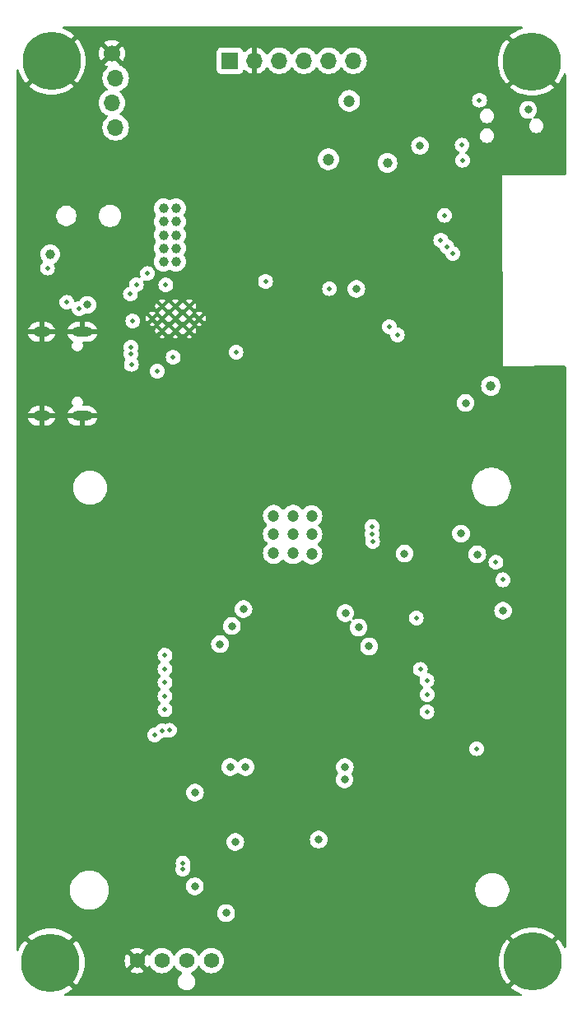
<source format=gbr>
%TF.GenerationSoftware,KiCad,Pcbnew,8.0.1*%
%TF.CreationDate,2024-06-21T14:23:06+08:00*%
%TF.ProjectId,bitaxeSupra,62697461-7865-4537-9570-72612e6b6963,rev?*%
%TF.SameCoordinates,Original*%
%TF.FileFunction,Copper,L2,Inr*%
%TF.FilePolarity,Positive*%
%FSLAX46Y46*%
G04 Gerber Fmt 4.6, Leading zero omitted, Abs format (unit mm)*
G04 Created by KiCad (PCBNEW 8.0.1) date 2024-06-21 14:23:06*
%MOMM*%
%LPD*%
G01*
G04 APERTURE LIST*
%TA.AperFunction,ComponentPad*%
%ADD10C,0.800000*%
%TD*%
%TA.AperFunction,ComponentPad*%
%ADD11C,6.000000*%
%TD*%
%TA.AperFunction,ComponentPad*%
%ADD12R,1.700000X1.700000*%
%TD*%
%TA.AperFunction,ComponentPad*%
%ADD13O,1.700000X1.700000*%
%TD*%
%TA.AperFunction,ComponentPad*%
%ADD14C,0.400000*%
%TD*%
%TA.AperFunction,ComponentPad*%
%ADD15C,1.574800*%
%TD*%
%TA.AperFunction,ComponentPad*%
%ADD16C,1.700000*%
%TD*%
%TA.AperFunction,ComponentPad*%
%ADD17O,1.800000X1.000000*%
%TD*%
%TA.AperFunction,ComponentPad*%
%ADD18O,2.100000X1.000000*%
%TD*%
%TA.AperFunction,ViaPad*%
%ADD19C,0.800000*%
%TD*%
%TA.AperFunction,ViaPad*%
%ADD20C,1.000000*%
%TD*%
%TA.AperFunction,ViaPad*%
%ADD21C,0.500000*%
%TD*%
%TA.AperFunction,ViaPad*%
%ADD22C,1.200000*%
%TD*%
G04 APERTURE END LIST*
D10*
%TO.N,GND*%
%TO.C,H1*%
X127985010Y-51120990D03*
X128644020Y-49530000D03*
X128644020Y-52711980D03*
X130235010Y-48870990D03*
D11*
X130235010Y-51120990D03*
D10*
X130235010Y-53370990D03*
X131826000Y-49530000D03*
X131826000Y-52711980D03*
X132485010Y-51120990D03*
%TD*%
%TO.N,GND*%
%TO.C,H3*%
X128052000Y-143728000D03*
X128711010Y-142137010D03*
X128711010Y-145318990D03*
X130302000Y-141478000D03*
D11*
X130302000Y-143728000D03*
D10*
X130302000Y-145978000D03*
X131892990Y-142137010D03*
X131892990Y-145318990D03*
X132552000Y-143728000D03*
%TD*%
D12*
%TO.N,/5V*%
%TO.C,J4*%
X99171505Y-51054000D03*
D13*
%TO.N,GND*%
X101711505Y-51054000D03*
%TO.N,Net-(J4-Pin_3)*%
X104251505Y-51054000D03*
%TO.N,Net-(J4-Pin_4)*%
X106791505Y-51054000D03*
%TO.N,Net-(J4-Pin_5)*%
X109331505Y-51054000D03*
%TO.N,Net-(J4-Pin_6)*%
X111871505Y-51054000D03*
%TD*%
D10*
%TO.N,GND*%
%TO.C,H4*%
X78455010Y-143830990D03*
X79114020Y-142240000D03*
X79114020Y-145421980D03*
X80705010Y-141580990D03*
D11*
X80705010Y-143830990D03*
D10*
X80705010Y-146080990D03*
X82296000Y-142240000D03*
X82296000Y-145421980D03*
X82955010Y-143830990D03*
%TD*%
%TO.N,GND*%
%TO.C,H2*%
X78558000Y-51054000D03*
X79217010Y-49463010D03*
X79217010Y-52644990D03*
X80808000Y-48804000D03*
D11*
X80808000Y-51054000D03*
D10*
X80808000Y-53304000D03*
X82398990Y-49463010D03*
X82398990Y-52644990D03*
X83058000Y-51054000D03*
%TD*%
D14*
%TO.N,GND*%
%TO.C,U2*%
X92180000Y-78870000D03*
X93580000Y-78870000D03*
X94980000Y-78870000D03*
X91180000Y-77590000D03*
X92180000Y-77590000D03*
X93580000Y-77590000D03*
X94980000Y-77590000D03*
X95980000Y-77590000D03*
X92180000Y-76310000D03*
X93580000Y-76310000D03*
X94980000Y-76310000D03*
%TD*%
D15*
%TO.N,GND*%
%TO.C,J6*%
X89621000Y-143622000D03*
%TO.N,/5V*%
X92161000Y-143622000D03*
%TO.N,/Fan/FAN_TACH*%
X94701000Y-143622000D03*
%TO.N,/Fan/FAN_PWM*%
X97241000Y-143622000D03*
%TD*%
D16*
%TO.N,GND*%
%TO.C,J3*%
X87005000Y-50292000D03*
D13*
%TO.N,/3V3*%
X87405000Y-52832000D03*
%TO.N,/SCL*%
X87005000Y-55372000D03*
%TO.N,/SDA*%
X87405000Y-57912000D03*
%TD*%
D17*
%TO.N,GND*%
%TO.C,J5*%
X79790000Y-87580000D03*
D18*
X83970000Y-87580000D03*
D17*
X79790000Y-78940000D03*
D18*
X83970000Y-78940000D03*
%TD*%
D19*
%TO.N,GND*%
X110930000Y-119290000D03*
X113580000Y-132650000D03*
X99600000Y-114090000D03*
X105580000Y-118749000D03*
D20*
X100043332Y-65740000D03*
D19*
X112180000Y-120800000D03*
D20*
X100093332Y-60280000D03*
D19*
X104640000Y-130470000D03*
X105540000Y-132550000D03*
D20*
X116540000Y-70920000D03*
X101416668Y-61640000D03*
D19*
X125600000Y-65940000D03*
X116770000Y-124080000D03*
X104088000Y-117780000D03*
D21*
X95080000Y-91220000D03*
D19*
X105556000Y-117786000D03*
D20*
X111860000Y-87470000D03*
D19*
X115260000Y-109040000D03*
X123750000Y-117530000D03*
D20*
X111860000Y-91040000D03*
D19*
X98450000Y-78230000D03*
X96070000Y-137650000D03*
X116050000Y-128010000D03*
D20*
X111860000Y-89030000D03*
D19*
X105580000Y-119790000D03*
X119270000Y-54220000D03*
X128130000Y-56090000D03*
D20*
X101370000Y-65740000D03*
D19*
X111730000Y-114130000D03*
D20*
X80680000Y-61050000D03*
X102050000Y-144400000D03*
D19*
X99550000Y-67970000D03*
X91790000Y-89910000D03*
X117090000Y-100360000D03*
D20*
X101356668Y-64450000D03*
D19*
X121580000Y-112400000D03*
D20*
X111860000Y-83000000D03*
X101420000Y-60280000D03*
D19*
X107100000Y-117750000D03*
X122640000Y-102460000D03*
X96070000Y-141200000D03*
D20*
X97440000Y-60280000D03*
D19*
X113180000Y-130220000D03*
D20*
X117910000Y-70950000D03*
D19*
X119280000Y-102930000D03*
X100965000Y-119265000D03*
D20*
X100050000Y-63040000D03*
X100030000Y-64450000D03*
D19*
X123710000Y-120230000D03*
X96600000Y-108920000D03*
X105580000Y-115626000D03*
X100490000Y-76620000D03*
X98460000Y-76630000D03*
X99490000Y-70390000D03*
X99390000Y-120780000D03*
D20*
X98766666Y-60280000D03*
D19*
X92680000Y-133370000D03*
X128690000Y-107620000D03*
X112512000Y-61250000D03*
X105580000Y-116667000D03*
X104560000Y-76600000D03*
D20*
X101376668Y-63040000D03*
X119454234Y-70914234D03*
X128020000Y-84450000D03*
X111860000Y-85460000D03*
D19*
X116990000Y-98200000D03*
D20*
X100090000Y-61640000D03*
D19*
X102570000Y-76600000D03*
X132297000Y-108743000D03*
X117550000Y-103000000D03*
X98460000Y-74920000D03*
D22*
%TO.N,/VDD*%
X103660000Y-97850000D03*
D21*
X120850000Y-69510000D03*
D22*
X103660000Y-99730000D03*
D19*
X84500000Y-76160000D03*
D22*
X107560000Y-97880000D03*
D21*
X99780000Y-81020000D03*
D22*
X105650000Y-101710000D03*
X103660000Y-101690000D03*
X105650000Y-99750000D03*
X107560000Y-101740000D03*
X105650000Y-97850000D03*
X107560000Y-99780000D03*
D21*
%TO.N,/ESP32/EN*%
X122101300Y-70905000D03*
X127228000Y-104448000D03*
D20*
%TO.N,/5V*%
X93620000Y-68975000D03*
X93620000Y-71720000D03*
X92330000Y-70347500D03*
D22*
X109280000Y-61185155D03*
D19*
X108290000Y-131179000D03*
D20*
X92330000Y-66230000D03*
X93620000Y-67602500D03*
X93620000Y-70347500D03*
X92330000Y-68975000D03*
D19*
X99710000Y-131420000D03*
D20*
X92330000Y-71720000D03*
X80680000Y-70950000D03*
X92330000Y-67602500D03*
D19*
X98770000Y-138720000D03*
D20*
X93620000Y-66230000D03*
D19*
%TO.N,/3V3*%
X129830000Y-56090000D03*
D20*
X126000000Y-84500000D03*
D19*
X123394000Y-86260000D03*
X112160000Y-74520000D03*
X95550000Y-135970000D03*
D22*
X111440000Y-55180000D03*
D19*
X122930000Y-99700000D03*
X118711400Y-59800000D03*
X127250000Y-107630000D03*
D20*
X115370000Y-61560000D03*
D19*
X95560000Y-126330000D03*
D21*
%TO.N,/TX*%
X116380000Y-79250000D03*
%TO.N,/RX*%
X115580000Y-78420000D03*
%TO.N,/RST*%
X121476817Y-70170000D03*
%TO.N,/SCL*%
X94317599Y-134229617D03*
X88970000Y-81220000D03*
%TO.N,Net-(U2-BP1V5)*%
X91690000Y-82980000D03*
X83660000Y-76570000D03*
%TO.N,/ESP32/P_TX*%
X123105000Y-61285000D03*
%TO.N,/ESP32/P_RX*%
X123040000Y-59730000D03*
%TO.N,/ESP32/IO0*%
X121244400Y-66945600D03*
X124830000Y-55100000D03*
X126520000Y-102640000D03*
%TO.N,Net-(U2-VDD5)*%
X92570000Y-74110000D03*
X102820000Y-73740000D03*
%TO.N,/Power/PGOOD*%
X89020000Y-82280000D03*
X109410000Y-74490000D03*
D19*
%TO.N,/BM1368/1V2*%
X110950000Y-124990000D03*
X124600000Y-101830000D03*
X117120000Y-101750000D03*
D21*
%TO.N,/SDA*%
X80390000Y-72370000D03*
X94340000Y-133580000D03*
X88990000Y-80510000D03*
X82390000Y-75900000D03*
D19*
%TO.N,Net-(U8-VDDIO_12_1)*%
X100770000Y-123700000D03*
%TO.N,Net-(U8-VDDIO_08_1)*%
X99180000Y-123710000D03*
D21*
%TO.N,Net-(U8-ROSC_SEL)*%
X119430000Y-116250000D03*
D19*
%TO.N,/BM1368/VDD3_0*%
X113470000Y-111290000D03*
%TO.N,/BM1368/VDD2_0*%
X112390000Y-109350000D03*
%TO.N,/BM1368/0V8*%
X110970000Y-123700000D03*
%TO.N,/BM1368/VDD1_0*%
X111030000Y-107870000D03*
%TO.N,/BM1368/VDD1_1*%
X100553800Y-107457400D03*
D21*
%TO.N,Net-(U8-LITE_PAD)*%
X119420000Y-118020000D03*
D19*
%TO.N,/BM1368/VDD2_1*%
X99360000Y-109210000D03*
%TO.N,/BM1368/VDD3_1*%
X98140000Y-111060000D03*
D21*
%TO.N,/BM1368/BI*%
X119420000Y-114790000D03*
%TO.N,Net-(U8-INV_CLKO)*%
X124540000Y-121820000D03*
%TO.N,/BM1368/CLKI*%
X118740000Y-113660000D03*
%TO.N,/BM1368/BO*%
X92480000Y-117815712D03*
%TO.N,/BM1368/CI*%
X113770000Y-99770000D03*
%TO.N,/BM1368/RO*%
X113830000Y-100500000D03*
X118320000Y-108370000D03*
%TO.N,/BM1368/RST_N*%
X113800000Y-98950000D03*
%TO.N,/BM1368/NRSTO*%
X92480000Y-112210000D03*
%TO.N,/BM1368/RI*%
X92480000Y-115012856D03*
%TO.N,/BM1368/CLKO*%
X92480000Y-116414284D03*
%TO.N,/BM1368/CO*%
X92480000Y-113611428D03*
%TO.N,/BM1368/PIN_MODE*%
X91400000Y-120430000D03*
%TO.N,/Fan/TEMP_N*%
X92180000Y-119960000D03*
%TO.N,/Fan/TEMP_P*%
X92940000Y-119930000D03*
%TO.N,/Power/AGND*%
X89530000Y-74090000D03*
X89170000Y-77830000D03*
X90680000Y-72940000D03*
X88930000Y-75050000D03*
%TO.N,/Power/PMB_ALRT*%
X93330000Y-81550000D03*
%TD*%
%TA.AperFunction,Conductor*%
%TO.N,GND*%
G36*
X129223807Y-47542002D02*
G01*
X129270300Y-47595658D01*
X129280404Y-47665932D01*
X129250910Y-47730512D01*
X129191184Y-47768896D01*
X129188297Y-47769707D01*
X129149499Y-47780102D01*
X129149486Y-47780106D01*
X128806229Y-47911870D01*
X128806221Y-47911874D01*
X128478612Y-48078799D01*
X128478606Y-48078802D01*
X128170237Y-48279058D01*
X128170232Y-48279062D01*
X127939297Y-48466068D01*
X129369180Y-49895950D01*
X129257826Y-49976854D01*
X129090874Y-50143806D01*
X129009970Y-50255159D01*
X128334539Y-49579728D01*
X128394020Y-49579728D01*
X128432080Y-49671614D01*
X128502406Y-49741940D01*
X128594292Y-49780000D01*
X128693748Y-49780000D01*
X128785634Y-49741940D01*
X128855960Y-49671614D01*
X128894020Y-49579728D01*
X128894020Y-49480272D01*
X128855960Y-49388386D01*
X128785634Y-49318060D01*
X128693748Y-49280000D01*
X128594292Y-49280000D01*
X128502406Y-49318060D01*
X128432080Y-49388386D01*
X128394020Y-49480272D01*
X128394020Y-49579728D01*
X128334539Y-49579728D01*
X127580088Y-48825277D01*
X127393082Y-49056212D01*
X127393078Y-49056217D01*
X127192822Y-49364586D01*
X127192819Y-49364592D01*
X127025894Y-49692201D01*
X127025890Y-49692209D01*
X126894126Y-50035466D01*
X126894122Y-50035479D01*
X126798958Y-50390636D01*
X126741438Y-50753807D01*
X126722196Y-51120982D01*
X126722196Y-51120997D01*
X126741438Y-51488172D01*
X126798958Y-51851343D01*
X126894122Y-52206500D01*
X126894126Y-52206513D01*
X127025890Y-52549770D01*
X127025894Y-52549778D01*
X127192819Y-52877387D01*
X127192822Y-52877393D01*
X127393087Y-53185774D01*
X127393091Y-53185779D01*
X127580087Y-53416700D01*
X127580088Y-53416701D01*
X128235081Y-52761708D01*
X128394020Y-52761708D01*
X128432080Y-52853594D01*
X128502406Y-52923920D01*
X128594292Y-52961980D01*
X128693748Y-52961980D01*
X128785634Y-52923920D01*
X128855960Y-52853594D01*
X128894020Y-52761708D01*
X128894020Y-52662252D01*
X128855960Y-52570366D01*
X128785634Y-52500040D01*
X128693748Y-52461980D01*
X128594292Y-52461980D01*
X128502406Y-52500040D01*
X128432080Y-52570366D01*
X128394020Y-52662252D01*
X128394020Y-52761708D01*
X128235081Y-52761708D01*
X129009970Y-51986819D01*
X129090874Y-52098174D01*
X129257826Y-52265126D01*
X129369179Y-52346028D01*
X127939297Y-53775910D01*
X127939298Y-53775911D01*
X128170220Y-53962908D01*
X128170225Y-53962912D01*
X128478606Y-54163177D01*
X128478612Y-54163180D01*
X128806221Y-54330105D01*
X128806229Y-54330109D01*
X129149486Y-54461873D01*
X129149499Y-54461877D01*
X129504656Y-54557041D01*
X129867827Y-54614561D01*
X130235003Y-54633804D01*
X130235017Y-54633804D01*
X130602192Y-54614561D01*
X130965363Y-54557041D01*
X131320520Y-54461877D01*
X131320533Y-54461873D01*
X131663790Y-54330109D01*
X131663798Y-54330105D01*
X131991407Y-54163180D01*
X131991413Y-54163177D01*
X132299792Y-53962914D01*
X132530721Y-53775910D01*
X131516519Y-52761708D01*
X131576000Y-52761708D01*
X131614060Y-52853594D01*
X131684386Y-52923920D01*
X131776272Y-52961980D01*
X131875728Y-52961980D01*
X131967614Y-52923920D01*
X132037940Y-52853594D01*
X132076000Y-52761708D01*
X132076000Y-52662252D01*
X132037940Y-52570366D01*
X131967614Y-52500040D01*
X131875728Y-52461980D01*
X131776272Y-52461980D01*
X131684386Y-52500040D01*
X131614060Y-52570366D01*
X131576000Y-52662252D01*
X131576000Y-52761708D01*
X131516519Y-52761708D01*
X131100840Y-52346029D01*
X131212194Y-52265126D01*
X131379146Y-52098174D01*
X131460049Y-51986819D01*
X132889930Y-53416701D01*
X133076934Y-53185772D01*
X133277197Y-52877393D01*
X133277200Y-52877387D01*
X133444125Y-52549778D01*
X133444129Y-52549770D01*
X133488369Y-52434521D01*
X133531454Y-52378093D01*
X133598208Y-52353916D01*
X133667435Y-52369667D01*
X133717157Y-52420345D01*
X133732000Y-52479675D01*
X133732000Y-62672096D01*
X133711998Y-62740217D01*
X133658342Y-62786710D01*
X133606621Y-62798094D01*
X127129999Y-62829999D01*
X127239999Y-82460000D01*
X127240000Y-82460000D01*
X133605387Y-82428835D01*
X133673601Y-82448502D01*
X133720356Y-82501929D01*
X133732000Y-82554832D01*
X133732000Y-142207892D01*
X133711998Y-142276013D01*
X133658342Y-142322506D01*
X133588068Y-142332610D01*
X133523488Y-142303116D01*
X133493733Y-142265095D01*
X133344191Y-141971602D01*
X133344187Y-141971596D01*
X133143922Y-141663215D01*
X133143918Y-141663210D01*
X132956921Y-141432288D01*
X132956920Y-141432287D01*
X131527039Y-142862169D01*
X131446136Y-142750816D01*
X131279184Y-142583864D01*
X131167829Y-142502960D01*
X131484051Y-142186738D01*
X131642990Y-142186738D01*
X131681050Y-142278624D01*
X131751376Y-142348950D01*
X131843262Y-142387010D01*
X131942718Y-142387010D01*
X132034604Y-142348950D01*
X132104930Y-142278624D01*
X132142990Y-142186738D01*
X132142990Y-142087282D01*
X132104930Y-141995396D01*
X132034604Y-141925070D01*
X131942718Y-141887010D01*
X131843262Y-141887010D01*
X131751376Y-141925070D01*
X131681050Y-141995396D01*
X131642990Y-142087282D01*
X131642990Y-142186738D01*
X131484051Y-142186738D01*
X132597711Y-141073078D01*
X132597710Y-141073077D01*
X132366789Y-140886081D01*
X132366784Y-140886077D01*
X132058403Y-140685812D01*
X132058397Y-140685809D01*
X131730788Y-140518884D01*
X131730780Y-140518880D01*
X131387523Y-140387116D01*
X131387510Y-140387112D01*
X131032353Y-140291948D01*
X130669182Y-140234428D01*
X130302007Y-140215186D01*
X130301993Y-140215186D01*
X129934817Y-140234428D01*
X129571646Y-140291948D01*
X129216489Y-140387112D01*
X129216476Y-140387116D01*
X128873219Y-140518880D01*
X128873211Y-140518884D01*
X128545602Y-140685809D01*
X128545596Y-140685812D01*
X128237227Y-140886068D01*
X128237222Y-140886072D01*
X128006287Y-141073078D01*
X129436169Y-142502960D01*
X129324816Y-142583864D01*
X129157864Y-142750816D01*
X129076960Y-142862169D01*
X128401529Y-142186738D01*
X128461010Y-142186738D01*
X128499070Y-142278624D01*
X128569396Y-142348950D01*
X128661282Y-142387010D01*
X128760738Y-142387010D01*
X128852624Y-142348950D01*
X128922950Y-142278624D01*
X128961010Y-142186738D01*
X128961010Y-142087282D01*
X128922950Y-141995396D01*
X128852624Y-141925070D01*
X128760738Y-141887010D01*
X128661282Y-141887010D01*
X128569396Y-141925070D01*
X128499070Y-141995396D01*
X128461010Y-142087282D01*
X128461010Y-142186738D01*
X128401529Y-142186738D01*
X127647078Y-141432287D01*
X127460072Y-141663222D01*
X127460068Y-141663227D01*
X127259812Y-141971596D01*
X127259809Y-141971602D01*
X127092884Y-142299211D01*
X127092880Y-142299219D01*
X126961116Y-142642476D01*
X126961112Y-142642489D01*
X126865948Y-142997646D01*
X126808428Y-143360817D01*
X126789186Y-143727992D01*
X126789186Y-143728007D01*
X126808428Y-144095182D01*
X126865948Y-144458353D01*
X126961112Y-144813510D01*
X126961116Y-144813523D01*
X127092880Y-145156780D01*
X127092884Y-145156788D01*
X127259809Y-145484397D01*
X127259812Y-145484403D01*
X127460077Y-145792784D01*
X127460081Y-145792789D01*
X127647077Y-146023710D01*
X127647078Y-146023711D01*
X128302071Y-145368718D01*
X128461010Y-145368718D01*
X128499070Y-145460604D01*
X128569396Y-145530930D01*
X128661282Y-145568990D01*
X128760738Y-145568990D01*
X128852624Y-145530930D01*
X128922950Y-145460604D01*
X128961010Y-145368718D01*
X128961010Y-145269262D01*
X128922950Y-145177376D01*
X128852624Y-145107050D01*
X128760738Y-145068990D01*
X128661282Y-145068990D01*
X128569396Y-145107050D01*
X128499070Y-145177376D01*
X128461010Y-145269262D01*
X128461010Y-145368718D01*
X128302071Y-145368718D01*
X129076960Y-144593829D01*
X129157864Y-144705184D01*
X129324816Y-144872136D01*
X129436169Y-144953039D01*
X128006287Y-146382920D01*
X128006288Y-146382921D01*
X128237210Y-146569918D01*
X128237215Y-146569922D01*
X128545596Y-146770187D01*
X128545602Y-146770190D01*
X128873211Y-146937115D01*
X128873219Y-146937119D01*
X129142195Y-147040369D01*
X129198623Y-147083455D01*
X129222800Y-147150208D01*
X129207049Y-147219435D01*
X129156371Y-147269157D01*
X129097041Y-147284000D01*
X82253415Y-147284000D01*
X82185294Y-147263998D01*
X82169062Y-147251597D01*
X82142526Y-147227680D01*
X82105318Y-147167217D01*
X82106706Y-147096234D01*
X82146249Y-147037269D01*
X82169683Y-147021821D01*
X82461399Y-146873185D01*
X82461413Y-146873177D01*
X82769792Y-146672914D01*
X83000721Y-146485910D01*
X81986518Y-145471708D01*
X82046000Y-145471708D01*
X82084060Y-145563594D01*
X82154386Y-145633920D01*
X82246272Y-145671980D01*
X82345728Y-145671980D01*
X82437614Y-145633920D01*
X82507940Y-145563594D01*
X82546000Y-145471708D01*
X82546000Y-145372252D01*
X82507940Y-145280366D01*
X82437614Y-145210040D01*
X82345728Y-145171980D01*
X82246272Y-145171980D01*
X82154386Y-145210040D01*
X82084060Y-145280366D01*
X82046000Y-145372252D01*
X82046000Y-145471708D01*
X81986518Y-145471708D01*
X81570839Y-145056029D01*
X81682194Y-144975126D01*
X81849146Y-144808174D01*
X81930049Y-144696820D01*
X83359930Y-146126701D01*
X83546934Y-145895772D01*
X83747197Y-145587393D01*
X83747200Y-145587387D01*
X83914125Y-145259778D01*
X83914129Y-145259770D01*
X84045893Y-144916513D01*
X84045897Y-144916500D01*
X84141061Y-144561343D01*
X84198581Y-144198172D01*
X84217824Y-143830997D01*
X84217824Y-143830982D01*
X84206872Y-143622000D01*
X88320652Y-143622000D01*
X88340407Y-143847802D01*
X88399072Y-144066742D01*
X88399074Y-144066747D01*
X88494867Y-144272175D01*
X88542947Y-144340841D01*
X89109570Y-143774218D01*
X89123950Y-143827885D01*
X89194174Y-143949515D01*
X89293485Y-144048826D01*
X89415115Y-144119050D01*
X89468779Y-144133429D01*
X88902157Y-144700051D01*
X88902157Y-144700053D01*
X88970822Y-144748132D01*
X89176251Y-144843925D01*
X89176257Y-144843927D01*
X89395197Y-144902592D01*
X89621000Y-144922347D01*
X89846802Y-144902592D01*
X90065742Y-144843927D01*
X90065748Y-144843925D01*
X90271169Y-144748136D01*
X90339841Y-144700051D01*
X90339841Y-144700050D01*
X89773220Y-144133429D01*
X89826885Y-144119050D01*
X89948515Y-144048826D01*
X90047826Y-143949515D01*
X90118050Y-143827885D01*
X90132429Y-143774220D01*
X90699050Y-144340841D01*
X90699051Y-144340841D01*
X90747138Y-144272166D01*
X90747139Y-144272164D01*
X90776528Y-144209138D01*
X90823444Y-144155852D01*
X90891721Y-144136390D01*
X90959681Y-144156931D01*
X91004917Y-144209135D01*
X91034429Y-144272423D01*
X91082336Y-144340841D01*
X91164491Y-144458170D01*
X91324830Y-144618509D01*
X91510575Y-144748569D01*
X91716083Y-144844399D01*
X91935110Y-144903087D01*
X92161000Y-144922850D01*
X92386890Y-144903087D01*
X92605917Y-144844399D01*
X92811425Y-144748569D01*
X92997170Y-144618509D01*
X93157509Y-144458170D01*
X93287569Y-144272425D01*
X93316805Y-144209727D01*
X93363722Y-144156443D01*
X93431999Y-144136982D01*
X93499959Y-144157524D01*
X93545194Y-144209727D01*
X93574431Y-144272425D01*
X93704491Y-144458170D01*
X93864830Y-144618509D01*
X94050575Y-144748569D01*
X94189513Y-144813356D01*
X94242797Y-144860273D01*
X94262258Y-144928550D01*
X94241716Y-144996510D01*
X94206265Y-145032315D01*
X94128434Y-145084321D01*
X94128425Y-145084328D01*
X94003327Y-145209426D01*
X94003322Y-145209432D01*
X93905025Y-145356544D01*
X93837319Y-145520000D01*
X93837317Y-145520005D01*
X93802800Y-145693533D01*
X93802800Y-145870468D01*
X93814298Y-145928272D01*
X93837317Y-146043996D01*
X93905025Y-146207458D01*
X93918751Y-146228000D01*
X94003322Y-146354569D01*
X94003327Y-146354575D01*
X94128425Y-146479673D01*
X94128431Y-146479678D01*
X94275543Y-146577976D01*
X94439005Y-146645684D01*
X94612535Y-146680201D01*
X94612536Y-146680201D01*
X94789464Y-146680201D01*
X94789465Y-146680201D01*
X94962995Y-146645684D01*
X95126457Y-146577976D01*
X95273569Y-146479678D01*
X95398677Y-146354570D01*
X95496975Y-146207458D01*
X95564683Y-146043996D01*
X95599200Y-145870466D01*
X95599200Y-145693536D01*
X95564683Y-145520006D01*
X95496975Y-145356544D01*
X95398677Y-145209432D01*
X95398672Y-145209426D01*
X95273572Y-145084326D01*
X95195734Y-145032316D01*
X95150207Y-144977838D01*
X95141360Y-144907395D01*
X95172001Y-144843351D01*
X95212486Y-144813357D01*
X95351425Y-144748569D01*
X95537170Y-144618509D01*
X95697509Y-144458170D01*
X95827569Y-144272425D01*
X95856805Y-144209727D01*
X95903722Y-144156443D01*
X95971999Y-144136982D01*
X96039959Y-144157524D01*
X96085194Y-144209727D01*
X96114431Y-144272425D01*
X96244491Y-144458170D01*
X96404830Y-144618509D01*
X96590575Y-144748569D01*
X96796083Y-144844399D01*
X97015110Y-144903087D01*
X97241000Y-144922850D01*
X97466890Y-144903087D01*
X97685917Y-144844399D01*
X97891425Y-144748569D01*
X98077170Y-144618509D01*
X98237509Y-144458170D01*
X98367569Y-144272425D01*
X98463399Y-144066917D01*
X98522087Y-143847890D01*
X98541850Y-143622000D01*
X98522087Y-143396110D01*
X98463399Y-143177083D01*
X98367569Y-142971575D01*
X98237509Y-142785830D01*
X98077170Y-142625491D01*
X98017720Y-142583864D01*
X97891425Y-142495431D01*
X97685920Y-142399602D01*
X97685915Y-142399600D01*
X97567700Y-142367925D01*
X97466890Y-142340913D01*
X97241000Y-142321150D01*
X97015110Y-142340913D01*
X96956423Y-142356638D01*
X96796084Y-142399600D01*
X96796079Y-142399602D01*
X96590574Y-142495431D01*
X96404833Y-142625488D01*
X96404827Y-142625493D01*
X96244493Y-142785827D01*
X96244488Y-142785833D01*
X96114431Y-142971574D01*
X96085195Y-143034271D01*
X96038277Y-143087556D01*
X95970000Y-143107017D01*
X95902040Y-143086475D01*
X95856805Y-143034271D01*
X95839726Y-142997646D01*
X95827569Y-142971575D01*
X95697509Y-142785830D01*
X95537170Y-142625491D01*
X95477720Y-142583864D01*
X95351425Y-142495431D01*
X95145920Y-142399602D01*
X95145915Y-142399600D01*
X95027700Y-142367925D01*
X94926890Y-142340913D01*
X94701000Y-142321150D01*
X94475110Y-142340913D01*
X94416423Y-142356638D01*
X94256084Y-142399600D01*
X94256079Y-142399602D01*
X94050574Y-142495431D01*
X93864833Y-142625488D01*
X93864827Y-142625493D01*
X93704493Y-142785827D01*
X93704488Y-142785833D01*
X93574431Y-142971574D01*
X93545195Y-143034271D01*
X93498277Y-143087556D01*
X93430000Y-143107017D01*
X93362040Y-143086475D01*
X93316805Y-143034271D01*
X93299726Y-142997646D01*
X93287569Y-142971575D01*
X93157509Y-142785830D01*
X92997170Y-142625491D01*
X92937720Y-142583864D01*
X92811425Y-142495431D01*
X92605920Y-142399602D01*
X92605915Y-142399600D01*
X92487700Y-142367925D01*
X92386890Y-142340913D01*
X92161000Y-142321150D01*
X91935110Y-142340913D01*
X91876423Y-142356638D01*
X91716084Y-142399600D01*
X91716079Y-142399602D01*
X91510574Y-142495431D01*
X91324833Y-142625488D01*
X91324827Y-142625493D01*
X91164493Y-142785827D01*
X91164488Y-142785833D01*
X91034430Y-142971575D01*
X91004917Y-143034865D01*
X90957999Y-143088149D01*
X90889721Y-143107609D01*
X90821762Y-143087066D01*
X90776528Y-143034862D01*
X90747134Y-142971825D01*
X90747132Y-142971822D01*
X90699053Y-142903157D01*
X90699051Y-142903157D01*
X90132429Y-143469779D01*
X90118050Y-143416115D01*
X90047826Y-143294485D01*
X89948515Y-143195174D01*
X89826885Y-143124950D01*
X89773219Y-143110570D01*
X90339841Y-142543947D01*
X90271175Y-142495867D01*
X90065747Y-142400074D01*
X90065742Y-142400072D01*
X89846802Y-142341407D01*
X89621000Y-142321652D01*
X89395197Y-142341407D01*
X89176257Y-142400072D01*
X89176252Y-142400074D01*
X88970824Y-142495867D01*
X88902156Y-142543947D01*
X89468779Y-143110570D01*
X89415115Y-143124950D01*
X89293485Y-143195174D01*
X89194174Y-143294485D01*
X89123950Y-143416115D01*
X89109570Y-143469779D01*
X88542947Y-142903156D01*
X88494867Y-142971824D01*
X88399074Y-143177252D01*
X88399072Y-143177257D01*
X88340407Y-143396197D01*
X88320652Y-143622000D01*
X84206872Y-143622000D01*
X84198581Y-143463807D01*
X84141061Y-143100636D01*
X84045897Y-142745479D01*
X84045893Y-142745466D01*
X83914129Y-142402209D01*
X83914125Y-142402201D01*
X83747200Y-142074592D01*
X83747197Y-142074586D01*
X83546932Y-141766205D01*
X83546928Y-141766200D01*
X83359931Y-141535278D01*
X83359930Y-141535277D01*
X81930048Y-142965158D01*
X81849146Y-142853806D01*
X81682194Y-142686854D01*
X81570839Y-142605950D01*
X81887061Y-142289728D01*
X82046000Y-142289728D01*
X82084060Y-142381614D01*
X82154386Y-142451940D01*
X82246272Y-142490000D01*
X82345728Y-142490000D01*
X82437614Y-142451940D01*
X82507940Y-142381614D01*
X82546000Y-142289728D01*
X82546000Y-142190272D01*
X82507940Y-142098386D01*
X82437614Y-142028060D01*
X82345728Y-141990000D01*
X82246272Y-141990000D01*
X82154386Y-142028060D01*
X82084060Y-142098386D01*
X82046000Y-142190272D01*
X82046000Y-142289728D01*
X81887061Y-142289728D01*
X83000721Y-141176068D01*
X83000720Y-141176067D01*
X82769799Y-140989071D01*
X82769794Y-140989067D01*
X82461413Y-140788802D01*
X82461407Y-140788799D01*
X82133798Y-140621874D01*
X82133790Y-140621870D01*
X81790533Y-140490106D01*
X81790520Y-140490102D01*
X81435363Y-140394938D01*
X81072192Y-140337418D01*
X80705017Y-140318176D01*
X80705003Y-140318176D01*
X80337827Y-140337418D01*
X79974656Y-140394938D01*
X79619499Y-140490102D01*
X79619486Y-140490106D01*
X79276229Y-140621870D01*
X79276221Y-140621874D01*
X78948612Y-140788799D01*
X78948606Y-140788802D01*
X78640237Y-140989058D01*
X78640232Y-140989062D01*
X78409297Y-141176068D01*
X79839179Y-142605950D01*
X79727826Y-142686854D01*
X79560874Y-142853806D01*
X79479970Y-142965160D01*
X78804538Y-142289728D01*
X78864020Y-142289728D01*
X78902080Y-142381614D01*
X78972406Y-142451940D01*
X79064292Y-142490000D01*
X79163748Y-142490000D01*
X79255634Y-142451940D01*
X79325960Y-142381614D01*
X79364020Y-142289728D01*
X79364020Y-142190272D01*
X79325960Y-142098386D01*
X79255634Y-142028060D01*
X79163748Y-141990000D01*
X79064292Y-141990000D01*
X78972406Y-142028060D01*
X78902080Y-142098386D01*
X78864020Y-142190272D01*
X78864020Y-142289728D01*
X78804538Y-142289728D01*
X78050088Y-141535277D01*
X77863082Y-141766212D01*
X77863078Y-141766217D01*
X77662822Y-142074586D01*
X77662819Y-142074592D01*
X77495894Y-142402201D01*
X77495890Y-142402209D01*
X77432631Y-142567007D01*
X77389545Y-142623435D01*
X77322792Y-142647612D01*
X77253565Y-142631861D01*
X77203843Y-142581183D01*
X77189000Y-142521853D01*
X77189000Y-138720000D01*
X97856496Y-138720000D01*
X97876457Y-138909927D01*
X97906526Y-139002470D01*
X97935473Y-139091556D01*
X97935476Y-139091561D01*
X98030958Y-139256941D01*
X98030965Y-139256951D01*
X98158744Y-139398864D01*
X98158747Y-139398866D01*
X98313248Y-139511118D01*
X98487712Y-139588794D01*
X98674513Y-139628500D01*
X98865487Y-139628500D01*
X99052288Y-139588794D01*
X99226752Y-139511118D01*
X99381253Y-139398866D01*
X99509040Y-139256944D01*
X99604527Y-139091556D01*
X99663542Y-138909928D01*
X99683504Y-138720000D01*
X99663542Y-138530072D01*
X99604527Y-138348444D01*
X99509040Y-138183056D01*
X99509038Y-138183054D01*
X99509034Y-138183048D01*
X99381255Y-138041135D01*
X99226752Y-137928882D01*
X99052288Y-137851206D01*
X98865487Y-137811500D01*
X98674513Y-137811500D01*
X98487711Y-137851206D01*
X98313247Y-137928882D01*
X98158744Y-138041135D01*
X98030965Y-138183048D01*
X98030958Y-138183058D01*
X97935476Y-138348438D01*
X97935473Y-138348445D01*
X97876457Y-138530072D01*
X97856496Y-138720000D01*
X77189000Y-138720000D01*
X77189000Y-136491121D01*
X82709500Y-136491121D01*
X82743728Y-136751108D01*
X82743729Y-136751114D01*
X82743730Y-136751116D01*
X82811602Y-137004419D01*
X82911957Y-137246697D01*
X82911958Y-137246698D01*
X82911963Y-137246709D01*
X83043073Y-137473799D01*
X83043077Y-137473805D01*
X83202710Y-137681842D01*
X83202729Y-137681863D01*
X83388136Y-137867270D01*
X83388157Y-137867289D01*
X83596194Y-138026922D01*
X83596200Y-138026926D01*
X83823290Y-138158036D01*
X83823294Y-138158037D01*
X83823303Y-138158043D01*
X84065581Y-138258398D01*
X84318884Y-138326270D01*
X84318890Y-138326270D01*
X84318891Y-138326271D01*
X84343900Y-138329563D01*
X84578880Y-138360500D01*
X84578887Y-138360500D01*
X84841113Y-138360500D01*
X84841120Y-138360500D01*
X85101116Y-138326270D01*
X85354419Y-138258398D01*
X85596697Y-138158043D01*
X85823803Y-138026924D01*
X86031851Y-137867282D01*
X86217282Y-137681851D01*
X86376924Y-137473803D01*
X86508043Y-137246697D01*
X86608398Y-137004419D01*
X86676270Y-136751116D01*
X86710500Y-136491120D01*
X86710500Y-136228880D01*
X86676417Y-135970000D01*
X94636496Y-135970000D01*
X94656457Y-136159927D01*
X94678861Y-136228878D01*
X94715473Y-136341556D01*
X94715476Y-136341561D01*
X94810958Y-136506941D01*
X94810965Y-136506951D01*
X94938744Y-136648864D01*
X94938747Y-136648866D01*
X95093248Y-136761118D01*
X95267712Y-136838794D01*
X95454513Y-136878500D01*
X95645487Y-136878500D01*
X95832288Y-136838794D01*
X96006752Y-136761118D01*
X96161253Y-136648866D01*
X96289040Y-136506944D01*
X96313409Y-136464736D01*
X124379500Y-136464736D01*
X124409450Y-136692231D01*
X124409452Y-136692238D01*
X124468842Y-136913887D01*
X124556656Y-137125888D01*
X124556657Y-137125889D01*
X124556662Y-137125900D01*
X124671386Y-137324608D01*
X124671391Y-137324615D01*
X124811073Y-137506652D01*
X124811092Y-137506673D01*
X124973326Y-137668907D01*
X124973347Y-137668926D01*
X125155384Y-137808608D01*
X125155391Y-137808613D01*
X125354099Y-137923337D01*
X125354103Y-137923338D01*
X125354112Y-137923344D01*
X125566113Y-138011158D01*
X125787762Y-138070548D01*
X125787766Y-138070548D01*
X125787768Y-138070549D01*
X125846398Y-138078267D01*
X126015266Y-138100500D01*
X126015273Y-138100500D01*
X126244727Y-138100500D01*
X126244734Y-138100500D01*
X126450345Y-138073430D01*
X126472231Y-138070549D01*
X126472231Y-138070548D01*
X126472238Y-138070548D01*
X126693887Y-138011158D01*
X126905888Y-137923344D01*
X127104612Y-137808611D01*
X127286661Y-137668919D01*
X127448919Y-137506661D01*
X127588611Y-137324612D01*
X127703344Y-137125888D01*
X127791158Y-136913887D01*
X127850548Y-136692238D01*
X127880500Y-136464734D01*
X127880500Y-136235266D01*
X127850548Y-136007762D01*
X127791158Y-135786113D01*
X127703344Y-135574112D01*
X127703338Y-135574103D01*
X127703337Y-135574099D01*
X127588613Y-135375391D01*
X127588608Y-135375384D01*
X127448926Y-135193347D01*
X127448907Y-135193326D01*
X127286673Y-135031092D01*
X127286652Y-135031073D01*
X127104615Y-134891391D01*
X127104608Y-134891386D01*
X126905900Y-134776662D01*
X126905892Y-134776658D01*
X126905888Y-134776656D01*
X126693887Y-134688842D01*
X126472238Y-134629452D01*
X126472231Y-134629450D01*
X126244736Y-134599500D01*
X126244734Y-134599500D01*
X126015266Y-134599500D01*
X126015263Y-134599500D01*
X125787768Y-134629450D01*
X125566113Y-134688842D01*
X125555899Y-134693073D01*
X125354110Y-134776657D01*
X125354099Y-134776662D01*
X125155391Y-134891386D01*
X125155384Y-134891391D01*
X124973347Y-135031073D01*
X124973326Y-135031092D01*
X124811092Y-135193326D01*
X124811073Y-135193347D01*
X124671391Y-135375384D01*
X124671386Y-135375391D01*
X124556662Y-135574099D01*
X124556657Y-135574110D01*
X124468842Y-135786113D01*
X124409450Y-136007768D01*
X124379500Y-136235263D01*
X124379500Y-136464736D01*
X96313409Y-136464736D01*
X96384527Y-136341556D01*
X96443542Y-136159928D01*
X96463504Y-135970000D01*
X96443542Y-135780072D01*
X96384527Y-135598444D01*
X96289040Y-135433056D01*
X96289038Y-135433054D01*
X96289034Y-135433048D01*
X96161255Y-135291135D01*
X96006752Y-135178882D01*
X95832288Y-135101206D01*
X95645487Y-135061500D01*
X95454513Y-135061500D01*
X95267711Y-135101206D01*
X95093247Y-135178882D01*
X94938744Y-135291135D01*
X94810965Y-135433048D01*
X94810958Y-135433058D01*
X94715476Y-135598438D01*
X94715473Y-135598445D01*
X94656457Y-135780072D01*
X94636496Y-135970000D01*
X86676417Y-135970000D01*
X86676270Y-135968884D01*
X86608398Y-135715581D01*
X86508043Y-135473303D01*
X86508037Y-135473294D01*
X86508036Y-135473290D01*
X86376926Y-135246200D01*
X86376922Y-135246194D01*
X86217289Y-135038157D01*
X86217270Y-135038136D01*
X86031863Y-134852729D01*
X86031842Y-134852710D01*
X85823805Y-134693077D01*
X85823799Y-134693073D01*
X85596709Y-134561963D01*
X85596701Y-134561959D01*
X85596697Y-134561957D01*
X85354419Y-134461602D01*
X85101116Y-134393730D01*
X85101114Y-134393729D01*
X85101108Y-134393728D01*
X84841121Y-134359500D01*
X84841120Y-134359500D01*
X84578880Y-134359500D01*
X84578878Y-134359500D01*
X84318891Y-134393728D01*
X84297473Y-134399467D01*
X84065581Y-134461602D01*
X83826097Y-134560800D01*
X83823301Y-134561958D01*
X83823290Y-134561963D01*
X83596200Y-134693073D01*
X83596194Y-134693077D01*
X83388157Y-134852710D01*
X83388136Y-134852729D01*
X83202729Y-135038136D01*
X83202710Y-135038157D01*
X83043077Y-135246194D01*
X83043073Y-135246200D01*
X82911963Y-135473290D01*
X82911958Y-135473301D01*
X82911957Y-135473303D01*
X82860124Y-135598438D01*
X82811602Y-135715581D01*
X82743728Y-135968891D01*
X82709500Y-136228878D01*
X82709500Y-136491121D01*
X77189000Y-136491121D01*
X77189000Y-134229617D01*
X93554300Y-134229617D01*
X93573436Y-134399465D01*
X93629889Y-134560799D01*
X93720830Y-134705529D01*
X93841686Y-134826385D01*
X93841688Y-134826386D01*
X93841690Y-134826388D01*
X93986416Y-134917326D01*
X94147749Y-134973779D01*
X94147748Y-134973779D01*
X94164947Y-134975716D01*
X94317599Y-134992916D01*
X94487449Y-134973779D01*
X94648782Y-134917326D01*
X94793508Y-134826388D01*
X94914370Y-134705526D01*
X95005308Y-134560800D01*
X95061761Y-134399467D01*
X95080898Y-134229617D01*
X95061761Y-134059767D01*
X95033300Y-133978432D01*
X95029681Y-133907529D01*
X95033301Y-133895203D01*
X95084161Y-133749852D01*
X95084162Y-133749850D01*
X95103299Y-133580000D01*
X95084162Y-133410150D01*
X95027709Y-133248817D01*
X94936771Y-133104091D01*
X94936769Y-133104089D01*
X94936768Y-133104087D01*
X94815912Y-132983231D01*
X94671182Y-132892290D01*
X94571270Y-132857330D01*
X94509850Y-132835838D01*
X94509848Y-132835837D01*
X94509850Y-132835837D01*
X94340000Y-132816701D01*
X94170151Y-132835837D01*
X94008817Y-132892290D01*
X93864087Y-132983231D01*
X93743231Y-133104087D01*
X93652290Y-133248817D01*
X93595837Y-133410151D01*
X93576701Y-133580000D01*
X93595838Y-133749852D01*
X93595837Y-133749852D01*
X93624297Y-133831184D01*
X93627917Y-133902088D01*
X93624298Y-133914413D01*
X93573436Y-134059771D01*
X93554300Y-134229617D01*
X77189000Y-134229617D01*
X77189000Y-131420000D01*
X98796496Y-131420000D01*
X98816457Y-131609927D01*
X98846526Y-131702470D01*
X98875473Y-131791556D01*
X98875476Y-131791561D01*
X98970958Y-131956941D01*
X98970965Y-131956951D01*
X99098744Y-132098864D01*
X99098747Y-132098866D01*
X99253248Y-132211118D01*
X99427712Y-132288794D01*
X99614513Y-132328500D01*
X99805487Y-132328500D01*
X99992288Y-132288794D01*
X100166752Y-132211118D01*
X100321253Y-132098866D01*
X100331487Y-132087500D01*
X100449034Y-131956951D01*
X100449035Y-131956949D01*
X100449040Y-131956944D01*
X100544527Y-131791556D01*
X100603542Y-131609928D01*
X100623504Y-131420000D01*
X100603542Y-131230072D01*
X100586948Y-131179000D01*
X107376496Y-131179000D01*
X107396457Y-131368927D01*
X107413052Y-131420000D01*
X107455473Y-131550556D01*
X107455476Y-131550561D01*
X107550958Y-131715941D01*
X107550965Y-131715951D01*
X107678744Y-131857864D01*
X107678747Y-131857866D01*
X107833248Y-131970118D01*
X108007712Y-132047794D01*
X108194513Y-132087500D01*
X108385487Y-132087500D01*
X108572288Y-132047794D01*
X108746752Y-131970118D01*
X108901253Y-131857866D01*
X109029040Y-131715944D01*
X109124527Y-131550556D01*
X109183542Y-131368928D01*
X109203504Y-131179000D01*
X109183542Y-130989072D01*
X109124527Y-130807444D01*
X109029040Y-130642056D01*
X109029038Y-130642054D01*
X109029034Y-130642048D01*
X108901255Y-130500135D01*
X108746752Y-130387882D01*
X108572288Y-130310206D01*
X108385487Y-130270500D01*
X108194513Y-130270500D01*
X108007711Y-130310206D01*
X107833247Y-130387882D01*
X107678744Y-130500135D01*
X107550965Y-130642048D01*
X107550958Y-130642058D01*
X107455476Y-130807438D01*
X107455473Y-130807445D01*
X107396457Y-130989072D01*
X107376496Y-131179000D01*
X100586948Y-131179000D01*
X100544527Y-131048444D01*
X100449040Y-130883056D01*
X100449038Y-130883054D01*
X100449034Y-130883048D01*
X100321255Y-130741135D01*
X100166752Y-130628882D01*
X99992288Y-130551206D01*
X99805487Y-130511500D01*
X99614513Y-130511500D01*
X99427711Y-130551206D01*
X99253247Y-130628882D01*
X99098744Y-130741135D01*
X98970965Y-130883048D01*
X98970958Y-130883058D01*
X98875476Y-131048438D01*
X98875473Y-131048445D01*
X98816457Y-131230072D01*
X98796496Y-131420000D01*
X77189000Y-131420000D01*
X77189000Y-126330000D01*
X94646496Y-126330000D01*
X94666457Y-126519927D01*
X94696526Y-126612470D01*
X94725473Y-126701556D01*
X94725476Y-126701561D01*
X94820958Y-126866941D01*
X94820965Y-126866951D01*
X94948744Y-127008864D01*
X94948747Y-127008866D01*
X95103248Y-127121118D01*
X95277712Y-127198794D01*
X95464513Y-127238500D01*
X95655487Y-127238500D01*
X95842288Y-127198794D01*
X96016752Y-127121118D01*
X96171253Y-127008866D01*
X96299040Y-126866944D01*
X96394527Y-126701556D01*
X96453542Y-126519928D01*
X96473504Y-126330000D01*
X96453542Y-126140072D01*
X96394527Y-125958444D01*
X96299040Y-125793056D01*
X96299038Y-125793054D01*
X96299034Y-125793048D01*
X96171255Y-125651135D01*
X96016752Y-125538882D01*
X95842288Y-125461206D01*
X95655487Y-125421500D01*
X95464513Y-125421500D01*
X95277711Y-125461206D01*
X95103247Y-125538882D01*
X94948744Y-125651135D01*
X94820965Y-125793048D01*
X94820958Y-125793058D01*
X94725476Y-125958438D01*
X94725473Y-125958445D01*
X94666457Y-126140072D01*
X94646496Y-126330000D01*
X77189000Y-126330000D01*
X77189000Y-124990000D01*
X110036496Y-124990000D01*
X110056457Y-125179927D01*
X110086526Y-125272470D01*
X110115473Y-125361556D01*
X110115476Y-125361561D01*
X110210958Y-125526941D01*
X110210965Y-125526951D01*
X110338744Y-125668864D01*
X110338747Y-125668866D01*
X110493248Y-125781118D01*
X110667712Y-125858794D01*
X110854513Y-125898500D01*
X111045487Y-125898500D01*
X111232288Y-125858794D01*
X111406752Y-125781118D01*
X111561253Y-125668866D01*
X111689040Y-125526944D01*
X111784527Y-125361556D01*
X111843542Y-125179928D01*
X111863504Y-124990000D01*
X111843542Y-124800072D01*
X111784527Y-124618444D01*
X111689040Y-124453056D01*
X111677659Y-124440416D01*
X111646942Y-124376411D01*
X111655705Y-124305958D01*
X111677657Y-124271797D01*
X111709040Y-124236944D01*
X111804527Y-124071556D01*
X111863542Y-123889928D01*
X111883504Y-123700000D01*
X111863542Y-123510072D01*
X111804527Y-123328444D01*
X111709040Y-123163056D01*
X111709038Y-123163054D01*
X111709034Y-123163048D01*
X111581255Y-123021135D01*
X111426752Y-122908882D01*
X111252288Y-122831206D01*
X111065487Y-122791500D01*
X110874513Y-122791500D01*
X110687711Y-122831206D01*
X110513247Y-122908882D01*
X110358744Y-123021135D01*
X110230965Y-123163048D01*
X110230958Y-123163058D01*
X110225186Y-123173056D01*
X110135473Y-123328444D01*
X110120999Y-123372986D01*
X110076457Y-123510072D01*
X110056496Y-123700000D01*
X110076457Y-123889927D01*
X110079707Y-123899928D01*
X110135473Y-124071556D01*
X110135476Y-124071561D01*
X110230958Y-124236941D01*
X110230961Y-124236945D01*
X110242341Y-124249584D01*
X110273057Y-124313592D01*
X110264292Y-124384045D01*
X110242342Y-124418201D01*
X110210957Y-124453059D01*
X110115476Y-124618438D01*
X110115473Y-124618445D01*
X110056457Y-124800072D01*
X110036496Y-124990000D01*
X77189000Y-124990000D01*
X77189000Y-123710000D01*
X98266496Y-123710000D01*
X98286457Y-123899927D01*
X98316526Y-123992470D01*
X98345473Y-124081556D01*
X98345476Y-124081561D01*
X98440958Y-124246941D01*
X98440965Y-124246951D01*
X98568744Y-124388864D01*
X98568747Y-124388866D01*
X98723248Y-124501118D01*
X98897712Y-124578794D01*
X99084513Y-124618500D01*
X99275487Y-124618500D01*
X99462288Y-124578794D01*
X99636752Y-124501118D01*
X99791253Y-124388866D01*
X99885866Y-124283787D01*
X99946311Y-124246548D01*
X100017295Y-124247899D01*
X100073137Y-124283787D01*
X100158747Y-124378866D01*
X100313248Y-124491118D01*
X100487712Y-124568794D01*
X100674513Y-124608500D01*
X100865487Y-124608500D01*
X101052288Y-124568794D01*
X101226752Y-124491118D01*
X101381253Y-124378866D01*
X101381255Y-124378864D01*
X101509034Y-124236951D01*
X101509038Y-124236946D01*
X101509040Y-124236944D01*
X101604527Y-124071556D01*
X101663542Y-123889928D01*
X101683504Y-123700000D01*
X101663542Y-123510072D01*
X101604527Y-123328444D01*
X101509040Y-123163056D01*
X101509038Y-123163054D01*
X101509034Y-123163048D01*
X101381255Y-123021135D01*
X101226752Y-122908882D01*
X101052288Y-122831206D01*
X100865487Y-122791500D01*
X100674513Y-122791500D01*
X100487711Y-122831206D01*
X100313247Y-122908882D01*
X100158746Y-123021134D01*
X100064133Y-123126212D01*
X100003687Y-123163451D01*
X99932703Y-123162099D01*
X99876861Y-123126211D01*
X99791253Y-123031134D01*
X99777489Y-123021134D01*
X99636752Y-122918882D01*
X99462288Y-122841206D01*
X99275487Y-122801500D01*
X99084513Y-122801500D01*
X98897711Y-122841206D01*
X98723247Y-122918882D01*
X98568744Y-123031135D01*
X98440965Y-123173048D01*
X98440958Y-123173058D01*
X98345476Y-123338438D01*
X98345473Y-123338445D01*
X98286457Y-123520072D01*
X98266496Y-123710000D01*
X77189000Y-123710000D01*
X77189000Y-121820000D01*
X123776701Y-121820000D01*
X123795837Y-121989848D01*
X123852290Y-122151182D01*
X123943231Y-122295912D01*
X124064087Y-122416768D01*
X124064089Y-122416769D01*
X124064091Y-122416771D01*
X124208817Y-122507709D01*
X124370150Y-122564162D01*
X124370149Y-122564162D01*
X124387348Y-122566099D01*
X124540000Y-122583299D01*
X124709850Y-122564162D01*
X124871183Y-122507709D01*
X125015909Y-122416771D01*
X125136771Y-122295909D01*
X125227709Y-122151183D01*
X125284162Y-121989850D01*
X125303299Y-121820000D01*
X125284162Y-121650150D01*
X125227709Y-121488817D01*
X125136771Y-121344091D01*
X125136769Y-121344089D01*
X125136768Y-121344087D01*
X125015912Y-121223231D01*
X124871182Y-121132290D01*
X124771270Y-121097330D01*
X124709850Y-121075838D01*
X124709848Y-121075837D01*
X124709850Y-121075837D01*
X124540000Y-121056701D01*
X124370151Y-121075837D01*
X124208817Y-121132290D01*
X124064087Y-121223231D01*
X123943231Y-121344087D01*
X123852290Y-121488817D01*
X123795837Y-121650151D01*
X123776701Y-121820000D01*
X77189000Y-121820000D01*
X77189000Y-120430000D01*
X90636701Y-120430000D01*
X90655837Y-120599848D01*
X90712290Y-120761182D01*
X90803231Y-120905912D01*
X90924087Y-121026768D01*
X90924089Y-121026769D01*
X90924091Y-121026771D01*
X91068817Y-121117709D01*
X91230150Y-121174162D01*
X91230149Y-121174162D01*
X91247348Y-121176099D01*
X91400000Y-121193299D01*
X91569850Y-121174162D01*
X91731183Y-121117709D01*
X91875909Y-121026771D01*
X91996771Y-120905909D01*
X92074464Y-120782262D01*
X92127641Y-120735225D01*
X92173081Y-120725097D01*
X92172968Y-120724091D01*
X92179998Y-120723298D01*
X92180000Y-120723299D01*
X92349850Y-120704162D01*
X92511183Y-120647709D01*
X92525393Y-120638779D01*
X92593713Y-120619473D01*
X92634045Y-120626536D01*
X92770150Y-120674162D01*
X92770149Y-120674162D01*
X92787348Y-120676099D01*
X92940000Y-120693299D01*
X93109850Y-120674162D01*
X93271183Y-120617709D01*
X93415909Y-120526771D01*
X93536771Y-120405909D01*
X93627709Y-120261183D01*
X93684162Y-120099850D01*
X93703299Y-119930000D01*
X93684162Y-119760150D01*
X93627709Y-119598817D01*
X93536771Y-119454091D01*
X93536769Y-119454089D01*
X93536768Y-119454087D01*
X93415912Y-119333231D01*
X93271182Y-119242290D01*
X93171270Y-119207330D01*
X93109850Y-119185838D01*
X93109848Y-119185837D01*
X93109850Y-119185837D01*
X92940000Y-119166701D01*
X92770151Y-119185837D01*
X92608817Y-119242290D01*
X92608815Y-119242291D01*
X92594598Y-119251224D01*
X92526275Y-119270526D01*
X92485953Y-119263462D01*
X92349847Y-119215837D01*
X92349850Y-119215837D01*
X92180000Y-119196701D01*
X92010151Y-119215837D01*
X91848817Y-119272290D01*
X91704087Y-119363231D01*
X91583231Y-119484087D01*
X91505536Y-119607738D01*
X91452357Y-119654775D01*
X91406917Y-119664902D01*
X91407031Y-119665909D01*
X91400000Y-119666701D01*
X91376817Y-119669312D01*
X91230151Y-119685837D01*
X91068817Y-119742290D01*
X90924087Y-119833231D01*
X90803231Y-119954087D01*
X90712290Y-120098817D01*
X90655837Y-120260151D01*
X90636701Y-120430000D01*
X77189000Y-120430000D01*
X77189000Y-117815712D01*
X91716701Y-117815712D01*
X91735837Y-117985560D01*
X91792290Y-118146894D01*
X91883231Y-118291624D01*
X92004087Y-118412480D01*
X92004089Y-118412481D01*
X92004091Y-118412483D01*
X92148817Y-118503421D01*
X92310150Y-118559874D01*
X92310149Y-118559874D01*
X92327348Y-118561811D01*
X92480000Y-118579011D01*
X92649850Y-118559874D01*
X92811183Y-118503421D01*
X92955909Y-118412483D01*
X93076771Y-118291621D01*
X93167709Y-118146895D01*
X93212112Y-118020000D01*
X118656701Y-118020000D01*
X118675837Y-118189848D01*
X118732290Y-118351182D01*
X118823231Y-118495912D01*
X118944087Y-118616768D01*
X118944089Y-118616769D01*
X118944091Y-118616771D01*
X119088817Y-118707709D01*
X119250150Y-118764162D01*
X119250149Y-118764162D01*
X119267348Y-118766099D01*
X119420000Y-118783299D01*
X119589850Y-118764162D01*
X119751183Y-118707709D01*
X119895909Y-118616771D01*
X120016771Y-118495909D01*
X120107709Y-118351183D01*
X120164162Y-118189850D01*
X120183299Y-118020000D01*
X120164162Y-117850150D01*
X120107709Y-117688817D01*
X120016771Y-117544091D01*
X120016769Y-117544089D01*
X120016768Y-117544087D01*
X119895912Y-117423231D01*
X119751182Y-117332290D01*
X119651270Y-117297330D01*
X119589850Y-117275838D01*
X119589848Y-117275837D01*
X119589849Y-117275837D01*
X119456125Y-117260771D01*
X119424172Y-117247344D01*
X119401507Y-117258546D01*
X119393874Y-117259644D01*
X119250151Y-117275837D01*
X119088817Y-117332290D01*
X118944087Y-117423231D01*
X118823231Y-117544087D01*
X118732290Y-117688817D01*
X118675837Y-117850151D01*
X118656701Y-118020000D01*
X93212112Y-118020000D01*
X93224162Y-117985562D01*
X93243299Y-117815712D01*
X93224162Y-117645862D01*
X93167709Y-117484529D01*
X93076771Y-117339803D01*
X93076769Y-117339801D01*
X93076768Y-117339799D01*
X92955913Y-117218944D01*
X92950379Y-117214531D01*
X92952071Y-117212408D01*
X92913240Y-117168509D01*
X92902418Y-117098342D01*
X92931249Y-117033463D01*
X92951049Y-117016306D01*
X92950379Y-117015465D01*
X92955904Y-117011058D01*
X92955909Y-117011055D01*
X93076771Y-116890193D01*
X93167709Y-116745467D01*
X93224162Y-116584134D01*
X93243299Y-116414284D01*
X93224162Y-116244434D01*
X93167709Y-116083101D01*
X93076771Y-115938375D01*
X93076769Y-115938373D01*
X93076768Y-115938371D01*
X92955913Y-115817516D01*
X92950379Y-115813103D01*
X92952071Y-115810980D01*
X92913240Y-115767081D01*
X92902418Y-115696914D01*
X92931249Y-115632035D01*
X92951049Y-115614878D01*
X92950379Y-115614037D01*
X92955904Y-115609630D01*
X92955909Y-115609627D01*
X93076771Y-115488765D01*
X93167709Y-115344039D01*
X93224162Y-115182706D01*
X93243299Y-115012856D01*
X93224162Y-114843006D01*
X93167709Y-114681673D01*
X93076771Y-114536947D01*
X93076769Y-114536945D01*
X93076768Y-114536943D01*
X92955913Y-114416088D01*
X92950379Y-114411675D01*
X92952071Y-114409552D01*
X92913240Y-114365653D01*
X92902418Y-114295486D01*
X92931249Y-114230607D01*
X92951049Y-114213450D01*
X92950379Y-114212609D01*
X92955904Y-114208202D01*
X92955909Y-114208199D01*
X93076771Y-114087337D01*
X93167709Y-113942611D01*
X93224162Y-113781278D01*
X93237826Y-113660000D01*
X117976701Y-113660000D01*
X117995837Y-113829848D01*
X118052290Y-113991182D01*
X118143231Y-114135912D01*
X118264087Y-114256768D01*
X118264089Y-114256769D01*
X118264091Y-114256771D01*
X118408817Y-114347709D01*
X118570150Y-114404162D01*
X118587529Y-114406120D01*
X118652983Y-114433620D01*
X118693179Y-114492143D01*
X118695354Y-114563106D01*
X118692357Y-114572942D01*
X118675837Y-114620153D01*
X118656701Y-114790000D01*
X118675837Y-114959848D01*
X118732290Y-115121182D01*
X118823231Y-115265912D01*
X118944086Y-115386767D01*
X118944090Y-115386770D01*
X118944091Y-115386771D01*
X118981332Y-115410171D01*
X118991331Y-115416454D01*
X119038369Y-115469633D01*
X119049189Y-115539800D01*
X119020356Y-115604678D01*
X118991334Y-115629827D01*
X118954086Y-115653232D01*
X118833231Y-115774087D01*
X118742290Y-115918817D01*
X118685837Y-116080151D01*
X118666701Y-116250000D01*
X118685837Y-116419848D01*
X118742290Y-116581182D01*
X118833231Y-116725912D01*
X118954087Y-116846768D01*
X118954089Y-116846769D01*
X118954091Y-116846771D01*
X119098817Y-116937709D01*
X119260150Y-116994162D01*
X119393874Y-117009228D01*
X119425826Y-117022654D01*
X119448493Y-117011453D01*
X119456109Y-117010357D01*
X119599850Y-116994162D01*
X119761183Y-116937709D01*
X119905909Y-116846771D01*
X120026771Y-116725909D01*
X120117709Y-116581183D01*
X120174162Y-116419850D01*
X120193299Y-116250000D01*
X120174162Y-116080150D01*
X120117709Y-115918817D01*
X120026771Y-115774091D01*
X120026769Y-115774089D01*
X120026768Y-115774087D01*
X119905912Y-115653231D01*
X119868665Y-115629827D01*
X119858666Y-115623544D01*
X119811630Y-115570366D01*
X119800810Y-115500199D01*
X119829643Y-115435320D01*
X119858668Y-115410171D01*
X119895909Y-115386771D01*
X120016771Y-115265909D01*
X120107709Y-115121183D01*
X120164162Y-114959850D01*
X120183299Y-114790000D01*
X120164162Y-114620150D01*
X120107709Y-114458817D01*
X120016771Y-114314091D01*
X120016769Y-114314089D01*
X120016768Y-114314087D01*
X119895912Y-114193231D01*
X119751182Y-114102290D01*
X119651270Y-114067330D01*
X119589850Y-114045838D01*
X119589848Y-114045837D01*
X119589850Y-114045837D01*
X119572465Y-114043879D01*
X119507012Y-114016376D01*
X119466819Y-113957852D01*
X119464646Y-113886889D01*
X119467632Y-113877088D01*
X119484162Y-113829850D01*
X119503299Y-113660000D01*
X119484162Y-113490150D01*
X119427709Y-113328817D01*
X119336771Y-113184091D01*
X119336769Y-113184089D01*
X119336768Y-113184087D01*
X119215912Y-113063231D01*
X119071182Y-112972290D01*
X118971270Y-112937330D01*
X118909850Y-112915838D01*
X118909848Y-112915837D01*
X118909850Y-112915837D01*
X118740000Y-112896701D01*
X118570151Y-112915837D01*
X118408817Y-112972290D01*
X118264087Y-113063231D01*
X118143231Y-113184087D01*
X118052290Y-113328817D01*
X117995837Y-113490151D01*
X117976701Y-113660000D01*
X93237826Y-113660000D01*
X93243299Y-113611428D01*
X93224162Y-113441578D01*
X93167709Y-113280245D01*
X93076771Y-113135519D01*
X93076769Y-113135517D01*
X93076768Y-113135515D01*
X92955913Y-113014660D01*
X92950379Y-113010247D01*
X92952071Y-113008124D01*
X92913240Y-112964225D01*
X92902418Y-112894058D01*
X92931249Y-112829179D01*
X92951049Y-112812022D01*
X92950379Y-112811181D01*
X92955904Y-112806774D01*
X92955909Y-112806771D01*
X93076771Y-112685909D01*
X93167709Y-112541183D01*
X93224162Y-112379850D01*
X93243299Y-112210000D01*
X93224162Y-112040150D01*
X93167709Y-111878817D01*
X93076771Y-111734091D01*
X93076769Y-111734089D01*
X93076768Y-111734087D01*
X92955912Y-111613231D01*
X92811182Y-111522290D01*
X92711270Y-111487330D01*
X92649850Y-111465838D01*
X92649848Y-111465837D01*
X92649850Y-111465837D01*
X92480000Y-111446701D01*
X92310151Y-111465837D01*
X92148817Y-111522290D01*
X92004087Y-111613231D01*
X91883231Y-111734087D01*
X91792290Y-111878817D01*
X91735837Y-112040151D01*
X91716701Y-112210000D01*
X91735837Y-112379848D01*
X91792290Y-112541182D01*
X91883231Y-112685912D01*
X92004086Y-112806767D01*
X92009621Y-112811181D01*
X92007932Y-112813298D01*
X92046774Y-112857234D01*
X92057577Y-112927404D01*
X92028727Y-112992275D01*
X92008953Y-113009409D01*
X92009621Y-113010247D01*
X92004086Y-113014660D01*
X91883231Y-113135515D01*
X91792290Y-113280245D01*
X91735837Y-113441579D01*
X91716701Y-113611428D01*
X91735837Y-113781276D01*
X91792290Y-113942610D01*
X91883231Y-114087340D01*
X92004086Y-114208195D01*
X92009621Y-114212609D01*
X92007932Y-114214726D01*
X92046774Y-114258662D01*
X92057577Y-114328832D01*
X92028727Y-114393703D01*
X92008953Y-114410837D01*
X92009621Y-114411675D01*
X92004086Y-114416088D01*
X91883231Y-114536943D01*
X91792290Y-114681673D01*
X91735837Y-114843007D01*
X91716701Y-115012856D01*
X91735837Y-115182704D01*
X91792290Y-115344038D01*
X91792291Y-115344039D01*
X91871207Y-115469633D01*
X91883231Y-115488768D01*
X92004086Y-115609623D01*
X92009621Y-115614037D01*
X92007932Y-115616154D01*
X92046774Y-115660090D01*
X92057577Y-115730260D01*
X92028727Y-115795131D01*
X92008953Y-115812265D01*
X92009621Y-115813103D01*
X92004086Y-115817516D01*
X91883231Y-115938371D01*
X91792290Y-116083101D01*
X91735837Y-116244435D01*
X91716701Y-116414284D01*
X91735837Y-116584132D01*
X91792290Y-116745466D01*
X91883231Y-116890196D01*
X92004086Y-117011051D01*
X92009621Y-117015465D01*
X92007932Y-117017582D01*
X92046774Y-117061518D01*
X92057577Y-117131688D01*
X92028727Y-117196559D01*
X92008953Y-117213693D01*
X92009621Y-117214531D01*
X92004086Y-117218944D01*
X91883231Y-117339799D01*
X91792290Y-117484529D01*
X91735837Y-117645863D01*
X91716701Y-117815712D01*
X77189000Y-117815712D01*
X77189000Y-111060000D01*
X97226496Y-111060000D01*
X97246457Y-111249927D01*
X97259478Y-111290000D01*
X97305473Y-111431556D01*
X97305476Y-111431561D01*
X97400958Y-111596941D01*
X97400965Y-111596951D01*
X97528744Y-111738864D01*
X97528747Y-111738866D01*
X97683248Y-111851118D01*
X97857712Y-111928794D01*
X98044513Y-111968500D01*
X98235487Y-111968500D01*
X98422288Y-111928794D01*
X98596752Y-111851118D01*
X98751253Y-111738866D01*
X98751255Y-111738864D01*
X98879034Y-111596951D01*
X98879035Y-111596949D01*
X98879040Y-111596944D01*
X98974527Y-111431556D01*
X99020522Y-111290000D01*
X112556496Y-111290000D01*
X112576457Y-111479927D01*
X112606526Y-111572470D01*
X112635473Y-111661556D01*
X112635476Y-111661561D01*
X112730958Y-111826941D01*
X112730965Y-111826951D01*
X112858744Y-111968864D01*
X112858747Y-111968866D01*
X113013248Y-112081118D01*
X113187712Y-112158794D01*
X113374513Y-112198500D01*
X113565487Y-112198500D01*
X113752288Y-112158794D01*
X113926752Y-112081118D01*
X114081253Y-111968866D01*
X114117335Y-111928793D01*
X114209034Y-111826951D01*
X114209035Y-111826949D01*
X114209040Y-111826944D01*
X114304527Y-111661556D01*
X114363542Y-111479928D01*
X114383504Y-111290000D01*
X114363542Y-111100072D01*
X114304527Y-110918444D01*
X114209040Y-110753056D01*
X114209038Y-110753054D01*
X114209034Y-110753048D01*
X114081255Y-110611135D01*
X113926752Y-110498882D01*
X113752288Y-110421206D01*
X113565487Y-110381500D01*
X113374513Y-110381500D01*
X113187711Y-110421206D01*
X113013247Y-110498882D01*
X112858744Y-110611135D01*
X112730965Y-110753048D01*
X112730958Y-110753058D01*
X112635476Y-110918438D01*
X112635473Y-110918445D01*
X112576457Y-111100072D01*
X112556496Y-111290000D01*
X99020522Y-111290000D01*
X99033542Y-111249928D01*
X99053504Y-111060000D01*
X99033542Y-110870072D01*
X98974527Y-110688444D01*
X98879040Y-110523056D01*
X98879038Y-110523054D01*
X98879034Y-110523048D01*
X98751255Y-110381135D01*
X98596752Y-110268882D01*
X98422288Y-110191206D01*
X98235487Y-110151500D01*
X98044513Y-110151500D01*
X97857711Y-110191206D01*
X97683247Y-110268882D01*
X97528744Y-110381135D01*
X97400965Y-110523048D01*
X97400958Y-110523058D01*
X97305476Y-110688438D01*
X97305473Y-110688445D01*
X97246457Y-110870072D01*
X97226496Y-111060000D01*
X77189000Y-111060000D01*
X77189000Y-109210000D01*
X98446496Y-109210000D01*
X98466457Y-109399927D01*
X98496526Y-109492470D01*
X98525473Y-109581556D01*
X98525476Y-109581561D01*
X98620958Y-109746941D01*
X98620965Y-109746951D01*
X98748744Y-109888864D01*
X98748747Y-109888866D01*
X98903248Y-110001118D01*
X99077712Y-110078794D01*
X99264513Y-110118500D01*
X99455487Y-110118500D01*
X99642288Y-110078794D01*
X99816752Y-110001118D01*
X99971253Y-109888866D01*
X100099040Y-109746944D01*
X100194527Y-109581556D01*
X100253542Y-109399928D01*
X100273504Y-109210000D01*
X100253542Y-109020072D01*
X100194527Y-108838444D01*
X100099040Y-108673056D01*
X100099038Y-108673054D01*
X100099034Y-108673048D01*
X99971255Y-108531135D01*
X99816752Y-108418882D01*
X99642288Y-108341206D01*
X99455487Y-108301500D01*
X99264513Y-108301500D01*
X99077711Y-108341206D01*
X98903247Y-108418882D01*
X98748744Y-108531135D01*
X98620965Y-108673048D01*
X98620958Y-108673058D01*
X98525476Y-108838438D01*
X98525473Y-108838444D01*
X98510999Y-108882986D01*
X98466457Y-109020072D01*
X98446496Y-109210000D01*
X77189000Y-109210000D01*
X77189000Y-107457400D01*
X99640296Y-107457400D01*
X99660257Y-107647327D01*
X99670897Y-107680072D01*
X99719273Y-107828956D01*
X99719276Y-107828961D01*
X99814758Y-107994341D01*
X99814765Y-107994351D01*
X99942544Y-108136264D01*
X99942547Y-108136266D01*
X100097048Y-108248518D01*
X100271512Y-108326194D01*
X100458313Y-108365900D01*
X100649287Y-108365900D01*
X100836088Y-108326194D01*
X101010552Y-108248518D01*
X101165053Y-108136266D01*
X101233789Y-108059927D01*
X101292834Y-107994351D01*
X101292835Y-107994349D01*
X101292840Y-107994344D01*
X101364630Y-107870000D01*
X110116496Y-107870000D01*
X110136457Y-108059927D01*
X110161261Y-108136264D01*
X110195473Y-108241556D01*
X110195476Y-108241561D01*
X110290958Y-108406941D01*
X110290965Y-108406951D01*
X110418744Y-108548864D01*
X110418747Y-108548866D01*
X110573248Y-108661118D01*
X110747712Y-108738794D01*
X110934513Y-108778500D01*
X111125487Y-108778500D01*
X111312288Y-108738794D01*
X111471587Y-108667869D01*
X111541951Y-108658436D01*
X111606248Y-108688542D01*
X111644061Y-108748631D01*
X111643386Y-108819624D01*
X111631952Y-108845977D01*
X111555476Y-108978438D01*
X111555473Y-108978445D01*
X111496457Y-109160072D01*
X111476496Y-109350000D01*
X111496457Y-109539927D01*
X111509985Y-109581561D01*
X111555473Y-109721556D01*
X111555476Y-109721561D01*
X111650958Y-109886941D01*
X111650965Y-109886951D01*
X111778744Y-110028864D01*
X111778747Y-110028866D01*
X111933248Y-110141118D01*
X112107712Y-110218794D01*
X112294513Y-110258500D01*
X112485487Y-110258500D01*
X112672288Y-110218794D01*
X112846752Y-110141118D01*
X113001253Y-110028866D01*
X113001255Y-110028864D01*
X113129034Y-109886951D01*
X113129035Y-109886949D01*
X113129040Y-109886944D01*
X113224527Y-109721556D01*
X113283542Y-109539928D01*
X113303504Y-109350000D01*
X113283542Y-109160072D01*
X113224527Y-108978444D01*
X113129040Y-108813056D01*
X113129038Y-108813054D01*
X113129034Y-108813048D01*
X113001255Y-108671135D01*
X112846752Y-108558882D01*
X112672288Y-108481206D01*
X112485487Y-108441500D01*
X112294513Y-108441500D01*
X112107709Y-108481206D01*
X111948414Y-108552129D01*
X111878047Y-108561563D01*
X111813750Y-108531456D01*
X111775937Y-108471367D01*
X111776613Y-108400374D01*
X111788043Y-108374028D01*
X111790369Y-108370000D01*
X117556701Y-108370000D01*
X117575837Y-108539848D01*
X117632290Y-108701182D01*
X117723231Y-108845912D01*
X117844087Y-108966768D01*
X117844089Y-108966769D01*
X117844091Y-108966771D01*
X117988817Y-109057709D01*
X118150150Y-109114162D01*
X118150149Y-109114162D01*
X118167348Y-109116099D01*
X118320000Y-109133299D01*
X118489850Y-109114162D01*
X118651183Y-109057709D01*
X118795909Y-108966771D01*
X118916771Y-108845909D01*
X119007709Y-108701183D01*
X119064162Y-108539850D01*
X119083299Y-108370000D01*
X119064162Y-108200150D01*
X119007709Y-108038817D01*
X118916771Y-107894091D01*
X118916769Y-107894089D01*
X118916768Y-107894087D01*
X118795912Y-107773231D01*
X118651182Y-107682290D01*
X118551262Y-107647327D01*
X118501744Y-107630000D01*
X126336496Y-107630000D01*
X126356457Y-107819927D01*
X126380554Y-107894087D01*
X126415473Y-108001556D01*
X126415476Y-108001561D01*
X126510958Y-108166941D01*
X126510965Y-108166951D01*
X126638744Y-108308864D01*
X126638747Y-108308866D01*
X126793248Y-108421118D01*
X126967712Y-108498794D01*
X127154513Y-108538500D01*
X127345487Y-108538500D01*
X127532288Y-108498794D01*
X127706752Y-108421118D01*
X127861253Y-108308866D01*
X127861255Y-108308864D01*
X127989034Y-108166951D01*
X127989035Y-108166949D01*
X127989040Y-108166944D01*
X128084527Y-108001556D01*
X128143542Y-107819928D01*
X128163504Y-107630000D01*
X128143542Y-107440072D01*
X128084527Y-107258444D01*
X127989040Y-107093056D01*
X127989038Y-107093054D01*
X127989034Y-107093048D01*
X127861255Y-106951135D01*
X127706752Y-106838882D01*
X127532288Y-106761206D01*
X127345487Y-106721500D01*
X127154513Y-106721500D01*
X126967711Y-106761206D01*
X126793247Y-106838882D01*
X126638744Y-106951135D01*
X126510965Y-107093048D01*
X126510958Y-107093058D01*
X126415476Y-107258438D01*
X126415473Y-107258445D01*
X126356457Y-107440072D01*
X126336496Y-107630000D01*
X118501744Y-107630000D01*
X118489850Y-107625838D01*
X118489848Y-107625837D01*
X118489850Y-107625837D01*
X118320000Y-107606701D01*
X118150151Y-107625837D01*
X117988817Y-107682290D01*
X117844087Y-107773231D01*
X117723231Y-107894087D01*
X117632290Y-108038817D01*
X117575837Y-108200151D01*
X117556701Y-108370000D01*
X111790369Y-108370000D01*
X111864527Y-108241556D01*
X111923542Y-108059928D01*
X111943504Y-107870000D01*
X111923542Y-107680072D01*
X111864527Y-107498444D01*
X111769040Y-107333056D01*
X111769038Y-107333054D01*
X111769034Y-107333048D01*
X111641255Y-107191135D01*
X111486752Y-107078882D01*
X111312288Y-107001206D01*
X111125487Y-106961500D01*
X110934513Y-106961500D01*
X110747711Y-107001206D01*
X110573247Y-107078882D01*
X110418744Y-107191135D01*
X110290965Y-107333048D01*
X110290958Y-107333058D01*
X110195476Y-107498438D01*
X110195473Y-107498445D01*
X110136457Y-107680072D01*
X110116496Y-107870000D01*
X101364630Y-107870000D01*
X101388327Y-107828956D01*
X101447342Y-107647328D01*
X101467304Y-107457400D01*
X101447342Y-107267472D01*
X101388327Y-107085844D01*
X101292840Y-106920456D01*
X101292838Y-106920454D01*
X101292834Y-106920448D01*
X101165055Y-106778535D01*
X101010552Y-106666282D01*
X100836088Y-106588606D01*
X100649287Y-106548900D01*
X100458313Y-106548900D01*
X100271511Y-106588606D01*
X100097047Y-106666282D01*
X99942544Y-106778535D01*
X99814765Y-106920448D01*
X99814758Y-106920458D01*
X99719276Y-107085838D01*
X99719273Y-107085844D01*
X99716930Y-107093056D01*
X99660257Y-107267472D01*
X99640296Y-107457400D01*
X77189000Y-107457400D01*
X77189000Y-104448000D01*
X126464701Y-104448000D01*
X126483837Y-104617848D01*
X126540290Y-104779182D01*
X126631231Y-104923912D01*
X126752087Y-105044768D01*
X126752089Y-105044769D01*
X126752091Y-105044771D01*
X126896817Y-105135709D01*
X127058150Y-105192162D01*
X127058149Y-105192162D01*
X127075348Y-105194099D01*
X127228000Y-105211299D01*
X127397850Y-105192162D01*
X127559183Y-105135709D01*
X127703909Y-105044771D01*
X127824771Y-104923909D01*
X127915709Y-104779183D01*
X127972162Y-104617850D01*
X127991299Y-104448000D01*
X127972162Y-104278150D01*
X127915709Y-104116817D01*
X127824771Y-103972091D01*
X127824769Y-103972089D01*
X127824768Y-103972087D01*
X127703912Y-103851231D01*
X127559182Y-103760290D01*
X127459270Y-103725330D01*
X127397850Y-103703838D01*
X127397848Y-103703837D01*
X127397850Y-103703837D01*
X127228000Y-103684701D01*
X127058151Y-103703837D01*
X126896817Y-103760290D01*
X126752087Y-103851231D01*
X126631231Y-103972087D01*
X126540290Y-104116817D01*
X126483837Y-104278151D01*
X126464701Y-104448000D01*
X77189000Y-104448000D01*
X77189000Y-101690000D01*
X102546751Y-101690000D01*
X102565706Y-101894562D01*
X102621923Y-102092144D01*
X102621929Y-102092160D01*
X102713493Y-102276045D01*
X102713497Y-102276050D01*
X102837297Y-102439990D01*
X102989116Y-102578391D01*
X102989118Y-102578392D01*
X103163782Y-102686540D01*
X103355345Y-102760751D01*
X103557282Y-102798500D01*
X103557285Y-102798500D01*
X103762715Y-102798500D01*
X103762718Y-102798500D01*
X103964655Y-102760751D01*
X104156218Y-102686540D01*
X104330882Y-102578392D01*
X104482701Y-102439991D01*
X104546897Y-102354980D01*
X104603911Y-102312673D01*
X104674747Y-102307905D01*
X104736916Y-102342191D01*
X104747998Y-102354980D01*
X104827297Y-102459990D01*
X104979116Y-102598391D01*
X105027568Y-102628391D01*
X105153782Y-102706540D01*
X105345345Y-102780751D01*
X105547282Y-102818500D01*
X105547285Y-102818500D01*
X105752715Y-102818500D01*
X105752718Y-102818500D01*
X105954655Y-102780751D01*
X106146218Y-102706540D01*
X106320882Y-102598392D01*
X106419090Y-102508864D01*
X106472700Y-102459992D01*
X106487805Y-102439990D01*
X106493121Y-102432950D01*
X106550134Y-102390642D01*
X106620970Y-102385874D01*
X106683139Y-102420159D01*
X106694222Y-102432949D01*
X106737297Y-102489990D01*
X106889116Y-102628391D01*
X106889118Y-102628392D01*
X107063782Y-102736540D01*
X107255345Y-102810751D01*
X107457282Y-102848500D01*
X107457285Y-102848500D01*
X107662715Y-102848500D01*
X107662718Y-102848500D01*
X107864655Y-102810751D01*
X108056218Y-102736540D01*
X108230882Y-102628392D01*
X108382701Y-102489991D01*
X108397684Y-102470151D01*
X108435435Y-102420159D01*
X108506503Y-102326050D01*
X108506504Y-102326046D01*
X108506506Y-102326045D01*
X108598070Y-102142160D01*
X108598069Y-102142160D01*
X108598074Y-102142152D01*
X108654294Y-101944559D01*
X108672322Y-101750000D01*
X116206496Y-101750000D01*
X116226457Y-101939927D01*
X116252451Y-102019927D01*
X116285473Y-102121556D01*
X116285476Y-102121561D01*
X116380958Y-102286941D01*
X116380965Y-102286951D01*
X116508744Y-102428864D01*
X116508747Y-102428866D01*
X116663248Y-102541118D01*
X116837712Y-102618794D01*
X117024513Y-102658500D01*
X117215487Y-102658500D01*
X117402288Y-102618794D01*
X117576752Y-102541118D01*
X117731253Y-102428866D01*
X117769963Y-102385874D01*
X117859034Y-102286951D01*
X117859035Y-102286949D01*
X117859040Y-102286944D01*
X117954527Y-102121556D01*
X118013542Y-101939928D01*
X118025096Y-101830000D01*
X123686496Y-101830000D01*
X123706457Y-102019927D01*
X123729925Y-102092152D01*
X123765473Y-102201556D01*
X123765476Y-102201561D01*
X123860958Y-102366941D01*
X123860965Y-102366951D01*
X123988744Y-102508864D01*
X124033138Y-102541118D01*
X124143248Y-102621118D01*
X124317712Y-102698794D01*
X124504513Y-102738500D01*
X124695487Y-102738500D01*
X124882288Y-102698794D01*
X125014342Y-102640000D01*
X125756701Y-102640000D01*
X125775837Y-102809848D01*
X125832290Y-102971182D01*
X125923231Y-103115912D01*
X126044087Y-103236768D01*
X126044089Y-103236769D01*
X126044091Y-103236771D01*
X126188817Y-103327709D01*
X126350150Y-103384162D01*
X126350149Y-103384162D01*
X126367348Y-103386099D01*
X126520000Y-103403299D01*
X126689850Y-103384162D01*
X126851183Y-103327709D01*
X126995909Y-103236771D01*
X127116771Y-103115909D01*
X127207709Y-102971183D01*
X127264162Y-102809850D01*
X127283299Y-102640000D01*
X127264162Y-102470150D01*
X127207709Y-102308817D01*
X127116771Y-102164091D01*
X127116769Y-102164089D01*
X127116768Y-102164087D01*
X126995912Y-102043231D01*
X126851182Y-101952290D01*
X126751270Y-101917330D01*
X126689850Y-101895838D01*
X126689848Y-101895837D01*
X126689850Y-101895837D01*
X126520000Y-101876701D01*
X126350151Y-101895837D01*
X126188817Y-101952290D01*
X126044087Y-102043231D01*
X125923231Y-102164087D01*
X125832290Y-102308817D01*
X125775837Y-102470151D01*
X125756701Y-102640000D01*
X125014342Y-102640000D01*
X125056752Y-102621118D01*
X125211253Y-102508866D01*
X125246113Y-102470150D01*
X125339034Y-102366951D01*
X125339035Y-102366949D01*
X125339040Y-102366944D01*
X125434527Y-102201556D01*
X125493542Y-102019928D01*
X125513504Y-101830000D01*
X125493542Y-101640072D01*
X125434527Y-101458444D01*
X125339040Y-101293056D01*
X125339038Y-101293054D01*
X125339034Y-101293048D01*
X125211255Y-101151135D01*
X125056752Y-101038882D01*
X124882288Y-100961206D01*
X124695487Y-100921500D01*
X124504513Y-100921500D01*
X124317711Y-100961206D01*
X124143247Y-101038882D01*
X123988744Y-101151135D01*
X123860965Y-101293048D01*
X123860958Y-101293058D01*
X123765476Y-101458438D01*
X123765473Y-101458445D01*
X123706457Y-101640072D01*
X123686496Y-101830000D01*
X118025096Y-101830000D01*
X118033504Y-101750000D01*
X118013542Y-101560072D01*
X117954527Y-101378444D01*
X117859040Y-101213056D01*
X117859038Y-101213054D01*
X117859034Y-101213048D01*
X117731255Y-101071135D01*
X117576752Y-100958882D01*
X117402288Y-100881206D01*
X117215487Y-100841500D01*
X117024513Y-100841500D01*
X116837711Y-100881206D01*
X116663247Y-100958882D01*
X116508744Y-101071135D01*
X116380965Y-101213048D01*
X116380958Y-101213058D01*
X116285476Y-101378438D01*
X116285473Y-101378445D01*
X116226457Y-101560072D01*
X116206496Y-101750000D01*
X108672322Y-101750000D01*
X108673249Y-101740000D01*
X108654294Y-101535441D01*
X108632386Y-101458444D01*
X108598076Y-101337855D01*
X108598075Y-101337854D01*
X108598074Y-101337848D01*
X108598070Y-101337839D01*
X108506506Y-101153954D01*
X108506502Y-101153949D01*
X108382699Y-100990006D01*
X108232536Y-100853115D01*
X108195669Y-100792441D01*
X108197458Y-100721467D01*
X108232536Y-100666885D01*
X108382699Y-100529993D01*
X108382701Y-100529991D01*
X108506503Y-100366050D01*
X108506504Y-100366046D01*
X108506506Y-100366045D01*
X108598070Y-100182160D01*
X108598069Y-100182160D01*
X108598074Y-100182152D01*
X108654294Y-99984559D01*
X108673249Y-99780000D01*
X108672322Y-99770000D01*
X113006701Y-99770000D01*
X113025837Y-99939848D01*
X113082290Y-100101182D01*
X113082291Y-100101183D01*
X113103747Y-100135330D01*
X113123053Y-100203650D01*
X113115990Y-100243980D01*
X113085837Y-100330153D01*
X113066701Y-100500000D01*
X113085837Y-100669848D01*
X113142290Y-100831182D01*
X113233231Y-100975912D01*
X113354087Y-101096768D01*
X113354089Y-101096769D01*
X113354091Y-101096771D01*
X113498817Y-101187709D01*
X113660150Y-101244162D01*
X113660149Y-101244162D01*
X113677348Y-101246099D01*
X113830000Y-101263299D01*
X113999850Y-101244162D01*
X114161183Y-101187709D01*
X114305909Y-101096771D01*
X114426771Y-100975909D01*
X114517709Y-100831183D01*
X114574162Y-100669850D01*
X114593299Y-100500000D01*
X114574162Y-100330150D01*
X114517709Y-100168817D01*
X114496251Y-100134668D01*
X114476946Y-100066348D01*
X114484009Y-100026020D01*
X114514162Y-99939850D01*
X114533299Y-99770000D01*
X114525412Y-99700000D01*
X122016496Y-99700000D01*
X122036457Y-99889927D01*
X122052679Y-99939851D01*
X122095473Y-100071556D01*
X122095476Y-100071561D01*
X122190958Y-100236941D01*
X122190965Y-100236951D01*
X122318744Y-100378864D01*
X122318747Y-100378866D01*
X122473248Y-100491118D01*
X122647712Y-100568794D01*
X122834513Y-100608500D01*
X123025487Y-100608500D01*
X123212288Y-100568794D01*
X123386752Y-100491118D01*
X123541253Y-100378866D01*
X123564837Y-100352673D01*
X123669034Y-100236951D01*
X123669035Y-100236949D01*
X123669040Y-100236944D01*
X123764527Y-100071556D01*
X123823542Y-99889928D01*
X123843504Y-99700000D01*
X123823542Y-99510072D01*
X123764527Y-99328444D01*
X123669040Y-99163056D01*
X123669038Y-99163054D01*
X123669034Y-99163048D01*
X123541255Y-99021135D01*
X123386752Y-98908882D01*
X123212288Y-98831206D01*
X123025487Y-98791500D01*
X122834513Y-98791500D01*
X122647711Y-98831206D01*
X122473247Y-98908882D01*
X122318744Y-99021135D01*
X122190965Y-99163048D01*
X122190958Y-99163058D01*
X122095476Y-99328438D01*
X122095473Y-99328445D01*
X122036457Y-99510072D01*
X122016496Y-99700000D01*
X114525412Y-99700000D01*
X114514162Y-99600150D01*
X114457709Y-99438817D01*
X114455372Y-99432138D01*
X114456702Y-99431672D01*
X114446427Y-99369307D01*
X114464800Y-99317641D01*
X114487709Y-99281183D01*
X114544162Y-99119850D01*
X114563299Y-98950000D01*
X114544162Y-98780150D01*
X114487709Y-98618817D01*
X114396771Y-98474091D01*
X114396769Y-98474089D01*
X114396768Y-98474087D01*
X114275912Y-98353231D01*
X114131182Y-98262290D01*
X114031270Y-98227330D01*
X113969850Y-98205838D01*
X113969848Y-98205837D01*
X113969850Y-98205837D01*
X113800000Y-98186701D01*
X113630151Y-98205837D01*
X113468817Y-98262290D01*
X113324087Y-98353231D01*
X113203231Y-98474087D01*
X113112290Y-98618817D01*
X113055837Y-98780151D01*
X113036701Y-98950000D01*
X113055837Y-99119848D01*
X113114628Y-99287862D01*
X113113300Y-99288326D01*
X113123570Y-99350710D01*
X113105201Y-99402356D01*
X113082290Y-99438818D01*
X113025837Y-99600151D01*
X113006701Y-99770000D01*
X108672322Y-99770000D01*
X108654294Y-99575441D01*
X108598074Y-99377848D01*
X108598070Y-99377839D01*
X108506506Y-99193954D01*
X108506502Y-99193949D01*
X108483174Y-99163058D01*
X108435071Y-99099358D01*
X108382699Y-99030006D01*
X108265445Y-98923115D01*
X108228578Y-98862441D01*
X108230367Y-98791467D01*
X108265445Y-98736885D01*
X108382699Y-98629993D01*
X108382701Y-98629991D01*
X108506503Y-98466050D01*
X108506504Y-98466046D01*
X108506506Y-98466045D01*
X108598070Y-98282160D01*
X108598069Y-98282160D01*
X108598074Y-98282152D01*
X108654294Y-98084559D01*
X108673249Y-97880000D01*
X108654294Y-97675441D01*
X108598074Y-97477848D01*
X108598070Y-97477839D01*
X108506506Y-97293954D01*
X108506502Y-97293949D01*
X108382702Y-97130009D01*
X108230883Y-96991608D01*
X108056223Y-96883463D01*
X108056222Y-96883462D01*
X108056218Y-96883460D01*
X107938867Y-96837998D01*
X107864656Y-96809249D01*
X107814170Y-96799811D01*
X107662718Y-96771500D01*
X107457282Y-96771500D01*
X107336119Y-96794149D01*
X107255343Y-96809249D01*
X107141219Y-96853461D01*
X107063782Y-96883460D01*
X107063781Y-96883460D01*
X107063780Y-96883461D01*
X107063776Y-96883463D01*
X106889116Y-96991608D01*
X106737299Y-97130008D01*
X106716876Y-97157052D01*
X106659861Y-97199358D01*
X106589025Y-97204124D01*
X106526857Y-97169837D01*
X106515777Y-97157050D01*
X106472702Y-97100009D01*
X106320883Y-96961608D01*
X106146223Y-96853463D01*
X106146222Y-96853462D01*
X106146218Y-96853460D01*
X106028867Y-96807998D01*
X105954656Y-96779249D01*
X105904170Y-96769811D01*
X105752718Y-96741500D01*
X105547282Y-96741500D01*
X105426119Y-96764149D01*
X105345343Y-96779249D01*
X105196921Y-96836748D01*
X105153782Y-96853460D01*
X105153781Y-96853460D01*
X105153780Y-96853461D01*
X105153776Y-96853463D01*
X104979116Y-96961608D01*
X104827297Y-97100009D01*
X104755550Y-97195019D01*
X104698536Y-97237327D01*
X104627700Y-97242094D01*
X104565531Y-97207807D01*
X104554450Y-97195019D01*
X104482702Y-97100009D01*
X104330883Y-96961608D01*
X104156223Y-96853463D01*
X104156222Y-96853462D01*
X104156218Y-96853460D01*
X104038867Y-96807998D01*
X103964656Y-96779249D01*
X103914170Y-96769811D01*
X103762718Y-96741500D01*
X103557282Y-96741500D01*
X103436119Y-96764149D01*
X103355343Y-96779249D01*
X103206921Y-96836748D01*
X103163782Y-96853460D01*
X103163781Y-96853460D01*
X103163780Y-96853461D01*
X103163776Y-96853463D01*
X102989116Y-96961608D01*
X102837297Y-97100009D01*
X102713497Y-97263949D01*
X102713493Y-97263954D01*
X102621929Y-97447839D01*
X102621923Y-97447855D01*
X102565706Y-97645437D01*
X102546751Y-97850000D01*
X102565706Y-98054562D01*
X102621923Y-98252144D01*
X102621929Y-98252160D01*
X102713493Y-98436045D01*
X102713497Y-98436050D01*
X102837297Y-98599990D01*
X102943586Y-98696885D01*
X102980452Y-98757559D01*
X102978663Y-98828533D01*
X102943586Y-98883115D01*
X102837297Y-98980009D01*
X102713497Y-99143949D01*
X102713493Y-99143954D01*
X102621929Y-99327839D01*
X102621923Y-99327855D01*
X102565706Y-99525437D01*
X102546751Y-99730000D01*
X102565706Y-99934562D01*
X102621923Y-100132144D01*
X102621929Y-100132160D01*
X102713493Y-100316045D01*
X102713497Y-100316050D01*
X102837297Y-100479990D01*
X102987464Y-100616885D01*
X103024330Y-100677559D01*
X103022541Y-100748533D01*
X102987464Y-100803115D01*
X102837297Y-100940009D01*
X102713497Y-101103949D01*
X102713493Y-101103954D01*
X102621929Y-101287839D01*
X102621923Y-101287855D01*
X102565706Y-101485437D01*
X102546751Y-101690000D01*
X77189000Y-101690000D01*
X77189000Y-95098736D01*
X83013500Y-95098736D01*
X83043450Y-95326231D01*
X83043452Y-95326238D01*
X83102842Y-95547887D01*
X83190656Y-95759888D01*
X83190657Y-95759889D01*
X83190662Y-95759900D01*
X83305386Y-95958608D01*
X83305391Y-95958615D01*
X83445073Y-96140652D01*
X83445092Y-96140673D01*
X83607326Y-96302907D01*
X83607347Y-96302926D01*
X83789384Y-96442608D01*
X83789391Y-96442613D01*
X83988099Y-96557337D01*
X83988103Y-96557338D01*
X83988112Y-96557344D01*
X84200113Y-96645158D01*
X84421762Y-96704548D01*
X84421766Y-96704548D01*
X84421768Y-96704549D01*
X84480398Y-96712267D01*
X84649266Y-96734500D01*
X84649273Y-96734500D01*
X84878727Y-96734500D01*
X84878734Y-96734500D01*
X85084345Y-96707430D01*
X85106231Y-96704549D01*
X85106231Y-96704548D01*
X85106238Y-96704548D01*
X85327887Y-96645158D01*
X85539888Y-96557344D01*
X85738612Y-96442611D01*
X85920661Y-96302919D01*
X86082919Y-96140661D01*
X86222611Y-95958612D01*
X86337344Y-95759888D01*
X86425158Y-95547887D01*
X86484548Y-95326238D01*
X86514500Y-95098734D01*
X86514500Y-95041121D01*
X124059500Y-95041121D01*
X124093728Y-95301108D01*
X124093729Y-95301114D01*
X124093730Y-95301116D01*
X124161602Y-95554419D01*
X124261957Y-95796697D01*
X124261958Y-95796698D01*
X124261963Y-95796709D01*
X124393073Y-96023799D01*
X124393077Y-96023805D01*
X124552710Y-96231842D01*
X124552729Y-96231863D01*
X124738136Y-96417270D01*
X124738157Y-96417289D01*
X124946194Y-96576922D01*
X124946200Y-96576926D01*
X125173290Y-96708036D01*
X125173294Y-96708037D01*
X125173303Y-96708043D01*
X125415581Y-96808398D01*
X125668884Y-96876270D01*
X125668890Y-96876270D01*
X125668891Y-96876271D01*
X125693900Y-96879563D01*
X125928880Y-96910500D01*
X125928887Y-96910500D01*
X126191113Y-96910500D01*
X126191120Y-96910500D01*
X126451116Y-96876270D01*
X126704419Y-96808398D01*
X126946697Y-96708043D01*
X127173803Y-96576924D01*
X127381851Y-96417282D01*
X127567282Y-96231851D01*
X127726924Y-96023803D01*
X127858043Y-95796697D01*
X127958398Y-95554419D01*
X128026270Y-95301116D01*
X128060500Y-95041120D01*
X128060500Y-94778880D01*
X128026270Y-94518884D01*
X127958398Y-94265581D01*
X127858043Y-94023303D01*
X127858037Y-94023294D01*
X127858036Y-94023290D01*
X127726926Y-93796200D01*
X127726922Y-93796194D01*
X127567289Y-93588157D01*
X127567270Y-93588136D01*
X127381863Y-93402729D01*
X127381842Y-93402710D01*
X127173805Y-93243077D01*
X127173799Y-93243073D01*
X126946709Y-93111963D01*
X126946701Y-93111959D01*
X126946697Y-93111957D01*
X126704419Y-93011602D01*
X126451116Y-92943730D01*
X126451114Y-92943729D01*
X126451108Y-92943728D01*
X126191121Y-92909500D01*
X126191120Y-92909500D01*
X125928880Y-92909500D01*
X125928878Y-92909500D01*
X125668891Y-92943728D01*
X125415581Y-93011602D01*
X125173301Y-93111958D01*
X125173290Y-93111963D01*
X124946200Y-93243073D01*
X124946194Y-93243077D01*
X124738157Y-93402710D01*
X124738136Y-93402729D01*
X124552729Y-93588136D01*
X124552710Y-93588157D01*
X124393077Y-93796194D01*
X124393073Y-93796200D01*
X124261963Y-94023290D01*
X124261958Y-94023301D01*
X124261957Y-94023303D01*
X124161602Y-94265581D01*
X124093728Y-94518891D01*
X124059500Y-94778878D01*
X124059500Y-95041121D01*
X86514500Y-95041121D01*
X86514500Y-94869266D01*
X86484548Y-94641762D01*
X86425158Y-94420113D01*
X86337344Y-94208112D01*
X86337338Y-94208103D01*
X86337337Y-94208099D01*
X86222613Y-94009391D01*
X86222608Y-94009384D01*
X86082926Y-93827347D01*
X86082907Y-93827326D01*
X85920673Y-93665092D01*
X85920652Y-93665073D01*
X85738615Y-93525391D01*
X85738608Y-93525386D01*
X85539900Y-93410662D01*
X85539892Y-93410658D01*
X85539888Y-93410656D01*
X85327887Y-93322842D01*
X85106238Y-93263452D01*
X85106231Y-93263450D01*
X84878736Y-93233500D01*
X84878734Y-93233500D01*
X84649266Y-93233500D01*
X84649263Y-93233500D01*
X84421768Y-93263450D01*
X84200113Y-93322842D01*
X84007250Y-93402729D01*
X83988110Y-93410657D01*
X83988099Y-93410662D01*
X83789391Y-93525386D01*
X83789384Y-93525391D01*
X83607347Y-93665073D01*
X83607326Y-93665092D01*
X83445092Y-93827326D01*
X83445073Y-93827347D01*
X83305391Y-94009384D01*
X83305386Y-94009391D01*
X83190662Y-94208099D01*
X83190657Y-94208110D01*
X83190656Y-94208112D01*
X83102842Y-94420113D01*
X83043450Y-94641768D01*
X83013500Y-94869263D01*
X83013500Y-95098736D01*
X77189000Y-95098736D01*
X77189000Y-87834000D01*
X78412776Y-87834000D01*
X78420737Y-87874023D01*
X78420739Y-87874028D01*
X78496722Y-88057466D01*
X78607032Y-88222557D01*
X78607037Y-88222564D01*
X78747435Y-88362962D01*
X78747442Y-88362967D01*
X78912533Y-88473277D01*
X79095971Y-88549260D01*
X79095976Y-88549262D01*
X79290718Y-88587999D01*
X79290722Y-88588000D01*
X79536000Y-88588000D01*
X79536000Y-87880000D01*
X80044000Y-87880000D01*
X80044000Y-88588000D01*
X80289278Y-88588000D01*
X80289281Y-88587999D01*
X80484023Y-88549262D01*
X80484028Y-88549260D01*
X80667466Y-88473277D01*
X80832557Y-88362967D01*
X80832564Y-88362962D01*
X80972962Y-88222564D01*
X80972967Y-88222557D01*
X81083277Y-88057466D01*
X81159260Y-87874028D01*
X81159262Y-87874023D01*
X81167224Y-87834000D01*
X82442776Y-87834000D01*
X82450737Y-87874023D01*
X82450739Y-87874028D01*
X82526722Y-88057466D01*
X82637032Y-88222557D01*
X82637037Y-88222564D01*
X82777435Y-88362962D01*
X82777442Y-88362967D01*
X82942533Y-88473277D01*
X83125971Y-88549260D01*
X83125976Y-88549262D01*
X83320718Y-88587999D01*
X83320722Y-88588000D01*
X83716000Y-88588000D01*
X83716000Y-87880000D01*
X84224000Y-87880000D01*
X84224000Y-88588000D01*
X84619278Y-88588000D01*
X84619281Y-88587999D01*
X84814023Y-88549262D01*
X84814028Y-88549260D01*
X84997466Y-88473277D01*
X85162557Y-88362967D01*
X85162564Y-88362962D01*
X85302962Y-88222564D01*
X85302967Y-88222557D01*
X85413277Y-88057466D01*
X85489260Y-87874028D01*
X85489262Y-87874023D01*
X85497224Y-87834000D01*
X84680060Y-87834000D01*
X84704205Y-87820060D01*
X84760060Y-87764205D01*
X84799556Y-87695796D01*
X84820000Y-87619496D01*
X84820000Y-87540504D01*
X84799556Y-87464204D01*
X84760060Y-87395795D01*
X84704205Y-87339940D01*
X84680060Y-87326000D01*
X85497224Y-87326000D01*
X85497223Y-87325999D01*
X85489262Y-87285976D01*
X85489260Y-87285971D01*
X85413277Y-87102533D01*
X85302967Y-86937442D01*
X85302962Y-86937435D01*
X85162564Y-86797037D01*
X85162557Y-86797032D01*
X84997466Y-86686722D01*
X84814028Y-86610739D01*
X84814023Y-86610737D01*
X84619281Y-86572000D01*
X84109127Y-86572000D01*
X84041006Y-86551998D01*
X83994513Y-86498342D01*
X83984409Y-86428068D01*
X84000007Y-86383001D01*
X84006281Y-86372135D01*
X84036327Y-86260000D01*
X122480496Y-86260000D01*
X122500457Y-86449927D01*
X122530526Y-86542470D01*
X122559473Y-86631556D01*
X122559476Y-86631561D01*
X122654958Y-86796941D01*
X122654965Y-86796951D01*
X122782744Y-86938864D01*
X122782747Y-86938866D01*
X122937248Y-87051118D01*
X123111712Y-87128794D01*
X123298513Y-87168500D01*
X123489487Y-87168500D01*
X123676288Y-87128794D01*
X123850752Y-87051118D01*
X124005253Y-86938866D01*
X124006535Y-86937442D01*
X124133034Y-86796951D01*
X124133035Y-86796949D01*
X124133040Y-86796944D01*
X124228527Y-86631556D01*
X124287542Y-86449928D01*
X124307504Y-86260000D01*
X124287542Y-86070072D01*
X124228527Y-85888444D01*
X124133040Y-85723056D01*
X124133038Y-85723054D01*
X124133034Y-85723048D01*
X124005255Y-85581135D01*
X123850752Y-85468882D01*
X123676288Y-85391206D01*
X123489487Y-85351500D01*
X123298513Y-85351500D01*
X123111711Y-85391206D01*
X122937247Y-85468882D01*
X122782744Y-85581135D01*
X122654965Y-85723048D01*
X122654958Y-85723058D01*
X122559476Y-85888438D01*
X122559473Y-85888445D01*
X122500457Y-86070072D01*
X122480496Y-86260000D01*
X84036327Y-86260000D01*
X84045500Y-86225766D01*
X84045500Y-86074234D01*
X84006281Y-85927865D01*
X83930515Y-85796635D01*
X83930513Y-85796633D01*
X83930509Y-85796628D01*
X83823371Y-85689490D01*
X83823361Y-85689482D01*
X83692139Y-85613721D01*
X83692136Y-85613720D01*
X83692135Y-85613719D01*
X83692133Y-85613718D01*
X83692132Y-85613718D01*
X83652911Y-85603209D01*
X83545766Y-85574500D01*
X83394234Y-85574500D01*
X83315798Y-85595516D01*
X83247867Y-85613718D01*
X83247860Y-85613721D01*
X83116638Y-85689482D01*
X83116628Y-85689490D01*
X83009490Y-85796628D01*
X83009482Y-85796638D01*
X82933721Y-85927860D01*
X82933719Y-85927865D01*
X82894500Y-86074234D01*
X82894500Y-86225766D01*
X82903673Y-86260000D01*
X82933718Y-86372132D01*
X82933721Y-86372139D01*
X83010156Y-86504528D01*
X83026894Y-86573524D01*
X83003673Y-86640615D01*
X82949261Y-86683934D01*
X82942539Y-86686718D01*
X82942533Y-86686721D01*
X82777442Y-86797032D01*
X82777435Y-86797037D01*
X82637037Y-86937435D01*
X82637032Y-86937442D01*
X82526722Y-87102533D01*
X82450739Y-87285971D01*
X82450737Y-87285976D01*
X82442776Y-87325999D01*
X82442776Y-87326000D01*
X83259940Y-87326000D01*
X83235795Y-87339940D01*
X83179940Y-87395795D01*
X83140444Y-87464204D01*
X83120000Y-87540504D01*
X83120000Y-87619496D01*
X83140444Y-87695796D01*
X83179940Y-87764205D01*
X83235795Y-87820060D01*
X83259940Y-87834000D01*
X82442776Y-87834000D01*
X81167224Y-87834000D01*
X80350060Y-87834000D01*
X80374205Y-87820060D01*
X80430060Y-87764205D01*
X80469556Y-87695796D01*
X80490000Y-87619496D01*
X80490000Y-87540504D01*
X80469556Y-87464204D01*
X80430060Y-87395795D01*
X80374205Y-87339940D01*
X80350060Y-87326000D01*
X81167224Y-87326000D01*
X81167223Y-87325999D01*
X81159262Y-87285976D01*
X81159260Y-87285971D01*
X81083277Y-87102533D01*
X80972967Y-86937442D01*
X80972962Y-86937435D01*
X80832564Y-86797037D01*
X80832557Y-86797032D01*
X80667466Y-86686722D01*
X80484028Y-86610739D01*
X80484023Y-86610737D01*
X80289281Y-86572000D01*
X80044000Y-86572000D01*
X80044000Y-87280000D01*
X79536000Y-87280000D01*
X79536000Y-86572000D01*
X79290718Y-86572000D01*
X79095976Y-86610737D01*
X79095971Y-86610739D01*
X78912533Y-86686722D01*
X78747442Y-86797032D01*
X78747435Y-86797037D01*
X78607037Y-86937435D01*
X78607032Y-86937442D01*
X78496722Y-87102533D01*
X78420739Y-87285971D01*
X78420737Y-87285976D01*
X78412776Y-87325999D01*
X78412776Y-87326000D01*
X79229940Y-87326000D01*
X79205795Y-87339940D01*
X79149940Y-87395795D01*
X79110444Y-87464204D01*
X79090000Y-87540504D01*
X79090000Y-87619496D01*
X79110444Y-87695796D01*
X79149940Y-87764205D01*
X79205795Y-87820060D01*
X79229940Y-87834000D01*
X78412776Y-87834000D01*
X77189000Y-87834000D01*
X77189000Y-84500003D01*
X124986620Y-84500003D01*
X125006090Y-84697694D01*
X125006091Y-84697700D01*
X125006092Y-84697701D01*
X125063759Y-84887804D01*
X125157405Y-85063004D01*
X125283432Y-85216568D01*
X125436996Y-85342595D01*
X125612196Y-85436241D01*
X125802299Y-85493908D01*
X125802303Y-85493908D01*
X125802305Y-85493909D01*
X125999997Y-85513380D01*
X126000000Y-85513380D01*
X126000003Y-85513380D01*
X126197694Y-85493909D01*
X126197695Y-85493908D01*
X126197701Y-85493908D01*
X126387804Y-85436241D01*
X126563004Y-85342595D01*
X126716568Y-85216568D01*
X126842595Y-85063004D01*
X126936241Y-84887804D01*
X126993908Y-84697701D01*
X127013380Y-84500000D01*
X126993908Y-84302299D01*
X126936241Y-84112196D01*
X126842595Y-83936996D01*
X126716568Y-83783432D01*
X126563004Y-83657405D01*
X126387804Y-83563759D01*
X126197701Y-83506092D01*
X126197700Y-83506091D01*
X126197694Y-83506090D01*
X126000003Y-83486620D01*
X125999997Y-83486620D01*
X125802305Y-83506090D01*
X125612195Y-83563759D01*
X125436995Y-83657405D01*
X125283432Y-83783432D01*
X125157405Y-83936995D01*
X125063759Y-84112195D01*
X125006090Y-84302305D01*
X124986620Y-84499996D01*
X124986620Y-84500003D01*
X77189000Y-84500003D01*
X77189000Y-81220000D01*
X88206701Y-81220000D01*
X88225837Y-81389848D01*
X88282290Y-81551182D01*
X88373231Y-81695912D01*
X88374628Y-81697309D01*
X88375241Y-81698433D01*
X88377642Y-81701443D01*
X88377114Y-81701863D01*
X88408654Y-81759621D01*
X88403589Y-81830436D01*
X88392220Y-81853440D01*
X88332292Y-81948814D01*
X88332291Y-81948816D01*
X88275837Y-82110151D01*
X88256701Y-82280000D01*
X88275837Y-82449848D01*
X88332290Y-82611182D01*
X88423231Y-82755912D01*
X88544087Y-82876768D01*
X88544089Y-82876769D01*
X88544091Y-82876771D01*
X88688817Y-82967709D01*
X88850150Y-83024162D01*
X88850149Y-83024162D01*
X88867348Y-83026099D01*
X89020000Y-83043299D01*
X89189850Y-83024162D01*
X89316057Y-82980000D01*
X90926701Y-82980000D01*
X90945837Y-83149848D01*
X91002290Y-83311182D01*
X91093231Y-83455912D01*
X91214087Y-83576768D01*
X91214089Y-83576769D01*
X91214091Y-83576771D01*
X91358817Y-83667709D01*
X91520150Y-83724162D01*
X91520149Y-83724162D01*
X91537348Y-83726099D01*
X91690000Y-83743299D01*
X91859850Y-83724162D01*
X92021183Y-83667709D01*
X92165909Y-83576771D01*
X92286771Y-83455909D01*
X92377709Y-83311183D01*
X92434162Y-83149850D01*
X92453299Y-82980000D01*
X92434162Y-82810150D01*
X92377709Y-82648817D01*
X92286771Y-82504091D01*
X92286769Y-82504089D01*
X92286768Y-82504087D01*
X92165912Y-82383231D01*
X92021182Y-82292290D01*
X91921270Y-82257330D01*
X91859850Y-82235838D01*
X91859848Y-82235837D01*
X91859850Y-82235837D01*
X91690000Y-82216701D01*
X91520151Y-82235837D01*
X91358817Y-82292290D01*
X91214087Y-82383231D01*
X91093231Y-82504087D01*
X91002290Y-82648817D01*
X90945837Y-82810151D01*
X90926701Y-82980000D01*
X89316057Y-82980000D01*
X89351183Y-82967709D01*
X89495909Y-82876771D01*
X89616771Y-82755909D01*
X89707709Y-82611183D01*
X89764162Y-82449850D01*
X89783299Y-82280000D01*
X89764162Y-82110150D01*
X89707709Y-81948817D01*
X89616771Y-81804091D01*
X89616769Y-81804089D01*
X89616768Y-81804087D01*
X89615371Y-81802690D01*
X89614756Y-81801564D01*
X89612358Y-81798557D01*
X89612884Y-81798136D01*
X89581345Y-81740378D01*
X89586410Y-81669563D01*
X89597778Y-81646561D01*
X89657709Y-81551183D01*
X89658123Y-81550000D01*
X92566701Y-81550000D01*
X92585837Y-81719848D01*
X92642290Y-81881182D01*
X92733231Y-82025912D01*
X92854087Y-82146768D01*
X92854089Y-82146769D01*
X92854091Y-82146771D01*
X92998817Y-82237709D01*
X93160150Y-82294162D01*
X93160149Y-82294162D01*
X93177348Y-82296099D01*
X93330000Y-82313299D01*
X93499850Y-82294162D01*
X93661183Y-82237709D01*
X93805909Y-82146771D01*
X93926771Y-82025909D01*
X94017709Y-81881183D01*
X94074162Y-81719850D01*
X94093299Y-81550000D01*
X94074162Y-81380150D01*
X94017709Y-81218817D01*
X93926771Y-81074091D01*
X93926769Y-81074089D01*
X93926768Y-81074087D01*
X93872681Y-81020000D01*
X99016701Y-81020000D01*
X99035837Y-81189848D01*
X99092290Y-81351182D01*
X99183231Y-81495912D01*
X99304087Y-81616768D01*
X99304089Y-81616769D01*
X99304091Y-81616771D01*
X99448817Y-81707709D01*
X99610150Y-81764162D01*
X99610149Y-81764162D01*
X99627348Y-81766099D01*
X99780000Y-81783299D01*
X99949850Y-81764162D01*
X100111183Y-81707709D01*
X100255909Y-81616771D01*
X100376771Y-81495909D01*
X100467709Y-81351183D01*
X100524162Y-81189850D01*
X100543299Y-81020000D01*
X100524162Y-80850150D01*
X100467709Y-80688817D01*
X100376771Y-80544091D01*
X100376769Y-80544089D01*
X100376768Y-80544087D01*
X100255912Y-80423231D01*
X100111182Y-80332290D01*
X100002425Y-80294235D01*
X99949850Y-80275838D01*
X99949848Y-80275837D01*
X99949850Y-80275837D01*
X99780000Y-80256701D01*
X99610151Y-80275837D01*
X99448817Y-80332290D01*
X99304087Y-80423231D01*
X99183231Y-80544087D01*
X99092290Y-80688817D01*
X99035837Y-80850151D01*
X99016701Y-81020000D01*
X93872681Y-81020000D01*
X93805912Y-80953231D01*
X93661182Y-80862290D01*
X93561270Y-80827330D01*
X93499850Y-80805838D01*
X93499848Y-80805837D01*
X93499850Y-80805837D01*
X93330000Y-80786701D01*
X93160151Y-80805837D01*
X92998817Y-80862290D01*
X92854087Y-80953231D01*
X92733231Y-81074087D01*
X92642290Y-81218817D01*
X92585837Y-81380151D01*
X92566701Y-81550000D01*
X89658123Y-81550000D01*
X89714162Y-81389850D01*
X89733299Y-81220000D01*
X89714162Y-81050150D01*
X89673708Y-80934541D01*
X89670089Y-80863640D01*
X89675666Y-80847965D01*
X89675372Y-80847863D01*
X89718935Y-80723365D01*
X89734162Y-80679850D01*
X89753299Y-80510000D01*
X89734162Y-80340150D01*
X89677709Y-80178817D01*
X89586771Y-80034091D01*
X89586769Y-80034089D01*
X89586768Y-80034087D01*
X89465912Y-79913231D01*
X89459595Y-79909262D01*
X89413995Y-79880609D01*
X89321182Y-79822290D01*
X89221270Y-79787330D01*
X89159850Y-79765838D01*
X89159848Y-79765837D01*
X89159850Y-79765837D01*
X88990000Y-79746701D01*
X88820151Y-79765837D01*
X88658817Y-79822290D01*
X88514087Y-79913231D01*
X88393231Y-80034087D01*
X88302290Y-80178817D01*
X88245837Y-80340151D01*
X88226701Y-80510000D01*
X88245837Y-80679848D01*
X88286290Y-80795456D01*
X88289909Y-80866360D01*
X88284335Y-80882035D01*
X88284628Y-80882138D01*
X88225837Y-81050151D01*
X88206701Y-81220000D01*
X77189000Y-81220000D01*
X77189000Y-79194000D01*
X78412776Y-79194000D01*
X78420737Y-79234023D01*
X78420739Y-79234028D01*
X78496722Y-79417466D01*
X78607032Y-79582557D01*
X78607037Y-79582564D01*
X78747435Y-79722962D01*
X78747442Y-79722967D01*
X78912533Y-79833277D01*
X79095971Y-79909260D01*
X79095976Y-79909262D01*
X79290718Y-79947999D01*
X79290722Y-79948000D01*
X79536000Y-79948000D01*
X79536000Y-79240000D01*
X80044000Y-79240000D01*
X80044000Y-79948000D01*
X80289278Y-79948000D01*
X80289281Y-79947999D01*
X80484023Y-79909262D01*
X80484028Y-79909260D01*
X80667466Y-79833277D01*
X80832557Y-79722967D01*
X80832564Y-79722962D01*
X80972962Y-79582564D01*
X80972967Y-79582557D01*
X81083277Y-79417466D01*
X81159260Y-79234028D01*
X81159262Y-79234023D01*
X81167224Y-79194000D01*
X82442776Y-79194000D01*
X82450737Y-79234023D01*
X82450739Y-79234028D01*
X82526722Y-79417466D01*
X82637032Y-79582557D01*
X82637037Y-79582564D01*
X82777435Y-79722962D01*
X82777442Y-79722967D01*
X82942531Y-79833277D01*
X82949253Y-79836061D01*
X83004535Y-79880609D01*
X83026957Y-79947972D01*
X83010157Y-80015470D01*
X82933720Y-80147862D01*
X82933718Y-80147867D01*
X82908854Y-80240661D01*
X82894500Y-80294234D01*
X82894500Y-80445766D01*
X82911711Y-80510000D01*
X82933718Y-80592132D01*
X82933721Y-80592139D01*
X83009482Y-80723361D01*
X83009490Y-80723371D01*
X83116628Y-80830509D01*
X83116633Y-80830513D01*
X83116635Y-80830515D01*
X83116636Y-80830516D01*
X83116638Y-80830517D01*
X83171672Y-80862291D01*
X83247865Y-80906281D01*
X83394234Y-80945500D01*
X83394236Y-80945500D01*
X83545764Y-80945500D01*
X83545766Y-80945500D01*
X83692135Y-80906281D01*
X83823365Y-80830515D01*
X83930515Y-80723365D01*
X84006281Y-80592135D01*
X84045500Y-80445766D01*
X84045500Y-80294234D01*
X84006281Y-80147865D01*
X84000006Y-80136997D01*
X83983270Y-80068004D01*
X84006491Y-80000912D01*
X84062298Y-79957025D01*
X84109127Y-79948000D01*
X84619278Y-79948000D01*
X84619281Y-79947999D01*
X84814023Y-79909262D01*
X84814028Y-79909260D01*
X84997466Y-79833277D01*
X85162557Y-79722967D01*
X85162564Y-79722962D01*
X85302962Y-79582564D01*
X85302967Y-79582557D01*
X85363658Y-79491727D01*
X91841115Y-79491727D01*
X91927095Y-79536853D01*
X91927097Y-79536854D01*
X92094031Y-79577999D01*
X92094034Y-79578000D01*
X92265966Y-79578000D01*
X92265968Y-79577999D01*
X92432902Y-79536854D01*
X92432904Y-79536853D01*
X92518883Y-79491727D01*
X93241115Y-79491727D01*
X93327095Y-79536853D01*
X93327097Y-79536854D01*
X93494031Y-79577999D01*
X93494034Y-79578000D01*
X93665966Y-79578000D01*
X93665968Y-79577999D01*
X93832902Y-79536854D01*
X93832904Y-79536853D01*
X93918883Y-79491727D01*
X94641115Y-79491727D01*
X94727095Y-79536853D01*
X94727097Y-79536854D01*
X94894031Y-79577999D01*
X94894034Y-79578000D01*
X95065966Y-79578000D01*
X95065968Y-79577999D01*
X95232902Y-79536854D01*
X95232904Y-79536853D01*
X95318883Y-79491727D01*
X95318883Y-79491725D01*
X94980001Y-79152843D01*
X94980000Y-79152843D01*
X94641115Y-79491726D01*
X94641115Y-79491727D01*
X93918883Y-79491727D01*
X93918883Y-79491725D01*
X93580001Y-79152843D01*
X93580000Y-79152843D01*
X93241115Y-79491726D01*
X93241115Y-79491727D01*
X92518883Y-79491727D01*
X92518883Y-79491725D01*
X92180001Y-79152843D01*
X92180000Y-79152843D01*
X91841115Y-79491726D01*
X91841115Y-79491727D01*
X85363658Y-79491727D01*
X85413277Y-79417466D01*
X85489260Y-79234028D01*
X85489262Y-79234023D01*
X85497224Y-79194000D01*
X84680060Y-79194000D01*
X84704205Y-79180060D01*
X84760060Y-79124205D01*
X84799556Y-79055796D01*
X84820000Y-78979496D01*
X84820000Y-78900504D01*
X84811827Y-78870002D01*
X91466800Y-78870002D01*
X91487522Y-79040677D01*
X91548492Y-79201438D01*
X91548495Y-79201444D01*
X91555525Y-79211629D01*
X91867319Y-78899837D01*
X92030000Y-78899837D01*
X92052836Y-78954968D01*
X92095032Y-78997164D01*
X92150163Y-79020000D01*
X92209837Y-79020000D01*
X92264968Y-78997164D01*
X92307164Y-78954968D01*
X92330000Y-78899837D01*
X92330000Y-78870001D01*
X92462843Y-78870001D01*
X92804472Y-79211630D01*
X92829456Y-79209360D01*
X92831462Y-79207736D01*
X92902031Y-79199955D01*
X92918800Y-79208292D01*
X92955525Y-79211629D01*
X93267319Y-78899837D01*
X93430000Y-78899837D01*
X93452836Y-78954968D01*
X93495032Y-78997164D01*
X93550163Y-79020000D01*
X93609837Y-79020000D01*
X93664968Y-78997164D01*
X93707164Y-78954968D01*
X93730000Y-78899837D01*
X93730000Y-78870001D01*
X93862843Y-78870001D01*
X94204472Y-79211630D01*
X94229456Y-79209360D01*
X94231462Y-79207736D01*
X94302031Y-79199955D01*
X94318800Y-79208292D01*
X94355525Y-79211629D01*
X94667319Y-78899837D01*
X94830000Y-78899837D01*
X94852836Y-78954968D01*
X94895032Y-78997164D01*
X94950163Y-79020000D01*
X95009837Y-79020000D01*
X95064968Y-78997164D01*
X95107164Y-78954968D01*
X95130000Y-78899837D01*
X95130000Y-78870001D01*
X95262843Y-78870001D01*
X95604472Y-79211630D01*
X95611507Y-79201440D01*
X95611509Y-79201435D01*
X95672476Y-79040678D01*
X95693200Y-78870002D01*
X95693200Y-78869997D01*
X95672477Y-78699322D01*
X95611506Y-78538557D01*
X95611504Y-78538554D01*
X95604473Y-78528369D01*
X95262843Y-78869999D01*
X95262843Y-78870001D01*
X95130000Y-78870001D01*
X95130000Y-78840163D01*
X95107164Y-78785032D01*
X95064968Y-78742836D01*
X95009837Y-78720000D01*
X94950163Y-78720000D01*
X94895032Y-78742836D01*
X94852836Y-78785032D01*
X94830000Y-78840163D01*
X94830000Y-78899837D01*
X94667319Y-78899837D01*
X94697157Y-78869999D01*
X94355526Y-78528368D01*
X94330526Y-78530641D01*
X94328530Y-78532259D01*
X94257961Y-78540039D01*
X94241201Y-78531706D01*
X94204473Y-78528369D01*
X93862843Y-78869999D01*
X93862843Y-78870001D01*
X93730000Y-78870001D01*
X93730000Y-78840163D01*
X93707164Y-78785032D01*
X93664968Y-78742836D01*
X93609837Y-78720000D01*
X93550163Y-78720000D01*
X93495032Y-78742836D01*
X93452836Y-78785032D01*
X93430000Y-78840163D01*
X93430000Y-78899837D01*
X93267319Y-78899837D01*
X93297157Y-78869999D01*
X92955526Y-78528368D01*
X92930526Y-78530641D01*
X92928530Y-78532259D01*
X92857961Y-78540039D01*
X92841201Y-78531706D01*
X92804473Y-78528369D01*
X92462843Y-78869999D01*
X92462843Y-78870001D01*
X92330000Y-78870001D01*
X92330000Y-78840163D01*
X92307164Y-78785032D01*
X92264968Y-78742836D01*
X92209837Y-78720000D01*
X92150163Y-78720000D01*
X92095032Y-78742836D01*
X92052836Y-78785032D01*
X92030000Y-78840163D01*
X92030000Y-78899837D01*
X91867319Y-78899837D01*
X91897157Y-78869999D01*
X91555526Y-78528368D01*
X91555525Y-78528369D01*
X91548493Y-78538558D01*
X91487522Y-78699322D01*
X91466800Y-78869997D01*
X91466800Y-78870002D01*
X84811827Y-78870002D01*
X84799556Y-78824204D01*
X84760060Y-78755795D01*
X84704205Y-78699940D01*
X84680060Y-78686000D01*
X85497224Y-78686000D01*
X85497223Y-78685999D01*
X85489262Y-78645976D01*
X85489260Y-78645971D01*
X85413277Y-78462533D01*
X85302967Y-78297442D01*
X85302962Y-78297435D01*
X85162564Y-78157037D01*
X85162557Y-78157032D01*
X84997466Y-78046722D01*
X84814028Y-77970739D01*
X84814023Y-77970737D01*
X84619281Y-77932000D01*
X84224000Y-77932000D01*
X84224000Y-78640000D01*
X83716000Y-78640000D01*
X83716000Y-77932000D01*
X83320718Y-77932000D01*
X83125976Y-77970737D01*
X83125971Y-77970739D01*
X82942533Y-78046722D01*
X82777442Y-78157032D01*
X82777435Y-78157037D01*
X82637037Y-78297435D01*
X82637032Y-78297442D01*
X82526722Y-78462533D01*
X82450739Y-78645971D01*
X82450737Y-78645976D01*
X82442776Y-78685999D01*
X82442776Y-78686000D01*
X83259940Y-78686000D01*
X83235795Y-78699940D01*
X83179940Y-78755795D01*
X83140444Y-78824204D01*
X83120000Y-78900504D01*
X83120000Y-78979496D01*
X83140444Y-79055796D01*
X83179940Y-79124205D01*
X83235795Y-79180060D01*
X83259940Y-79194000D01*
X82442776Y-79194000D01*
X81167224Y-79194000D01*
X80350060Y-79194000D01*
X80374205Y-79180060D01*
X80430060Y-79124205D01*
X80469556Y-79055796D01*
X80490000Y-78979496D01*
X80490000Y-78900504D01*
X80469556Y-78824204D01*
X80430060Y-78755795D01*
X80374205Y-78699940D01*
X80350060Y-78686000D01*
X81167224Y-78686000D01*
X81167223Y-78685999D01*
X81159262Y-78645976D01*
X81159260Y-78645971D01*
X81083277Y-78462533D01*
X80972967Y-78297442D01*
X80972962Y-78297435D01*
X80832564Y-78157037D01*
X80832557Y-78157032D01*
X80667466Y-78046722D01*
X80484028Y-77970739D01*
X80484023Y-77970737D01*
X80289281Y-77932000D01*
X80044000Y-77932000D01*
X80044000Y-78640000D01*
X79536000Y-78640000D01*
X79536000Y-77932000D01*
X79290718Y-77932000D01*
X79095976Y-77970737D01*
X79095971Y-77970739D01*
X78912533Y-78046722D01*
X78747442Y-78157032D01*
X78747435Y-78157037D01*
X78607037Y-78297435D01*
X78607032Y-78297442D01*
X78496722Y-78462533D01*
X78420739Y-78645971D01*
X78420737Y-78645976D01*
X78412776Y-78685999D01*
X78412776Y-78686000D01*
X79229940Y-78686000D01*
X79205795Y-78699940D01*
X79149940Y-78755795D01*
X79110444Y-78824204D01*
X79090000Y-78900504D01*
X79090000Y-78979496D01*
X79110444Y-79055796D01*
X79149940Y-79124205D01*
X79205795Y-79180060D01*
X79229940Y-79194000D01*
X78412776Y-79194000D01*
X77189000Y-79194000D01*
X77189000Y-77830000D01*
X88406701Y-77830000D01*
X88425837Y-77999848D01*
X88482290Y-78161182D01*
X88482291Y-78161183D01*
X88568259Y-78298000D01*
X88573231Y-78305912D01*
X88694087Y-78426768D01*
X88694089Y-78426769D01*
X88694091Y-78426771D01*
X88838817Y-78517709D01*
X89000150Y-78574162D01*
X89000149Y-78574162D01*
X89017348Y-78576099D01*
X89170000Y-78593299D01*
X89339850Y-78574162D01*
X89501183Y-78517709D01*
X89645909Y-78426771D01*
X89766771Y-78305909D01*
X89825950Y-78211727D01*
X90841115Y-78211727D01*
X90927095Y-78256853D01*
X90927097Y-78256854D01*
X91094031Y-78297999D01*
X91094034Y-78298000D01*
X91265966Y-78298000D01*
X91265968Y-78297999D01*
X91432902Y-78256854D01*
X91432904Y-78256853D01*
X91449452Y-78248168D01*
X91841010Y-78248168D01*
X92179999Y-78587157D01*
X92180000Y-78587157D01*
X92518988Y-78248168D01*
X93241010Y-78248168D01*
X93579999Y-78587157D01*
X93580000Y-78587157D01*
X93918988Y-78248168D01*
X94641010Y-78248168D01*
X94979999Y-78587157D01*
X94980000Y-78587157D01*
X95147157Y-78420000D01*
X114816701Y-78420000D01*
X114835837Y-78589848D01*
X114892290Y-78751182D01*
X114983231Y-78895912D01*
X115104087Y-79016768D01*
X115104089Y-79016769D01*
X115104091Y-79016771D01*
X115248817Y-79107709D01*
X115410150Y-79164162D01*
X115509710Y-79175379D01*
X115575162Y-79202882D01*
X115615356Y-79261405D01*
X115620811Y-79286480D01*
X115635837Y-79419848D01*
X115692290Y-79581182D01*
X115761746Y-79691719D01*
X115781380Y-79722967D01*
X115783231Y-79725912D01*
X115904087Y-79846768D01*
X115904089Y-79846769D01*
X115904091Y-79846771D01*
X116048817Y-79937709D01*
X116210150Y-79994162D01*
X116210149Y-79994162D01*
X116227348Y-79996099D01*
X116380000Y-80013299D01*
X116549850Y-79994162D01*
X116711183Y-79937709D01*
X116855909Y-79846771D01*
X116976771Y-79725909D01*
X117067709Y-79581183D01*
X117124162Y-79419850D01*
X117143299Y-79250000D01*
X117124162Y-79080150D01*
X117067709Y-78918817D01*
X116976771Y-78774091D01*
X116976769Y-78774089D01*
X116976768Y-78774087D01*
X116855912Y-78653231D01*
X116711182Y-78562290D01*
X116583775Y-78517709D01*
X116549850Y-78505838D01*
X116549848Y-78505837D01*
X116549849Y-78505837D01*
X116450289Y-78494620D01*
X116384836Y-78467116D01*
X116344643Y-78408593D01*
X116339189Y-78383523D01*
X116324162Y-78250150D01*
X116267709Y-78088817D01*
X116176771Y-77944091D01*
X116176769Y-77944089D01*
X116176768Y-77944087D01*
X116055912Y-77823231D01*
X115911182Y-77732290D01*
X115811270Y-77697330D01*
X115749850Y-77675838D01*
X115749848Y-77675837D01*
X115749850Y-77675837D01*
X115580000Y-77656701D01*
X115410151Y-77675837D01*
X115248817Y-77732290D01*
X115104087Y-77823231D01*
X114983231Y-77944087D01*
X114892290Y-78088817D01*
X114835837Y-78250151D01*
X114816701Y-78420000D01*
X95147157Y-78420000D01*
X95318988Y-78248168D01*
X95318988Y-78211830D01*
X95318885Y-78211727D01*
X95641115Y-78211727D01*
X95727095Y-78256853D01*
X95727097Y-78256854D01*
X95894031Y-78297999D01*
X95894034Y-78298000D01*
X96065966Y-78298000D01*
X96065968Y-78297999D01*
X96232902Y-78256854D01*
X96232904Y-78256853D01*
X96318883Y-78211727D01*
X96318883Y-78211725D01*
X95980001Y-77872843D01*
X95980000Y-77872843D01*
X95641115Y-78211726D01*
X95641115Y-78211727D01*
X95318885Y-78211727D01*
X94980001Y-77872843D01*
X94980000Y-77872843D01*
X94641010Y-78211831D01*
X94641010Y-78248168D01*
X93918988Y-78248168D01*
X93918988Y-78211830D01*
X93580001Y-77872843D01*
X93580000Y-77872843D01*
X93241010Y-78211831D01*
X93241010Y-78248168D01*
X92518988Y-78248168D01*
X92518988Y-78211830D01*
X92180001Y-77872843D01*
X92180000Y-77872843D01*
X91841010Y-78211831D01*
X91841010Y-78248168D01*
X91449452Y-78248168D01*
X91518883Y-78211727D01*
X91518883Y-78211725D01*
X91180001Y-77872843D01*
X91180000Y-77872843D01*
X90841115Y-78211726D01*
X90841115Y-78211727D01*
X89825950Y-78211727D01*
X89857709Y-78161183D01*
X89914162Y-77999850D01*
X89933299Y-77830000D01*
X89914162Y-77660150D01*
X89889616Y-77590002D01*
X90466800Y-77590002D01*
X90487522Y-77760677D01*
X90548492Y-77921438D01*
X90548495Y-77921444D01*
X90555525Y-77931629D01*
X90867319Y-77619837D01*
X91030000Y-77619837D01*
X91052836Y-77674968D01*
X91095032Y-77717164D01*
X91150163Y-77740000D01*
X91209837Y-77740000D01*
X91264968Y-77717164D01*
X91307164Y-77674968D01*
X91330000Y-77619837D01*
X91330000Y-77590001D01*
X91462843Y-77590001D01*
X91679999Y-77807157D01*
X91680001Y-77807157D01*
X91867321Y-77619837D01*
X92030000Y-77619837D01*
X92052836Y-77674968D01*
X92095032Y-77717164D01*
X92150163Y-77740000D01*
X92209837Y-77740000D01*
X92264968Y-77717164D01*
X92307164Y-77674968D01*
X92330000Y-77619837D01*
X92330000Y-77590001D01*
X92462843Y-77590001D01*
X92804472Y-77931630D01*
X92829456Y-77929360D01*
X92831462Y-77927736D01*
X92902031Y-77919955D01*
X92918800Y-77928292D01*
X92955525Y-77931629D01*
X93267319Y-77619837D01*
X93430000Y-77619837D01*
X93452836Y-77674968D01*
X93495032Y-77717164D01*
X93550163Y-77740000D01*
X93609837Y-77740000D01*
X93664968Y-77717164D01*
X93707164Y-77674968D01*
X93730000Y-77619837D01*
X93730000Y-77590001D01*
X93862843Y-77590001D01*
X94204472Y-77931630D01*
X94229456Y-77929360D01*
X94231462Y-77927736D01*
X94302031Y-77919955D01*
X94318800Y-77928292D01*
X94355525Y-77931629D01*
X94667319Y-77619837D01*
X94830000Y-77619837D01*
X94852836Y-77674968D01*
X94895032Y-77717164D01*
X94950163Y-77740000D01*
X95009837Y-77740000D01*
X95064968Y-77717164D01*
X95107164Y-77674968D01*
X95130000Y-77619837D01*
X95130000Y-77590001D01*
X95262843Y-77590001D01*
X95479999Y-77807157D01*
X95480001Y-77807157D01*
X95667321Y-77619837D01*
X95830000Y-77619837D01*
X95852836Y-77674968D01*
X95895032Y-77717164D01*
X95950163Y-77740000D01*
X96009837Y-77740000D01*
X96064968Y-77717164D01*
X96107164Y-77674968D01*
X96130000Y-77619837D01*
X96130000Y-77590001D01*
X96262843Y-77590001D01*
X96604472Y-77931630D01*
X96611507Y-77921440D01*
X96611509Y-77921435D01*
X96672476Y-77760678D01*
X96693200Y-77590002D01*
X96693200Y-77589997D01*
X96672477Y-77419322D01*
X96611506Y-77258557D01*
X96611504Y-77258554D01*
X96604473Y-77248369D01*
X96262843Y-77589999D01*
X96262843Y-77590001D01*
X96130000Y-77590001D01*
X96130000Y-77560163D01*
X96107164Y-77505032D01*
X96064968Y-77462836D01*
X96009837Y-77440000D01*
X95950163Y-77440000D01*
X95895032Y-77462836D01*
X95852836Y-77505032D01*
X95830000Y-77560163D01*
X95830000Y-77619837D01*
X95667321Y-77619837D01*
X95697157Y-77590001D01*
X95697157Y-77589999D01*
X95480001Y-77372843D01*
X95479999Y-77372843D01*
X95262843Y-77589999D01*
X95262843Y-77590001D01*
X95130000Y-77590001D01*
X95130000Y-77560163D01*
X95107164Y-77505032D01*
X95064968Y-77462836D01*
X95009837Y-77440000D01*
X94950163Y-77440000D01*
X94895032Y-77462836D01*
X94852836Y-77505032D01*
X94830000Y-77560163D01*
X94830000Y-77619837D01*
X94667319Y-77619837D01*
X94697157Y-77589999D01*
X94355526Y-77248368D01*
X94330526Y-77250641D01*
X94328530Y-77252259D01*
X94257961Y-77260039D01*
X94241201Y-77251706D01*
X94204473Y-77248369D01*
X93862843Y-77589999D01*
X93862843Y-77590001D01*
X93730000Y-77590001D01*
X93730000Y-77560163D01*
X93707164Y-77505032D01*
X93664968Y-77462836D01*
X93609837Y-77440000D01*
X93550163Y-77440000D01*
X93495032Y-77462836D01*
X93452836Y-77505032D01*
X93430000Y-77560163D01*
X93430000Y-77619837D01*
X93267319Y-77619837D01*
X93297157Y-77589999D01*
X92955526Y-77248368D01*
X92930526Y-77250641D01*
X92928530Y-77252259D01*
X92857961Y-77260039D01*
X92841201Y-77251706D01*
X92804473Y-77248369D01*
X92462843Y-77589999D01*
X92462843Y-77590001D01*
X92330000Y-77590001D01*
X92330000Y-77560163D01*
X92307164Y-77505032D01*
X92264968Y-77462836D01*
X92209837Y-77440000D01*
X92150163Y-77440000D01*
X92095032Y-77462836D01*
X92052836Y-77505032D01*
X92030000Y-77560163D01*
X92030000Y-77619837D01*
X91867321Y-77619837D01*
X91897157Y-77590001D01*
X91897157Y-77589999D01*
X91680001Y-77372843D01*
X91679999Y-77372843D01*
X91462843Y-77589999D01*
X91462843Y-77590001D01*
X91330000Y-77590001D01*
X91330000Y-77560163D01*
X91307164Y-77505032D01*
X91264968Y-77462836D01*
X91209837Y-77440000D01*
X91150163Y-77440000D01*
X91095032Y-77462836D01*
X91052836Y-77505032D01*
X91030000Y-77560163D01*
X91030000Y-77619837D01*
X90867319Y-77619837D01*
X90897157Y-77589999D01*
X90555526Y-77248368D01*
X90555525Y-77248369D01*
X90548493Y-77258558D01*
X90487522Y-77419322D01*
X90466800Y-77589997D01*
X90466800Y-77590002D01*
X89889616Y-77590002D01*
X89857709Y-77498817D01*
X89766771Y-77354091D01*
X89766769Y-77354089D01*
X89766768Y-77354087D01*
X89645912Y-77233231D01*
X89501182Y-77142290D01*
X89401270Y-77107330D01*
X89339850Y-77085838D01*
X89339848Y-77085837D01*
X89339850Y-77085837D01*
X89170000Y-77066701D01*
X89000151Y-77085837D01*
X88838817Y-77142290D01*
X88694087Y-77233231D01*
X88573231Y-77354087D01*
X88482290Y-77498817D01*
X88425837Y-77660151D01*
X88406701Y-77830000D01*
X77189000Y-77830000D01*
X77189000Y-75900000D01*
X81626701Y-75900000D01*
X81645837Y-76069848D01*
X81702290Y-76231182D01*
X81793231Y-76375912D01*
X81914087Y-76496768D01*
X81914089Y-76496769D01*
X81914091Y-76496771D01*
X82058817Y-76587709D01*
X82220150Y-76644162D01*
X82220149Y-76644162D01*
X82233854Y-76645706D01*
X82390000Y-76663299D01*
X82559850Y-76644162D01*
X82721183Y-76587709D01*
X82721189Y-76587704D01*
X82727563Y-76584637D01*
X82728693Y-76586983D01*
X82785441Y-76570925D01*
X82853362Y-76591596D01*
X82899326Y-76645706D01*
X82909411Y-76682811D01*
X82915837Y-76739848D01*
X82972290Y-76901182D01*
X83063231Y-77045912D01*
X83184087Y-77166768D01*
X83184089Y-77166769D01*
X83184091Y-77166771D01*
X83328817Y-77257709D01*
X83490150Y-77314162D01*
X83490149Y-77314162D01*
X83507348Y-77316099D01*
X83660000Y-77333299D01*
X83829850Y-77314162D01*
X83991183Y-77257709D01*
X84135909Y-77166771D01*
X84215666Y-77087013D01*
X84277976Y-77052990D01*
X84330952Y-77052864D01*
X84404513Y-77068500D01*
X84404515Y-77068500D01*
X84595487Y-77068500D01*
X84782288Y-77028794D01*
X84918226Y-76968271D01*
X90841115Y-76968271D01*
X91179999Y-77307156D01*
X91518883Y-76968271D01*
X91518687Y-76968168D01*
X91841010Y-76968168D01*
X92179999Y-77307157D01*
X92180000Y-77307157D01*
X92518988Y-76968168D01*
X93241010Y-76968168D01*
X93579999Y-77307157D01*
X93580000Y-77307157D01*
X93918988Y-76968168D01*
X94641010Y-76968168D01*
X94979999Y-77307157D01*
X94980000Y-77307157D01*
X95318885Y-76968271D01*
X95641115Y-76968271D01*
X95979999Y-77307156D01*
X96318883Y-76968271D01*
X96232908Y-76923148D01*
X96232902Y-76923145D01*
X96065968Y-76882000D01*
X95894031Y-76882000D01*
X95727096Y-76923146D01*
X95641115Y-76968271D01*
X95318885Y-76968271D01*
X95318988Y-76968168D01*
X95318988Y-76931830D01*
X94980001Y-76592843D01*
X94980000Y-76592843D01*
X94641010Y-76931831D01*
X94641010Y-76968168D01*
X93918988Y-76968168D01*
X93918988Y-76931830D01*
X93580001Y-76592843D01*
X93580000Y-76592843D01*
X93241010Y-76931831D01*
X93241010Y-76968168D01*
X92518988Y-76968168D01*
X92518988Y-76931830D01*
X92180001Y-76592843D01*
X92180000Y-76592843D01*
X91841010Y-76931831D01*
X91841010Y-76968168D01*
X91518687Y-76968168D01*
X91432908Y-76923148D01*
X91432902Y-76923145D01*
X91265968Y-76882000D01*
X91094031Y-76882000D01*
X90927096Y-76923146D01*
X90841115Y-76968271D01*
X84918226Y-76968271D01*
X84956752Y-76951118D01*
X85111253Y-76838866D01*
X85111255Y-76838864D01*
X85239034Y-76696951D01*
X85239035Y-76696949D01*
X85239040Y-76696944D01*
X85334527Y-76531556D01*
X85393542Y-76349928D01*
X85397738Y-76310002D01*
X91466800Y-76310002D01*
X91487522Y-76480677D01*
X91548492Y-76641438D01*
X91548495Y-76641444D01*
X91555525Y-76651629D01*
X91867319Y-76339837D01*
X92030000Y-76339837D01*
X92052836Y-76394968D01*
X92095032Y-76437164D01*
X92150163Y-76460000D01*
X92209837Y-76460000D01*
X92264968Y-76437164D01*
X92307164Y-76394968D01*
X92330000Y-76339837D01*
X92330000Y-76310001D01*
X92462843Y-76310001D01*
X92804472Y-76651630D01*
X92829456Y-76649360D01*
X92831462Y-76647736D01*
X92902031Y-76639955D01*
X92918800Y-76648292D01*
X92955525Y-76651629D01*
X93267319Y-76339837D01*
X93430000Y-76339837D01*
X93452836Y-76394968D01*
X93495032Y-76437164D01*
X93550163Y-76460000D01*
X93609837Y-76460000D01*
X93664968Y-76437164D01*
X93707164Y-76394968D01*
X93730000Y-76339837D01*
X93730000Y-76310001D01*
X93862843Y-76310001D01*
X94204472Y-76651630D01*
X94229456Y-76649360D01*
X94231462Y-76647736D01*
X94302031Y-76639955D01*
X94318800Y-76648292D01*
X94355525Y-76651629D01*
X94667319Y-76339837D01*
X94830000Y-76339837D01*
X94852836Y-76394968D01*
X94895032Y-76437164D01*
X94950163Y-76460000D01*
X95009837Y-76460000D01*
X95064968Y-76437164D01*
X95107164Y-76394968D01*
X95130000Y-76339837D01*
X95130000Y-76310001D01*
X95262843Y-76310001D01*
X95604472Y-76651630D01*
X95611507Y-76641440D01*
X95611509Y-76641435D01*
X95672476Y-76480678D01*
X95693200Y-76310002D01*
X95693200Y-76309997D01*
X95672477Y-76139322D01*
X95611506Y-75978557D01*
X95611504Y-75978554D01*
X95604473Y-75968369D01*
X95262843Y-76309999D01*
X95262843Y-76310001D01*
X95130000Y-76310001D01*
X95130000Y-76280163D01*
X95107164Y-76225032D01*
X95064968Y-76182836D01*
X95009837Y-76160000D01*
X94950163Y-76160000D01*
X94895032Y-76182836D01*
X94852836Y-76225032D01*
X94830000Y-76280163D01*
X94830000Y-76339837D01*
X94667319Y-76339837D01*
X94697157Y-76309999D01*
X94355526Y-75968368D01*
X94330526Y-75970641D01*
X94328530Y-75972259D01*
X94257961Y-75980039D01*
X94241201Y-75971706D01*
X94204473Y-75968369D01*
X93862843Y-76309999D01*
X93862843Y-76310001D01*
X93730000Y-76310001D01*
X93730000Y-76280163D01*
X93707164Y-76225032D01*
X93664968Y-76182836D01*
X93609837Y-76160000D01*
X93550163Y-76160000D01*
X93495032Y-76182836D01*
X93452836Y-76225032D01*
X93430000Y-76280163D01*
X93430000Y-76339837D01*
X93267319Y-76339837D01*
X93297157Y-76309999D01*
X92955526Y-75968368D01*
X92930526Y-75970641D01*
X92928530Y-75972259D01*
X92857961Y-75980039D01*
X92841201Y-75971706D01*
X92804473Y-75968369D01*
X92462843Y-76309999D01*
X92462843Y-76310001D01*
X92330000Y-76310001D01*
X92330000Y-76280163D01*
X92307164Y-76225032D01*
X92264968Y-76182836D01*
X92209837Y-76160000D01*
X92150163Y-76160000D01*
X92095032Y-76182836D01*
X92052836Y-76225032D01*
X92030000Y-76280163D01*
X92030000Y-76339837D01*
X91867319Y-76339837D01*
X91897157Y-76309999D01*
X91555526Y-75968368D01*
X91555525Y-75968369D01*
X91548493Y-75978558D01*
X91487522Y-76139322D01*
X91466800Y-76309997D01*
X91466800Y-76310002D01*
X85397738Y-76310002D01*
X85413504Y-76160000D01*
X85393542Y-75970072D01*
X85334527Y-75788444D01*
X85239040Y-75623056D01*
X85239038Y-75623054D01*
X85239034Y-75623048D01*
X85111255Y-75481135D01*
X84956752Y-75368882D01*
X84782288Y-75291206D01*
X84595487Y-75251500D01*
X84404513Y-75251500D01*
X84217711Y-75291206D01*
X84043247Y-75368882D01*
X83888744Y-75481135D01*
X83760965Y-75623048D01*
X83760958Y-75623058D01*
X83686384Y-75752225D01*
X83635001Y-75801218D01*
X83591374Y-75814432D01*
X83490150Y-75825838D01*
X83490147Y-75825838D01*
X83490147Y-75825839D01*
X83328816Y-75882291D01*
X83322437Y-75885363D01*
X83321312Y-75883027D01*
X83264483Y-75899073D01*
X83196575Y-75878362D01*
X83150643Y-75824225D01*
X83140588Y-75787186D01*
X83134162Y-75730151D01*
X83103718Y-75643148D01*
X83077709Y-75568817D01*
X82986771Y-75424091D01*
X82986769Y-75424089D01*
X82986768Y-75424087D01*
X82865912Y-75303231D01*
X82721182Y-75212290D01*
X82621270Y-75177330D01*
X82559850Y-75155838D01*
X82559848Y-75155837D01*
X82559850Y-75155837D01*
X82390000Y-75136701D01*
X82220151Y-75155837D01*
X82058817Y-75212290D01*
X81914087Y-75303231D01*
X81793231Y-75424087D01*
X81702290Y-75568817D01*
X81645837Y-75730151D01*
X81626701Y-75900000D01*
X77189000Y-75900000D01*
X77189000Y-75050000D01*
X88166701Y-75050000D01*
X88185837Y-75219848D01*
X88242290Y-75381182D01*
X88333231Y-75525912D01*
X88454087Y-75646768D01*
X88454089Y-75646769D01*
X88454091Y-75646771D01*
X88598817Y-75737709D01*
X88760150Y-75794162D01*
X88760149Y-75794162D01*
X88777348Y-75796099D01*
X88930000Y-75813299D01*
X89099850Y-75794162D01*
X89261183Y-75737709D01*
X89339863Y-75688271D01*
X91841115Y-75688271D01*
X92179999Y-76027156D01*
X92518883Y-75688271D01*
X93241115Y-75688271D01*
X93579999Y-76027156D01*
X93918883Y-75688271D01*
X94641115Y-75688271D01*
X94979999Y-76027156D01*
X95318883Y-75688271D01*
X95232908Y-75643148D01*
X95232902Y-75643145D01*
X95065968Y-75602000D01*
X94894031Y-75602000D01*
X94727096Y-75643146D01*
X94641115Y-75688271D01*
X93918883Y-75688271D01*
X93832908Y-75643148D01*
X93832902Y-75643145D01*
X93665968Y-75602000D01*
X93494031Y-75602000D01*
X93327096Y-75643146D01*
X93241115Y-75688271D01*
X92518883Y-75688271D01*
X92432908Y-75643148D01*
X92432902Y-75643145D01*
X92265968Y-75602000D01*
X92094031Y-75602000D01*
X91927096Y-75643146D01*
X91841115Y-75688271D01*
X89339863Y-75688271D01*
X89405909Y-75646771D01*
X89526771Y-75525909D01*
X89617709Y-75381183D01*
X89674162Y-75219850D01*
X89693299Y-75050000D01*
X89681400Y-74944398D01*
X89693649Y-74874472D01*
X89741761Y-74822264D01*
X89764989Y-74811368D01*
X89861183Y-74777709D01*
X90005909Y-74686771D01*
X90126771Y-74565909D01*
X90217709Y-74421183D01*
X90274162Y-74259850D01*
X90291046Y-74110000D01*
X91806701Y-74110000D01*
X91825837Y-74279848D01*
X91882290Y-74441182D01*
X91973231Y-74585912D01*
X92094087Y-74706768D01*
X92094089Y-74706769D01*
X92094091Y-74706771D01*
X92238817Y-74797709D01*
X92400150Y-74854162D01*
X92400149Y-74854162D01*
X92417348Y-74856099D01*
X92570000Y-74873299D01*
X92739850Y-74854162D01*
X92901183Y-74797709D01*
X93045909Y-74706771D01*
X93166771Y-74585909D01*
X93257709Y-74441183D01*
X93314162Y-74279850D01*
X93333299Y-74110000D01*
X93314162Y-73940150D01*
X93257709Y-73778817D01*
X93233318Y-73740000D01*
X102056701Y-73740000D01*
X102075837Y-73909848D01*
X102132290Y-74071182D01*
X102223231Y-74215912D01*
X102344087Y-74336768D01*
X102344089Y-74336769D01*
X102344091Y-74336771D01*
X102488817Y-74427709D01*
X102650150Y-74484162D01*
X102650149Y-74484162D01*
X102667348Y-74486099D01*
X102820000Y-74503299D01*
X102938044Y-74489999D01*
X108646701Y-74489999D01*
X108665837Y-74659848D01*
X108722290Y-74821182D01*
X108813231Y-74965912D01*
X108934087Y-75086768D01*
X108934089Y-75086769D01*
X108934091Y-75086771D01*
X109078817Y-75177709D01*
X109240150Y-75234162D01*
X109240149Y-75234162D01*
X109257348Y-75236099D01*
X109410000Y-75253299D01*
X109579850Y-75234162D01*
X109741183Y-75177709D01*
X109885909Y-75086771D01*
X110006771Y-74965909D01*
X110097709Y-74821183D01*
X110154162Y-74659850D01*
X110169919Y-74520000D01*
X111246496Y-74520000D01*
X111266457Y-74709927D01*
X111294980Y-74797709D01*
X111325473Y-74891556D01*
X111325476Y-74891561D01*
X111420958Y-75056941D01*
X111420965Y-75056951D01*
X111548744Y-75198864D01*
X111548747Y-75198866D01*
X111703248Y-75311118D01*
X111877712Y-75388794D01*
X112064513Y-75428500D01*
X112255487Y-75428500D01*
X112442288Y-75388794D01*
X112616752Y-75311118D01*
X112771253Y-75198866D01*
X112809996Y-75155838D01*
X112899034Y-75056951D01*
X112899035Y-75056949D01*
X112899040Y-75056944D01*
X112994527Y-74891556D01*
X113053542Y-74709928D01*
X113073504Y-74520000D01*
X113053542Y-74330072D01*
X112994527Y-74148444D01*
X112899040Y-73983056D01*
X112899038Y-73983054D01*
X112899034Y-73983048D01*
X112771255Y-73841135D01*
X112616752Y-73728882D01*
X112442288Y-73651206D01*
X112255487Y-73611500D01*
X112064513Y-73611500D01*
X111877711Y-73651206D01*
X111703247Y-73728882D01*
X111548744Y-73841135D01*
X111420965Y-73983048D01*
X111420958Y-73983058D01*
X111325476Y-74148438D01*
X111325473Y-74148445D01*
X111266457Y-74330072D01*
X111246496Y-74520000D01*
X110169919Y-74520000D01*
X110173299Y-74490000D01*
X110154162Y-74320150D01*
X110097709Y-74158817D01*
X110006771Y-74014091D01*
X110006769Y-74014089D01*
X110006768Y-74014087D01*
X109885912Y-73893231D01*
X109741182Y-73802290D01*
X109641270Y-73767330D01*
X109579850Y-73745838D01*
X109579848Y-73745837D01*
X109579850Y-73745837D01*
X109410000Y-73726701D01*
X109240151Y-73745837D01*
X109078817Y-73802290D01*
X108934087Y-73893231D01*
X108813231Y-74014087D01*
X108722290Y-74158817D01*
X108665837Y-74320151D01*
X108646701Y-74489999D01*
X102938044Y-74489999D01*
X102989850Y-74484162D01*
X103151183Y-74427709D01*
X103295909Y-74336771D01*
X103416771Y-74215909D01*
X103507709Y-74071183D01*
X103564162Y-73909850D01*
X103583299Y-73740000D01*
X103564162Y-73570150D01*
X103507709Y-73408817D01*
X103416771Y-73264091D01*
X103416769Y-73264089D01*
X103416768Y-73264087D01*
X103295912Y-73143231D01*
X103151182Y-73052290D01*
X103051270Y-73017330D01*
X102989850Y-72995838D01*
X102989848Y-72995837D01*
X102989850Y-72995837D01*
X102820000Y-72976701D01*
X102650151Y-72995837D01*
X102488817Y-73052290D01*
X102344087Y-73143231D01*
X102223231Y-73264087D01*
X102132290Y-73408817D01*
X102075837Y-73570151D01*
X102056701Y-73740000D01*
X93233318Y-73740000D01*
X93166771Y-73634091D01*
X93166769Y-73634089D01*
X93166768Y-73634087D01*
X93045912Y-73513231D01*
X92901182Y-73422290D01*
X92798744Y-73386446D01*
X92739850Y-73365838D01*
X92739848Y-73365837D01*
X92739850Y-73365837D01*
X92570000Y-73346701D01*
X92400151Y-73365837D01*
X92238817Y-73422290D01*
X92094087Y-73513231D01*
X91973231Y-73634087D01*
X91882290Y-73778817D01*
X91825837Y-73940151D01*
X91806701Y-74110000D01*
X90291046Y-74110000D01*
X90293299Y-74090000D01*
X90274162Y-73920150D01*
X90233552Y-73804096D01*
X90229933Y-73733193D01*
X90265222Y-73671588D01*
X90328216Y-73638841D01*
X90394096Y-73643552D01*
X90510150Y-73684162D01*
X90680000Y-73703299D01*
X90849850Y-73684162D01*
X91011183Y-73627709D01*
X91155909Y-73536771D01*
X91276771Y-73415909D01*
X91367709Y-73271183D01*
X91424162Y-73109850D01*
X91443299Y-72940000D01*
X91424162Y-72770150D01*
X91367709Y-72608817D01*
X91276771Y-72464091D01*
X91276769Y-72464089D01*
X91276768Y-72464087D01*
X91155912Y-72343231D01*
X91011182Y-72252290D01*
X90911270Y-72217330D01*
X90849850Y-72195838D01*
X90849848Y-72195837D01*
X90849850Y-72195837D01*
X90680000Y-72176701D01*
X90510151Y-72195837D01*
X90348817Y-72252290D01*
X90204087Y-72343231D01*
X90083231Y-72464087D01*
X89992290Y-72608817D01*
X89935837Y-72770151D01*
X89916701Y-72940000D01*
X89935837Y-73109848D01*
X89976446Y-73225902D01*
X89980065Y-73296807D01*
X89944776Y-73358412D01*
X89881783Y-73391158D01*
X89815902Y-73386446D01*
X89699847Y-73345837D01*
X89699850Y-73345837D01*
X89530000Y-73326701D01*
X89360151Y-73345837D01*
X89198817Y-73402290D01*
X89054087Y-73493231D01*
X88933231Y-73614087D01*
X88842290Y-73758817D01*
X88785837Y-73920151D01*
X88766701Y-74090000D01*
X88778598Y-74195598D01*
X88766348Y-74265530D01*
X88718235Y-74317737D01*
X88695005Y-74328633D01*
X88598817Y-74362290D01*
X88454087Y-74453231D01*
X88333231Y-74574087D01*
X88242290Y-74718817D01*
X88185837Y-74880151D01*
X88166701Y-75050000D01*
X77189000Y-75050000D01*
X77189000Y-72370000D01*
X79626701Y-72370000D01*
X79645837Y-72539848D01*
X79702290Y-72701182D01*
X79793231Y-72845912D01*
X79914087Y-72966768D01*
X79914089Y-72966769D01*
X79914091Y-72966771D01*
X80058817Y-73057709D01*
X80220150Y-73114162D01*
X80220149Y-73114162D01*
X80237348Y-73116099D01*
X80390000Y-73133299D01*
X80559850Y-73114162D01*
X80721183Y-73057709D01*
X80865909Y-72966771D01*
X80986771Y-72845909D01*
X81077709Y-72701183D01*
X81134162Y-72539850D01*
X81153299Y-72370000D01*
X81134162Y-72200150D01*
X81077709Y-72038817D01*
X81075361Y-72035081D01*
X81056056Y-71966761D01*
X81076751Y-71898848D01*
X81122654Y-71856923D01*
X81243002Y-71792596D01*
X81243001Y-71792596D01*
X81243004Y-71792595D01*
X81331457Y-71720003D01*
X91316620Y-71720003D01*
X91336090Y-71917694D01*
X91336091Y-71917700D01*
X91336092Y-71917701D01*
X91393759Y-72107804D01*
X91487405Y-72283004D01*
X91613432Y-72436568D01*
X91766996Y-72562595D01*
X91942196Y-72656241D01*
X92132299Y-72713908D01*
X92132303Y-72713908D01*
X92132305Y-72713909D01*
X92329997Y-72733380D01*
X92330000Y-72733380D01*
X92330003Y-72733380D01*
X92527694Y-72713909D01*
X92527695Y-72713908D01*
X92527701Y-72713908D01*
X92717804Y-72656241D01*
X92893004Y-72562595D01*
X92895061Y-72560906D01*
X92896352Y-72560357D01*
X92898153Y-72559155D01*
X92898381Y-72559496D01*
X92960405Y-72533149D01*
X93030384Y-72545126D01*
X93054936Y-72560904D01*
X93056996Y-72562595D01*
X93232196Y-72656241D01*
X93422299Y-72713908D01*
X93422303Y-72713908D01*
X93422305Y-72713909D01*
X93619997Y-72733380D01*
X93620000Y-72733380D01*
X93620003Y-72733380D01*
X93817694Y-72713909D01*
X93817695Y-72713908D01*
X93817701Y-72713908D01*
X94007804Y-72656241D01*
X94183004Y-72562595D01*
X94336568Y-72436568D01*
X94462595Y-72283004D01*
X94556241Y-72107804D01*
X94613908Y-71917701D01*
X94614850Y-71908143D01*
X94633380Y-71720003D01*
X94633380Y-71719996D01*
X94613909Y-71522305D01*
X94613908Y-71522303D01*
X94613908Y-71522299D01*
X94556241Y-71332196D01*
X94462595Y-71156996D01*
X94427047Y-71113681D01*
X94399295Y-71048338D01*
X94411276Y-70978359D01*
X94427044Y-70953822D01*
X94462595Y-70910504D01*
X94556241Y-70735304D01*
X94613908Y-70545201D01*
X94618244Y-70501183D01*
X94633380Y-70347503D01*
X94633380Y-70347496D01*
X94613909Y-70149805D01*
X94613908Y-70149803D01*
X94613908Y-70149799D01*
X94556241Y-69959696D01*
X94462595Y-69784496D01*
X94427047Y-69741181D01*
X94399295Y-69675838D01*
X94411276Y-69605859D01*
X94427044Y-69581322D01*
X94462595Y-69538004D01*
X94477563Y-69510000D01*
X120086701Y-69510000D01*
X120105837Y-69679848D01*
X120162290Y-69841182D01*
X120253231Y-69985912D01*
X120374087Y-70106768D01*
X120374089Y-70106769D01*
X120374091Y-70106771D01*
X120518817Y-70197709D01*
X120650228Y-70243691D01*
X120707919Y-70285069D01*
X120731453Y-70334581D01*
X120732656Y-70339855D01*
X120789107Y-70501182D01*
X120880048Y-70645912D01*
X121000904Y-70766768D01*
X121000906Y-70766769D01*
X121000908Y-70766771D01*
X121145634Y-70857709D01*
X121265620Y-70899694D01*
X121323312Y-70941072D01*
X121349212Y-71004513D01*
X121357138Y-71074850D01*
X121357138Y-71074852D01*
X121357139Y-71074853D01*
X121413590Y-71236182D01*
X121504531Y-71380912D01*
X121625387Y-71501768D01*
X121625389Y-71501769D01*
X121625391Y-71501771D01*
X121770117Y-71592709D01*
X121931450Y-71649162D01*
X121931449Y-71649162D01*
X121948648Y-71651099D01*
X122101300Y-71668299D01*
X122271150Y-71649162D01*
X122432483Y-71592709D01*
X122577209Y-71501771D01*
X122698071Y-71380909D01*
X122789009Y-71236183D01*
X122845462Y-71074850D01*
X122864599Y-70905000D01*
X122845462Y-70735150D01*
X122789009Y-70573817D01*
X122698071Y-70429091D01*
X122698069Y-70429089D01*
X122698068Y-70429087D01*
X122577212Y-70308231D01*
X122432483Y-70217291D01*
X122312495Y-70175305D01*
X122254804Y-70133926D01*
X122228903Y-70070482D01*
X122220979Y-70000151D01*
X122205561Y-69956090D01*
X122164526Y-69838817D01*
X122073588Y-69694091D01*
X122073586Y-69694089D01*
X122073585Y-69694087D01*
X121952729Y-69573231D01*
X121808000Y-69482291D01*
X121676589Y-69436308D01*
X121618898Y-69394929D01*
X121595365Y-69345421D01*
X121594162Y-69340151D01*
X121594162Y-69340150D01*
X121537709Y-69178817D01*
X121446771Y-69034091D01*
X121446769Y-69034089D01*
X121446768Y-69034087D01*
X121325912Y-68913231D01*
X121181182Y-68822290D01*
X121081270Y-68787330D01*
X121019850Y-68765838D01*
X121019848Y-68765837D01*
X121019850Y-68765837D01*
X120850000Y-68746701D01*
X120680151Y-68765837D01*
X120518817Y-68822290D01*
X120374087Y-68913231D01*
X120253231Y-69034087D01*
X120162290Y-69178817D01*
X120105837Y-69340151D01*
X120086701Y-69510000D01*
X94477563Y-69510000D01*
X94556241Y-69362804D01*
X94613908Y-69172701D01*
X94627561Y-69034087D01*
X94633380Y-68975003D01*
X94633380Y-68974996D01*
X94613909Y-68777305D01*
X94613908Y-68777303D01*
X94613908Y-68777299D01*
X94556241Y-68587196D01*
X94462595Y-68411996D01*
X94427047Y-68368681D01*
X94399295Y-68303338D01*
X94411276Y-68233359D01*
X94427044Y-68208822D01*
X94462595Y-68165504D01*
X94556241Y-67990304D01*
X94613908Y-67800201D01*
X94618902Y-67749503D01*
X94633380Y-67602503D01*
X94633380Y-67602496D01*
X94613909Y-67404805D01*
X94613908Y-67404803D01*
X94613908Y-67404799D01*
X94556241Y-67214696D01*
X94462595Y-67039496D01*
X94427047Y-66996181D01*
X94405565Y-66945600D01*
X120481101Y-66945600D01*
X120500237Y-67115448D01*
X120556690Y-67276782D01*
X120647631Y-67421512D01*
X120768487Y-67542368D01*
X120768489Y-67542369D01*
X120768491Y-67542371D01*
X120913217Y-67633309D01*
X121074550Y-67689762D01*
X121074549Y-67689762D01*
X121091748Y-67691699D01*
X121244400Y-67708899D01*
X121414250Y-67689762D01*
X121575583Y-67633309D01*
X121720309Y-67542371D01*
X121841171Y-67421509D01*
X121932109Y-67276783D01*
X121988562Y-67115450D01*
X122007699Y-66945600D01*
X121988562Y-66775750D01*
X121932109Y-66614417D01*
X121841171Y-66469691D01*
X121841169Y-66469689D01*
X121841168Y-66469687D01*
X121720312Y-66348831D01*
X121575582Y-66257890D01*
X121475670Y-66222930D01*
X121414250Y-66201438D01*
X121414248Y-66201437D01*
X121414250Y-66201437D01*
X121244400Y-66182301D01*
X121074551Y-66201437D01*
X120913217Y-66257890D01*
X120768487Y-66348831D01*
X120647631Y-66469687D01*
X120556690Y-66614417D01*
X120500237Y-66775751D01*
X120481101Y-66945600D01*
X94405565Y-66945600D01*
X94399295Y-66930838D01*
X94411276Y-66860859D01*
X94427044Y-66836322D01*
X94462595Y-66793004D01*
X94556241Y-66617804D01*
X94613908Y-66427701D01*
X94616932Y-66397006D01*
X94633380Y-66230003D01*
X94633380Y-66229996D01*
X94613909Y-66032305D01*
X94613908Y-66032303D01*
X94613908Y-66032299D01*
X94556241Y-65842196D01*
X94462595Y-65666996D01*
X94336568Y-65513432D01*
X94183004Y-65387405D01*
X94007804Y-65293759D01*
X93817701Y-65236092D01*
X93817700Y-65236091D01*
X93817694Y-65236090D01*
X93620003Y-65216620D01*
X93619997Y-65216620D01*
X93422305Y-65236090D01*
X93232195Y-65293759D01*
X93056997Y-65387404D01*
X93056991Y-65387408D01*
X93054925Y-65389104D01*
X93053632Y-65389652D01*
X93051853Y-65390842D01*
X93051627Y-65390504D01*
X92989575Y-65416852D01*
X92919598Y-65404864D01*
X92895075Y-65389104D01*
X92893008Y-65387408D01*
X92893002Y-65387404D01*
X92717804Y-65293759D01*
X92527694Y-65236090D01*
X92330003Y-65216620D01*
X92329997Y-65216620D01*
X92132305Y-65236090D01*
X91942195Y-65293759D01*
X91766995Y-65387405D01*
X91613432Y-65513432D01*
X91487405Y-65666995D01*
X91393759Y-65842195D01*
X91336090Y-66032305D01*
X91316620Y-66229996D01*
X91316620Y-66230003D01*
X91336090Y-66427694D01*
X91393759Y-66617804D01*
X91487404Y-66793002D01*
X91487406Y-66793006D01*
X91522951Y-66836318D01*
X91550704Y-66901665D01*
X91538722Y-66971643D01*
X91522951Y-66996182D01*
X91487406Y-67039493D01*
X91487404Y-67039497D01*
X91393759Y-67214695D01*
X91336090Y-67404805D01*
X91316620Y-67602496D01*
X91316620Y-67602503D01*
X91336090Y-67800194D01*
X91336091Y-67800200D01*
X91336092Y-67800201D01*
X91391845Y-67983993D01*
X91393759Y-67990304D01*
X91487404Y-68165502D01*
X91487406Y-68165506D01*
X91522951Y-68208818D01*
X91550704Y-68274165D01*
X91538722Y-68344143D01*
X91522951Y-68368682D01*
X91487406Y-68411993D01*
X91487404Y-68411997D01*
X91393759Y-68587195D01*
X91336090Y-68777305D01*
X91316620Y-68974996D01*
X91316620Y-68975003D01*
X91336090Y-69172694D01*
X91393759Y-69362804D01*
X91487404Y-69538002D01*
X91487406Y-69538006D01*
X91522951Y-69581318D01*
X91550704Y-69646665D01*
X91538722Y-69716643D01*
X91522951Y-69741182D01*
X91487406Y-69784493D01*
X91487404Y-69784497D01*
X91393759Y-69959695D01*
X91336090Y-70149805D01*
X91316620Y-70347496D01*
X91316620Y-70347503D01*
X91336090Y-70545194D01*
X91393759Y-70735304D01*
X91487404Y-70910502D01*
X91487406Y-70910506D01*
X91522951Y-70953818D01*
X91550704Y-71019165D01*
X91538722Y-71089143D01*
X91522951Y-71113682D01*
X91487406Y-71156993D01*
X91487404Y-71156997D01*
X91393759Y-71332195D01*
X91336090Y-71522305D01*
X91316620Y-71719996D01*
X91316620Y-71720003D01*
X81331457Y-71720003D01*
X81396568Y-71666568D01*
X81522595Y-71513004D01*
X81616241Y-71337804D01*
X81673908Y-71147701D01*
X81677259Y-71113685D01*
X81693380Y-70950003D01*
X81693380Y-70949996D01*
X81673909Y-70752305D01*
X81673908Y-70752303D01*
X81673908Y-70752299D01*
X81616241Y-70562196D01*
X81522595Y-70386996D01*
X81396568Y-70233432D01*
X81243004Y-70107405D01*
X81067804Y-70013759D01*
X80877701Y-69956092D01*
X80877700Y-69956091D01*
X80877694Y-69956090D01*
X80680003Y-69936620D01*
X80679997Y-69936620D01*
X80482305Y-69956090D01*
X80292195Y-70013759D01*
X80116995Y-70107405D01*
X79963432Y-70233432D01*
X79837405Y-70386995D01*
X79743759Y-70562195D01*
X79686090Y-70752305D01*
X79666620Y-70949996D01*
X79666620Y-70950003D01*
X79686090Y-71147694D01*
X79686091Y-71147700D01*
X79686092Y-71147701D01*
X79743759Y-71337804D01*
X79837405Y-71513004D01*
X79902817Y-71592709D01*
X79916821Y-71609772D01*
X79944575Y-71675119D01*
X79932593Y-71745098D01*
X79908518Y-71778801D01*
X79793230Y-71894089D01*
X79702290Y-72038817D01*
X79645837Y-72200151D01*
X79626701Y-72370000D01*
X77189000Y-72370000D01*
X77189000Y-67103467D01*
X81279500Y-67103467D01*
X81281884Y-67115450D01*
X81319870Y-67306420D01*
X81399059Y-67497598D01*
X81469152Y-67602500D01*
X81514024Y-67669656D01*
X81514029Y-67669662D01*
X81660337Y-67815970D01*
X81660343Y-67815975D01*
X81660345Y-67815977D01*
X81832402Y-67930941D01*
X82023580Y-68010130D01*
X82226535Y-68050500D01*
X82226536Y-68050500D01*
X82433464Y-68050500D01*
X82433465Y-68050500D01*
X82636420Y-68010130D01*
X82827598Y-67930941D01*
X82999655Y-67815977D01*
X83145977Y-67669655D01*
X83260941Y-67497598D01*
X83340130Y-67306420D01*
X83380500Y-67103465D01*
X83380500Y-67090546D01*
X85679500Y-67090546D01*
X85707829Y-67269409D01*
X85763789Y-67441639D01*
X85846004Y-67602994D01*
X85952447Y-67749501D01*
X85952449Y-67749503D01*
X85952451Y-67749506D01*
X86080493Y-67877548D01*
X86080496Y-67877550D01*
X86080499Y-67877553D01*
X86227006Y-67983996D01*
X86388361Y-68066211D01*
X86560591Y-68122171D01*
X86739454Y-68150500D01*
X86739457Y-68150500D01*
X86920543Y-68150500D01*
X86920546Y-68150500D01*
X87099409Y-68122171D01*
X87271639Y-68066211D01*
X87432994Y-67983996D01*
X87579501Y-67877553D01*
X87707553Y-67749501D01*
X87813996Y-67602994D01*
X87896211Y-67441639D01*
X87952171Y-67269409D01*
X87980500Y-67090546D01*
X87980500Y-66909454D01*
X87952171Y-66730591D01*
X87896211Y-66558361D01*
X87813996Y-66397006D01*
X87707553Y-66250499D01*
X87707550Y-66250496D01*
X87707548Y-66250493D01*
X87579506Y-66122451D01*
X87579503Y-66122449D01*
X87579501Y-66122447D01*
X87432994Y-66016004D01*
X87271639Y-65933789D01*
X87271636Y-65933788D01*
X87271634Y-65933787D01*
X87099412Y-65877830D01*
X87099409Y-65877829D01*
X86920546Y-65849500D01*
X86739454Y-65849500D01*
X86560591Y-65877829D01*
X86560588Y-65877829D01*
X86560587Y-65877830D01*
X86388365Y-65933787D01*
X86388359Y-65933790D01*
X86227002Y-66016006D01*
X86080496Y-66122449D01*
X86080493Y-66122451D01*
X85952451Y-66250493D01*
X85952449Y-66250496D01*
X85846006Y-66397002D01*
X85763790Y-66558359D01*
X85763787Y-66558365D01*
X85719854Y-66693580D01*
X85707829Y-66730591D01*
X85679500Y-66909454D01*
X85679500Y-67090546D01*
X83380500Y-67090546D01*
X83380500Y-66896535D01*
X83340130Y-66693580D01*
X83260941Y-66502402D01*
X83145977Y-66330345D01*
X83145975Y-66330343D01*
X83145970Y-66330337D01*
X82999662Y-66184029D01*
X82999656Y-66184024D01*
X82999655Y-66184023D01*
X82827598Y-66069059D01*
X82636420Y-65989870D01*
X82433467Y-65949500D01*
X82433465Y-65949500D01*
X82226535Y-65949500D01*
X82226532Y-65949500D01*
X82023579Y-65989870D01*
X82023574Y-65989872D01*
X81832402Y-66069059D01*
X81660343Y-66184024D01*
X81660337Y-66184029D01*
X81514029Y-66330337D01*
X81514024Y-66330343D01*
X81399059Y-66502402D01*
X81319872Y-66693574D01*
X81319870Y-66693579D01*
X81279500Y-66896532D01*
X81279500Y-67103467D01*
X77189000Y-67103467D01*
X77189000Y-61185155D01*
X108166751Y-61185155D01*
X108185706Y-61389717D01*
X108241923Y-61587299D01*
X108241929Y-61587315D01*
X108333493Y-61771200D01*
X108333497Y-61771205D01*
X108457297Y-61935145D01*
X108609116Y-62073546D01*
X108609118Y-62073547D01*
X108783782Y-62181695D01*
X108975345Y-62255906D01*
X109177282Y-62293655D01*
X109177285Y-62293655D01*
X109382715Y-62293655D01*
X109382718Y-62293655D01*
X109584655Y-62255906D01*
X109776218Y-62181695D01*
X109950882Y-62073547D01*
X110102701Y-61935146D01*
X110226503Y-61771205D01*
X110226504Y-61771201D01*
X110226506Y-61771200D01*
X110318070Y-61587315D01*
X110318069Y-61587315D01*
X110318074Y-61587307D01*
X110325843Y-61560003D01*
X114356620Y-61560003D01*
X114376090Y-61757694D01*
X114376091Y-61757700D01*
X114376092Y-61757701D01*
X114433759Y-61947804D01*
X114527405Y-62123004D01*
X114653432Y-62276568D01*
X114806996Y-62402595D01*
X114982196Y-62496241D01*
X115172299Y-62553908D01*
X115172303Y-62553908D01*
X115172305Y-62553909D01*
X115369997Y-62573380D01*
X115370000Y-62573380D01*
X115370003Y-62573380D01*
X115567694Y-62553909D01*
X115567695Y-62553908D01*
X115567701Y-62553908D01*
X115757804Y-62496241D01*
X115933004Y-62402595D01*
X116086568Y-62276568D01*
X116212595Y-62123004D01*
X116306241Y-61947804D01*
X116363908Y-61757701D01*
X116377847Y-61616183D01*
X116383380Y-61560003D01*
X116383380Y-61559996D01*
X116363909Y-61362305D01*
X116363908Y-61362303D01*
X116363908Y-61362299D01*
X116306241Y-61172196D01*
X116212595Y-60996996D01*
X116086568Y-60843432D01*
X115933004Y-60717405D01*
X115757804Y-60623759D01*
X115567701Y-60566092D01*
X115567700Y-60566091D01*
X115567694Y-60566090D01*
X115370003Y-60546620D01*
X115369997Y-60546620D01*
X115172305Y-60566090D01*
X114982195Y-60623759D01*
X114806995Y-60717405D01*
X114653432Y-60843432D01*
X114527405Y-60996995D01*
X114433759Y-61172195D01*
X114376090Y-61362305D01*
X114356620Y-61559996D01*
X114356620Y-61560003D01*
X110325843Y-61560003D01*
X110374294Y-61389714D01*
X110393249Y-61185155D01*
X110374294Y-60980596D01*
X110318074Y-60783003D01*
X110318070Y-60782994D01*
X110226506Y-60599109D01*
X110226502Y-60599104D01*
X110220471Y-60591118D01*
X110182312Y-60540586D01*
X110102702Y-60435164D01*
X109950883Y-60296763D01*
X109776223Y-60188618D01*
X109776222Y-60188617D01*
X109776218Y-60188615D01*
X109658867Y-60143153D01*
X109584656Y-60114404D01*
X109534170Y-60104966D01*
X109382718Y-60076655D01*
X109177282Y-60076655D01*
X109056119Y-60099304D01*
X108975343Y-60114404D01*
X108827822Y-60171554D01*
X108783782Y-60188615D01*
X108783781Y-60188615D01*
X108783780Y-60188616D01*
X108783776Y-60188618D01*
X108609116Y-60296763D01*
X108457297Y-60435164D01*
X108333497Y-60599104D01*
X108333493Y-60599109D01*
X108241929Y-60782994D01*
X108241923Y-60783010D01*
X108185706Y-60980592D01*
X108166751Y-61185155D01*
X77189000Y-61185155D01*
X77189000Y-59800000D01*
X117797896Y-59800000D01*
X117817857Y-59989927D01*
X117847926Y-60082470D01*
X117876873Y-60171556D01*
X117905241Y-60220691D01*
X117972358Y-60336941D01*
X117972365Y-60336951D01*
X118100144Y-60478864D01*
X118100147Y-60478866D01*
X118254648Y-60591118D01*
X118429112Y-60668794D01*
X118615913Y-60708500D01*
X118806887Y-60708500D01*
X118993688Y-60668794D01*
X119168152Y-60591118D01*
X119322653Y-60478866D01*
X119322655Y-60478864D01*
X119450434Y-60336951D01*
X119450435Y-60336949D01*
X119450440Y-60336944D01*
X119545927Y-60171556D01*
X119604942Y-59989928D01*
X119624904Y-59800000D01*
X119617547Y-59730000D01*
X122276701Y-59730000D01*
X122295837Y-59899848D01*
X122352290Y-60061182D01*
X122443231Y-60205912D01*
X122564087Y-60326768D01*
X122564089Y-60326769D01*
X122564091Y-60326771D01*
X122689450Y-60405540D01*
X122714427Y-60421234D01*
X122761464Y-60474413D01*
X122772284Y-60544580D01*
X122743451Y-60609458D01*
X122714427Y-60634607D01*
X122629093Y-60688227D01*
X122629086Y-60688232D01*
X122508231Y-60809087D01*
X122417290Y-60953817D01*
X122360837Y-61115151D01*
X122341701Y-61285000D01*
X122360837Y-61454848D01*
X122417290Y-61616182D01*
X122508231Y-61760912D01*
X122629087Y-61881768D01*
X122629089Y-61881769D01*
X122629091Y-61881771D01*
X122773817Y-61972709D01*
X122935150Y-62029162D01*
X122935149Y-62029162D01*
X122952348Y-62031099D01*
X123105000Y-62048299D01*
X123274850Y-62029162D01*
X123436183Y-61972709D01*
X123580909Y-61881771D01*
X123701771Y-61760909D01*
X123792709Y-61616183D01*
X123849162Y-61454850D01*
X123868299Y-61285000D01*
X123849162Y-61115150D01*
X123792709Y-60953817D01*
X123701771Y-60809091D01*
X123701769Y-60809089D01*
X123701768Y-60809087D01*
X123580912Y-60688231D01*
X123430572Y-60593765D01*
X123383535Y-60540586D01*
X123372715Y-60470418D01*
X123401548Y-60405540D01*
X123430570Y-60380392D01*
X123515909Y-60326771D01*
X123636771Y-60205909D01*
X123727709Y-60061183D01*
X123784162Y-59899850D01*
X123803299Y-59730000D01*
X123784162Y-59560150D01*
X123727709Y-59398817D01*
X123636771Y-59254091D01*
X123636769Y-59254089D01*
X123636768Y-59254087D01*
X123515912Y-59133231D01*
X123371182Y-59042290D01*
X123271270Y-59007330D01*
X123209850Y-58985838D01*
X123209848Y-58985837D01*
X123209850Y-58985837D01*
X123040000Y-58966701D01*
X122870151Y-58985837D01*
X122708817Y-59042290D01*
X122564087Y-59133231D01*
X122443231Y-59254087D01*
X122352290Y-59398817D01*
X122295837Y-59560151D01*
X122276701Y-59730000D01*
X119617547Y-59730000D01*
X119604942Y-59610072D01*
X119545927Y-59428444D01*
X119450440Y-59263056D01*
X119450438Y-59263054D01*
X119450434Y-59263048D01*
X119322655Y-59121135D01*
X119168152Y-59008882D01*
X118993688Y-58931206D01*
X118806887Y-58891500D01*
X118615913Y-58891500D01*
X118429111Y-58931206D01*
X118254647Y-59008882D01*
X118100144Y-59121135D01*
X117972365Y-59263048D01*
X117972358Y-59263058D01*
X117876876Y-59428438D01*
X117876873Y-59428444D01*
X117862399Y-59472986D01*
X117817857Y-59610072D01*
X117797896Y-59800000D01*
X77189000Y-59800000D01*
X77189000Y-55372000D01*
X85641844Y-55372000D01*
X85659257Y-55582144D01*
X85660437Y-55596375D01*
X85715702Y-55814612D01*
X85715703Y-55814613D01*
X85715704Y-55814616D01*
X85766312Y-55929991D01*
X85806141Y-56020793D01*
X85929275Y-56209265D01*
X85929279Y-56209270D01*
X86081762Y-56374908D01*
X86136331Y-56417381D01*
X86259424Y-56513189D01*
X86457426Y-56620342D01*
X86457432Y-56620344D01*
X86511536Y-56638918D01*
X86569472Y-56679954D01*
X86596024Y-56745799D01*
X86582763Y-56815546D01*
X86548017Y-56857522D01*
X86481763Y-56909090D01*
X86329279Y-57074729D01*
X86329275Y-57074734D01*
X86206141Y-57263206D01*
X86115703Y-57469386D01*
X86115702Y-57469387D01*
X86060437Y-57687624D01*
X86060436Y-57687630D01*
X86060436Y-57687632D01*
X86041844Y-57912000D01*
X86051527Y-58028860D01*
X86060437Y-58136375D01*
X86115702Y-58354612D01*
X86115703Y-58354613D01*
X86115704Y-58354616D01*
X86168860Y-58475800D01*
X86206141Y-58560793D01*
X86329275Y-58749265D01*
X86329279Y-58749270D01*
X86481762Y-58914908D01*
X86502702Y-58931206D01*
X86659424Y-59053189D01*
X86857426Y-59160342D01*
X86857427Y-59160342D01*
X86857428Y-59160343D01*
X86969227Y-59198723D01*
X87070365Y-59233444D01*
X87292431Y-59270500D01*
X87292435Y-59270500D01*
X87517565Y-59270500D01*
X87517569Y-59270500D01*
X87739635Y-59233444D01*
X87952574Y-59160342D01*
X88150576Y-59053189D01*
X88328240Y-58914906D01*
X88416105Y-58819460D01*
X124844200Y-58819460D01*
X124858530Y-58891500D01*
X124872860Y-58963542D01*
X124872861Y-58963546D01*
X124872862Y-58963547D01*
X124881095Y-58983423D01*
X124929080Y-59099269D01*
X124983615Y-59180887D01*
X125010698Y-59221419D01*
X125010703Y-59221425D01*
X125114574Y-59325296D01*
X125114580Y-59325301D01*
X125236731Y-59406920D01*
X125372458Y-59463140D01*
X125496521Y-59487817D01*
X125516539Y-59491799D01*
X125516542Y-59491799D01*
X125516545Y-59491800D01*
X125516546Y-59491800D01*
X125663454Y-59491800D01*
X125663455Y-59491800D01*
X125807542Y-59463140D01*
X125943269Y-59406920D01*
X126065420Y-59325301D01*
X126169301Y-59221420D01*
X126250920Y-59099269D01*
X126307140Y-58963542D01*
X126335800Y-58819455D01*
X126335800Y-58672545D01*
X126307140Y-58528458D01*
X126250920Y-58392731D01*
X126169301Y-58270580D01*
X126169296Y-58270574D01*
X126065425Y-58166703D01*
X126065419Y-58166698D01*
X126020027Y-58136368D01*
X125943269Y-58085080D01*
X125807542Y-58028860D01*
X125766374Y-58020671D01*
X125663460Y-58000200D01*
X125663455Y-58000200D01*
X125516545Y-58000200D01*
X125516539Y-58000200D01*
X125393041Y-58024765D01*
X125372458Y-58028860D01*
X125372455Y-58028860D01*
X125372452Y-58028862D01*
X125236731Y-58085080D01*
X125114580Y-58166698D01*
X125114574Y-58166703D01*
X125010703Y-58270574D01*
X125010698Y-58270580D01*
X124929080Y-58392731D01*
X124872862Y-58528452D01*
X124872860Y-58528459D01*
X124844200Y-58672539D01*
X124844200Y-58819460D01*
X88416105Y-58819460D01*
X88480722Y-58749268D01*
X88603860Y-58560791D01*
X88694296Y-58354616D01*
X88749564Y-58136368D01*
X88768156Y-57912000D01*
X88749564Y-57687632D01*
X88705204Y-57512458D01*
X88694297Y-57469387D01*
X88694296Y-57469386D01*
X88694296Y-57469384D01*
X88603860Y-57263209D01*
X88555655Y-57189425D01*
X88480724Y-57074734D01*
X88480720Y-57074729D01*
X88328237Y-56909091D01*
X88246382Y-56845381D01*
X88171966Y-56787460D01*
X124844200Y-56787460D01*
X124858137Y-56857522D01*
X124872860Y-56931542D01*
X124929080Y-57067269D01*
X124942982Y-57088074D01*
X125010698Y-57189419D01*
X125010703Y-57189425D01*
X125114574Y-57293296D01*
X125114580Y-57293301D01*
X125236731Y-57374920D01*
X125372458Y-57431140D01*
X125496521Y-57455817D01*
X125516539Y-57459799D01*
X125516542Y-57459799D01*
X125516545Y-57459800D01*
X125516546Y-57459800D01*
X125663454Y-57459800D01*
X125663455Y-57459800D01*
X125807542Y-57431140D01*
X125943269Y-57374920D01*
X126065420Y-57293301D01*
X126169301Y-57189420D01*
X126250920Y-57067269D01*
X126307140Y-56931542D01*
X126335800Y-56787455D01*
X126335800Y-56640545D01*
X126335476Y-56638918D01*
X126322507Y-56573717D01*
X126307140Y-56496458D01*
X126250920Y-56360731D01*
X126169301Y-56238580D01*
X126169296Y-56238574D01*
X126065425Y-56134703D01*
X126065419Y-56134698D01*
X125998523Y-56090000D01*
X128916496Y-56090000D01*
X128936457Y-56279927D01*
X128939243Y-56288500D01*
X128995473Y-56461556D01*
X129015620Y-56496452D01*
X129090958Y-56626941D01*
X129090965Y-56626951D01*
X129218744Y-56768864D01*
X129221424Y-56770811D01*
X129373248Y-56881118D01*
X129547712Y-56958794D01*
X129734513Y-56998500D01*
X129925491Y-56998500D01*
X130044424Y-56973219D01*
X130115215Y-56978620D01*
X130171848Y-57021436D01*
X130196342Y-57088074D01*
X130180921Y-57157375D01*
X130159718Y-57185560D01*
X130090698Y-57254580D01*
X130009080Y-57376731D01*
X129952862Y-57512452D01*
X129952860Y-57512459D01*
X129924200Y-57656539D01*
X129924200Y-57803460D01*
X129944671Y-57906374D01*
X129952860Y-57947542D01*
X130009080Y-58083269D01*
X130063615Y-58164887D01*
X130090698Y-58205419D01*
X130090703Y-58205425D01*
X130194574Y-58309296D01*
X130194580Y-58309301D01*
X130316731Y-58390920D01*
X130452458Y-58447140D01*
X130576521Y-58471817D01*
X130596539Y-58475799D01*
X130596542Y-58475799D01*
X130596545Y-58475800D01*
X130596546Y-58475800D01*
X130743454Y-58475800D01*
X130743455Y-58475800D01*
X130887542Y-58447140D01*
X131023269Y-58390920D01*
X131145420Y-58309301D01*
X131249301Y-58205420D01*
X131330920Y-58083269D01*
X131387140Y-57947542D01*
X131415800Y-57803455D01*
X131415800Y-57656545D01*
X131387140Y-57512458D01*
X131330920Y-57376731D01*
X131249301Y-57254580D01*
X131249296Y-57254574D01*
X131145425Y-57150703D01*
X131145419Y-57150698D01*
X131051695Y-57088074D01*
X131023269Y-57069080D01*
X130887542Y-57012860D01*
X130846374Y-57004671D01*
X130743460Y-56984200D01*
X130743455Y-56984200D01*
X130596545Y-56984200D01*
X130596537Y-56984200D01*
X130537834Y-56995877D01*
X130467120Y-56989548D01*
X130411053Y-56945993D01*
X130387435Y-56879041D01*
X130403763Y-56809947D01*
X130436464Y-56773412D01*
X130436348Y-56773283D01*
X130437548Y-56772201D01*
X130439198Y-56770358D01*
X130441253Y-56768866D01*
X130535984Y-56663656D01*
X130569034Y-56626951D01*
X130569035Y-56626949D01*
X130569040Y-56626944D01*
X130664527Y-56461556D01*
X130723542Y-56279928D01*
X130743504Y-56090000D01*
X130723542Y-55900072D01*
X130664527Y-55718444D01*
X130569040Y-55553056D01*
X130569038Y-55553054D01*
X130569034Y-55553048D01*
X130441255Y-55411135D01*
X130286752Y-55298882D01*
X130112288Y-55221206D01*
X129925487Y-55181500D01*
X129734513Y-55181500D01*
X129547711Y-55221206D01*
X129373247Y-55298882D01*
X129218744Y-55411135D01*
X129090965Y-55553048D01*
X129090958Y-55553058D01*
X128995476Y-55718438D01*
X128995473Y-55718445D01*
X128936457Y-55900072D01*
X128916496Y-56090000D01*
X125998523Y-56090000D01*
X125943269Y-56053080D01*
X125807542Y-55996860D01*
X125766374Y-55988671D01*
X125663460Y-55968200D01*
X125663455Y-55968200D01*
X125516545Y-55968200D01*
X125516539Y-55968200D01*
X125393041Y-55992765D01*
X125372458Y-55996860D01*
X125372455Y-55996860D01*
X125372452Y-55996862D01*
X125236731Y-56053080D01*
X125114580Y-56134698D01*
X125114574Y-56134703D01*
X125010703Y-56238574D01*
X125010698Y-56238580D01*
X124929080Y-56360731D01*
X124872862Y-56496452D01*
X124872860Y-56496459D01*
X124844200Y-56640539D01*
X124844200Y-56787460D01*
X88171966Y-56787460D01*
X88150576Y-56770811D01*
X87952574Y-56663658D01*
X87952571Y-56663657D01*
X87952570Y-56663656D01*
X87898462Y-56645081D01*
X87840527Y-56604044D01*
X87813975Y-56538199D01*
X87827237Y-56468452D01*
X87861981Y-56426477D01*
X87928240Y-56374906D01*
X88080722Y-56209268D01*
X88203860Y-56020791D01*
X88294296Y-55814616D01*
X88349564Y-55596368D01*
X88368156Y-55372000D01*
X88352246Y-55180000D01*
X110326751Y-55180000D01*
X110345706Y-55384562D01*
X110401923Y-55582144D01*
X110401929Y-55582160D01*
X110493493Y-55766045D01*
X110493497Y-55766050D01*
X110617297Y-55929990D01*
X110769116Y-56068391D01*
X110769118Y-56068392D01*
X110943782Y-56176540D01*
X111135345Y-56250751D01*
X111337282Y-56288500D01*
X111337285Y-56288500D01*
X111542715Y-56288500D01*
X111542718Y-56288500D01*
X111744655Y-56250751D01*
X111936218Y-56176540D01*
X112110882Y-56068392D01*
X112262701Y-55929991D01*
X112386503Y-55766050D01*
X112386504Y-55766046D01*
X112386506Y-55766045D01*
X112478070Y-55582160D01*
X112478069Y-55582160D01*
X112478074Y-55582152D01*
X112534294Y-55384559D01*
X112553249Y-55180000D01*
X112545836Y-55100000D01*
X124066701Y-55100000D01*
X124085837Y-55269848D01*
X124142290Y-55431182D01*
X124233231Y-55575912D01*
X124354087Y-55696768D01*
X124354089Y-55696769D01*
X124354091Y-55696771D01*
X124498817Y-55787709D01*
X124660150Y-55844162D01*
X124660149Y-55844162D01*
X124677348Y-55846099D01*
X124830000Y-55863299D01*
X124999850Y-55844162D01*
X125161183Y-55787709D01*
X125305909Y-55696771D01*
X125426771Y-55575909D01*
X125517709Y-55431183D01*
X125574162Y-55269850D01*
X125593299Y-55100000D01*
X125574162Y-54930150D01*
X125517709Y-54768817D01*
X125426771Y-54624091D01*
X125426769Y-54624089D01*
X125426768Y-54624087D01*
X125305912Y-54503231D01*
X125161182Y-54412290D01*
X125037733Y-54369094D01*
X124999850Y-54355838D01*
X124999848Y-54355837D01*
X124999850Y-54355837D01*
X124830000Y-54336701D01*
X124660151Y-54355837D01*
X124498817Y-54412290D01*
X124354087Y-54503231D01*
X124233231Y-54624087D01*
X124142290Y-54768817D01*
X124085837Y-54930151D01*
X124066701Y-55100000D01*
X112545836Y-55100000D01*
X112534294Y-54975441D01*
X112478074Y-54777848D01*
X112478070Y-54777839D01*
X112386506Y-54593954D01*
X112386502Y-54593949D01*
X112262702Y-54430009D01*
X112110883Y-54291608D01*
X111936223Y-54183463D01*
X111936222Y-54183462D01*
X111936218Y-54183460D01*
X111791346Y-54127337D01*
X111744656Y-54109249D01*
X111674780Y-54096187D01*
X111542718Y-54071500D01*
X111337282Y-54071500D01*
X111216119Y-54094149D01*
X111135343Y-54109249D01*
X111021263Y-54153444D01*
X110943782Y-54183460D01*
X110943781Y-54183460D01*
X110943780Y-54183461D01*
X110943776Y-54183463D01*
X110769116Y-54291608D01*
X110617297Y-54430009D01*
X110493497Y-54593949D01*
X110493493Y-54593954D01*
X110401929Y-54777839D01*
X110401923Y-54777855D01*
X110345706Y-54975437D01*
X110326751Y-55180000D01*
X88352246Y-55180000D01*
X88349564Y-55147632D01*
X88294296Y-54929384D01*
X88203860Y-54723209D01*
X88139103Y-54624091D01*
X88080724Y-54534734D01*
X88080720Y-54534729D01*
X87928236Y-54369090D01*
X87861982Y-54317522D01*
X87820512Y-54259897D01*
X87816779Y-54188998D01*
X87851969Y-54127337D01*
X87898461Y-54098918D01*
X87952574Y-54080342D01*
X88150576Y-53973189D01*
X88328240Y-53834906D01*
X88480722Y-53669268D01*
X88603860Y-53480791D01*
X88694296Y-53274616D01*
X88749564Y-53056368D01*
X88768156Y-52832000D01*
X88749564Y-52607632D01*
X88749562Y-52607624D01*
X88694297Y-52389387D01*
X88694296Y-52389386D01*
X88694296Y-52389384D01*
X88603860Y-52183209D01*
X88582297Y-52150204D01*
X88480724Y-51994734D01*
X88480720Y-51994729D01*
X88441982Y-51952649D01*
X97813005Y-51952649D01*
X97819514Y-52013196D01*
X97819516Y-52013204D01*
X97870615Y-52150202D01*
X97870617Y-52150207D01*
X97958243Y-52267261D01*
X98075297Y-52354887D01*
X98075299Y-52354888D01*
X98075301Y-52354889D01*
X98129105Y-52374957D01*
X98212300Y-52405988D01*
X98212308Y-52405990D01*
X98272855Y-52412499D01*
X98272860Y-52412499D01*
X98272867Y-52412500D01*
X98272873Y-52412500D01*
X100070137Y-52412500D01*
X100070143Y-52412500D01*
X100070150Y-52412499D01*
X100070154Y-52412499D01*
X100130701Y-52405990D01*
X100130704Y-52405989D01*
X100130706Y-52405989D01*
X100136294Y-52403905D01*
X100175217Y-52389387D01*
X100267709Y-52354889D01*
X100291720Y-52336915D01*
X100384766Y-52267261D01*
X100386364Y-52265126D01*
X100472394Y-52150204D01*
X100516701Y-52031413D01*
X100559246Y-51974581D01*
X100625767Y-51949770D01*
X100695141Y-51964862D01*
X100727457Y-51990112D01*
X100788602Y-52056534D01*
X100966203Y-52194767D01*
X100966204Y-52194768D01*
X101164133Y-52301882D01*
X101164135Y-52301883D01*
X101376988Y-52374955D01*
X101376997Y-52374957D01*
X101457505Y-52388391D01*
X101457505Y-51484702D01*
X101518512Y-51519925D01*
X101645679Y-51554000D01*
X101777331Y-51554000D01*
X101904498Y-51519925D01*
X101965505Y-51484702D01*
X101965505Y-52388390D01*
X102046012Y-52374957D01*
X102046021Y-52374955D01*
X102258874Y-52301883D01*
X102258876Y-52301882D01*
X102456805Y-52194768D01*
X102456806Y-52194767D01*
X102634407Y-52056534D01*
X102786832Y-51890955D01*
X102875722Y-51754899D01*
X102929725Y-51708810D01*
X103000073Y-51699235D01*
X103064430Y-51729212D01*
X103086688Y-51754898D01*
X103175784Y-51891270D01*
X103328267Y-52056908D01*
X103330499Y-52058645D01*
X103505929Y-52195189D01*
X103703931Y-52302342D01*
X103703932Y-52302342D01*
X103703933Y-52302343D01*
X103804639Y-52336915D01*
X103916870Y-52375444D01*
X104138936Y-52412500D01*
X104138940Y-52412500D01*
X104364070Y-52412500D01*
X104364074Y-52412500D01*
X104586140Y-52375444D01*
X104799079Y-52302342D01*
X104997081Y-52195189D01*
X105174745Y-52056906D01*
X105327227Y-51891268D01*
X105327432Y-51890955D01*
X105367850Y-51829090D01*
X105416023Y-51755354D01*
X105470025Y-51709268D01*
X105540373Y-51699692D01*
X105604730Y-51729669D01*
X105626985Y-51755353D01*
X105645932Y-51784353D01*
X105715780Y-51891265D01*
X105715784Y-51891270D01*
X105868267Y-52056908D01*
X105870499Y-52058645D01*
X106045929Y-52195189D01*
X106243931Y-52302342D01*
X106243932Y-52302342D01*
X106243933Y-52302343D01*
X106344639Y-52336915D01*
X106456870Y-52375444D01*
X106678936Y-52412500D01*
X106678940Y-52412500D01*
X106904070Y-52412500D01*
X106904074Y-52412500D01*
X107126140Y-52375444D01*
X107339079Y-52302342D01*
X107537081Y-52195189D01*
X107714745Y-52056906D01*
X107867227Y-51891268D01*
X107867432Y-51890955D01*
X107907850Y-51829090D01*
X107956023Y-51755354D01*
X108010025Y-51709268D01*
X108080373Y-51699692D01*
X108144730Y-51729669D01*
X108166985Y-51755353D01*
X108185932Y-51784353D01*
X108255780Y-51891265D01*
X108255784Y-51891270D01*
X108408267Y-52056908D01*
X108410499Y-52058645D01*
X108585929Y-52195189D01*
X108783931Y-52302342D01*
X108783932Y-52302342D01*
X108783933Y-52302343D01*
X108884639Y-52336915D01*
X108996870Y-52375444D01*
X109218936Y-52412500D01*
X109218940Y-52412500D01*
X109444070Y-52412500D01*
X109444074Y-52412500D01*
X109666140Y-52375444D01*
X109879079Y-52302342D01*
X110077081Y-52195189D01*
X110254745Y-52056906D01*
X110407227Y-51891268D01*
X110407432Y-51890955D01*
X110447850Y-51829090D01*
X110496023Y-51755354D01*
X110550025Y-51709268D01*
X110620373Y-51699692D01*
X110684730Y-51729669D01*
X110706985Y-51755353D01*
X110725932Y-51784353D01*
X110795780Y-51891265D01*
X110795784Y-51891270D01*
X110948267Y-52056908D01*
X110950499Y-52058645D01*
X111125929Y-52195189D01*
X111323931Y-52302342D01*
X111323932Y-52302342D01*
X111323933Y-52302343D01*
X111424639Y-52336915D01*
X111536870Y-52375444D01*
X111758936Y-52412500D01*
X111758940Y-52412500D01*
X111984070Y-52412500D01*
X111984074Y-52412500D01*
X112206140Y-52375444D01*
X112419079Y-52302342D01*
X112617081Y-52195189D01*
X112794745Y-52056906D01*
X112947227Y-51891268D01*
X112947432Y-51890955D01*
X113017078Y-51784353D01*
X113070365Y-51702791D01*
X113160801Y-51496616D01*
X113216069Y-51278368D01*
X113234661Y-51054000D01*
X113216069Y-50829632D01*
X113197910Y-50757925D01*
X113160802Y-50611387D01*
X113160801Y-50611386D01*
X113160801Y-50611384D01*
X113070365Y-50405209D01*
X113053102Y-50378786D01*
X112947229Y-50216734D01*
X112947225Y-50216729D01*
X112818424Y-50076816D01*
X112794745Y-50051094D01*
X112794744Y-50051093D01*
X112794742Y-50051091D01*
X112709819Y-49984993D01*
X112617081Y-49912811D01*
X112419079Y-49805658D01*
X112419077Y-49805657D01*
X112419076Y-49805656D01*
X112206144Y-49732557D01*
X112206135Y-49732555D01*
X112128534Y-49719606D01*
X111984074Y-49695500D01*
X111758936Y-49695500D01*
X111614476Y-49719606D01*
X111536874Y-49732555D01*
X111536865Y-49732557D01*
X111323933Y-49805656D01*
X111323931Y-49805658D01*
X111164568Y-49891901D01*
X111125931Y-49912810D01*
X111125929Y-49912811D01*
X110948267Y-50051091D01*
X110795784Y-50216729D01*
X110706988Y-50352643D01*
X110652984Y-50398731D01*
X110582636Y-50408306D01*
X110518279Y-50378329D01*
X110496022Y-50352643D01*
X110407225Y-50216729D01*
X110278424Y-50076816D01*
X110254745Y-50051094D01*
X110254744Y-50051093D01*
X110254742Y-50051091D01*
X110169819Y-49984993D01*
X110077081Y-49912811D01*
X109879079Y-49805658D01*
X109879077Y-49805657D01*
X109879076Y-49805656D01*
X109666144Y-49732557D01*
X109666135Y-49732555D01*
X109588534Y-49719606D01*
X109444074Y-49695500D01*
X109218936Y-49695500D01*
X109074476Y-49719606D01*
X108996874Y-49732555D01*
X108996865Y-49732557D01*
X108783933Y-49805656D01*
X108783931Y-49805658D01*
X108624568Y-49891901D01*
X108585931Y-49912810D01*
X108585929Y-49912811D01*
X108408267Y-50051091D01*
X108255784Y-50216729D01*
X108166988Y-50352643D01*
X108112984Y-50398731D01*
X108042636Y-50408306D01*
X107978279Y-50378329D01*
X107956022Y-50352643D01*
X107867225Y-50216729D01*
X107738424Y-50076816D01*
X107714745Y-50051094D01*
X107714744Y-50051093D01*
X107714742Y-50051091D01*
X107629819Y-49984993D01*
X107537081Y-49912811D01*
X107339079Y-49805658D01*
X107339077Y-49805657D01*
X107339076Y-49805656D01*
X107126144Y-49732557D01*
X107126135Y-49732555D01*
X107048534Y-49719606D01*
X106904074Y-49695500D01*
X106678936Y-49695500D01*
X106534476Y-49719606D01*
X106456874Y-49732555D01*
X106456865Y-49732557D01*
X106243933Y-49805656D01*
X106243931Y-49805658D01*
X106084568Y-49891901D01*
X106045931Y-49912810D01*
X106045929Y-49912811D01*
X105868267Y-50051091D01*
X105715784Y-50216729D01*
X105626988Y-50352643D01*
X105572984Y-50398731D01*
X105502636Y-50408306D01*
X105438279Y-50378329D01*
X105416022Y-50352643D01*
X105327225Y-50216729D01*
X105198424Y-50076816D01*
X105174745Y-50051094D01*
X105174744Y-50051093D01*
X105174742Y-50051091D01*
X105089819Y-49984993D01*
X104997081Y-49912811D01*
X104799079Y-49805658D01*
X104799077Y-49805657D01*
X104799076Y-49805656D01*
X104586144Y-49732557D01*
X104586135Y-49732555D01*
X104508534Y-49719606D01*
X104364074Y-49695500D01*
X104138936Y-49695500D01*
X103994476Y-49719606D01*
X103916874Y-49732555D01*
X103916865Y-49732557D01*
X103703933Y-49805656D01*
X103703931Y-49805658D01*
X103544568Y-49891901D01*
X103505931Y-49912810D01*
X103505929Y-49912811D01*
X103328267Y-50051091D01*
X103175784Y-50216729D01*
X103086688Y-50353101D01*
X103032684Y-50399189D01*
X102962336Y-50408764D01*
X102897979Y-50378786D01*
X102875722Y-50353100D01*
X102786832Y-50217044D01*
X102634407Y-50051465D01*
X102456806Y-49913232D01*
X102456805Y-49913231D01*
X102258876Y-49806117D01*
X102258874Y-49806116D01*
X102046017Y-49733043D01*
X102046006Y-49733040D01*
X101965505Y-49719606D01*
X101965505Y-50623297D01*
X101904498Y-50588075D01*
X101777331Y-50554000D01*
X101645679Y-50554000D01*
X101518512Y-50588075D01*
X101457505Y-50623297D01*
X101457505Y-49719607D01*
X101457504Y-49719606D01*
X101377003Y-49733040D01*
X101376992Y-49733043D01*
X101164135Y-49806116D01*
X101164133Y-49806117D01*
X100966204Y-49913231D01*
X100966203Y-49913232D01*
X100788601Y-50051465D01*
X100727456Y-50117888D01*
X100666603Y-50154459D01*
X100595639Y-50152324D01*
X100537093Y-50112163D01*
X100516700Y-50076583D01*
X100472394Y-49957796D01*
X100472392Y-49957792D01*
X100384766Y-49840738D01*
X100267712Y-49753112D01*
X100267707Y-49753110D01*
X100130709Y-49702011D01*
X100130701Y-49702009D01*
X100070154Y-49695500D01*
X100070143Y-49695500D01*
X98272867Y-49695500D01*
X98272855Y-49695500D01*
X98212308Y-49702009D01*
X98212300Y-49702011D01*
X98075302Y-49753110D01*
X98075297Y-49753112D01*
X97958243Y-49840738D01*
X97870617Y-49957792D01*
X97870615Y-49957797D01*
X97819516Y-50094795D01*
X97819514Y-50094803D01*
X97813005Y-50155350D01*
X97813005Y-51952649D01*
X88441982Y-51952649D01*
X88328237Y-51829091D01*
X88232914Y-51754898D01*
X88150576Y-51690811D01*
X87952574Y-51583658D01*
X87952571Y-51583657D01*
X87952570Y-51583656D01*
X87855141Y-51550209D01*
X87797206Y-51509172D01*
X87770654Y-51443327D01*
X87770295Y-51423231D01*
X87770687Y-51416898D01*
X87129947Y-50776158D01*
X87197993Y-50757925D01*
X87312007Y-50692099D01*
X87405099Y-50599007D01*
X87470925Y-50484993D01*
X87489158Y-50416947D01*
X88128077Y-51055866D01*
X88203419Y-50940548D01*
X88293820Y-50734456D01*
X88293823Y-50734449D01*
X88349067Y-50516292D01*
X88367653Y-50292000D01*
X88349067Y-50067707D01*
X88293823Y-49849550D01*
X88293820Y-49849543D01*
X88203419Y-49643451D01*
X88128077Y-49528132D01*
X87489157Y-50167051D01*
X87470925Y-50099007D01*
X87405099Y-49984993D01*
X87312007Y-49891901D01*
X87197993Y-49826075D01*
X87129947Y-49807841D01*
X87770688Y-49167100D01*
X87770687Y-49167099D01*
X87750308Y-49151237D01*
X87750298Y-49151231D01*
X87552371Y-49044117D01*
X87552369Y-49044116D01*
X87339516Y-48971044D01*
X87339509Y-48971042D01*
X87117523Y-48934000D01*
X86892477Y-48934000D01*
X86670490Y-48971042D01*
X86670483Y-48971044D01*
X86457630Y-49044116D01*
X86457628Y-49044118D01*
X86259700Y-49151230D01*
X86259693Y-49151235D01*
X86239311Y-49167099D01*
X86239310Y-49167100D01*
X86880052Y-49807842D01*
X86812007Y-49826075D01*
X86697993Y-49891901D01*
X86604901Y-49984993D01*
X86539075Y-50099007D01*
X86520842Y-50167052D01*
X85881921Y-49528131D01*
X85881920Y-49528132D01*
X85806586Y-49643439D01*
X85806579Y-49643453D01*
X85716179Y-49849543D01*
X85716176Y-49849550D01*
X85660932Y-50067707D01*
X85642346Y-50292000D01*
X85660932Y-50516292D01*
X85716176Y-50734449D01*
X85716179Y-50734456D01*
X85806580Y-50940548D01*
X85881921Y-51055866D01*
X86520841Y-50416946D01*
X86539075Y-50484993D01*
X86604901Y-50599007D01*
X86697993Y-50692099D01*
X86812007Y-50757925D01*
X86880051Y-50776157D01*
X86239310Y-51416898D01*
X86259697Y-51432766D01*
X86259701Y-51432768D01*
X86457628Y-51539882D01*
X86457630Y-51539883D01*
X86512009Y-51558551D01*
X86569944Y-51599588D01*
X86596496Y-51665432D01*
X86583235Y-51735180D01*
X86548489Y-51777155D01*
X86481763Y-51829090D01*
X86329279Y-51994729D01*
X86329275Y-51994734D01*
X86206141Y-52183206D01*
X86115703Y-52389386D01*
X86115702Y-52389387D01*
X86060437Y-52607624D01*
X86060436Y-52607630D01*
X86060436Y-52607632D01*
X86041844Y-52832000D01*
X86045605Y-52877393D01*
X86060437Y-53056375D01*
X86115702Y-53274612D01*
X86115703Y-53274613D01*
X86115704Y-53274616D01*
X86178027Y-53416700D01*
X86206141Y-53480793D01*
X86329275Y-53669265D01*
X86329279Y-53669270D01*
X86386583Y-53731518D01*
X86481760Y-53834906D01*
X86481763Y-53834908D01*
X86481766Y-53834911D01*
X86548016Y-53886477D01*
X86589487Y-53944102D01*
X86593220Y-54015000D01*
X86558030Y-54076662D01*
X86511538Y-54105081D01*
X86457426Y-54123658D01*
X86259426Y-54230810D01*
X86259424Y-54230811D01*
X86081762Y-54369091D01*
X85929279Y-54534729D01*
X85929275Y-54534734D01*
X85806141Y-54723206D01*
X85715703Y-54929386D01*
X85715702Y-54929387D01*
X85660437Y-55147624D01*
X85660436Y-55147630D01*
X85660436Y-55147632D01*
X85641844Y-55372000D01*
X77189000Y-55372000D01*
X77189000Y-52058645D01*
X77209002Y-51990524D01*
X77262658Y-51944031D01*
X77332932Y-51933927D01*
X77397512Y-51963421D01*
X77435896Y-52023147D01*
X77436707Y-52026034D01*
X77467112Y-52139510D01*
X77467116Y-52139523D01*
X77598880Y-52482780D01*
X77598884Y-52482788D01*
X77765809Y-52810397D01*
X77765812Y-52810403D01*
X77966077Y-53118784D01*
X77966081Y-53118789D01*
X78153077Y-53349710D01*
X78153078Y-53349711D01*
X78808071Y-52694718D01*
X78967010Y-52694718D01*
X79005070Y-52786604D01*
X79075396Y-52856930D01*
X79167282Y-52894990D01*
X79266738Y-52894990D01*
X79358624Y-52856930D01*
X79428950Y-52786604D01*
X79467010Y-52694718D01*
X79467010Y-52595262D01*
X79428950Y-52503376D01*
X79358624Y-52433050D01*
X79266738Y-52394990D01*
X79167282Y-52394990D01*
X79075396Y-52433050D01*
X79005070Y-52503376D01*
X78967010Y-52595262D01*
X78967010Y-52694718D01*
X78808071Y-52694718D01*
X79582959Y-51919829D01*
X79663864Y-52031184D01*
X79830816Y-52198136D01*
X79942169Y-52279038D01*
X78512287Y-53708920D01*
X78512288Y-53708921D01*
X78743210Y-53895918D01*
X78743215Y-53895922D01*
X79051596Y-54096187D01*
X79051602Y-54096190D01*
X79379211Y-54263115D01*
X79379219Y-54263119D01*
X79722476Y-54394883D01*
X79722489Y-54394887D01*
X80077646Y-54490051D01*
X80440817Y-54547571D01*
X80807993Y-54566814D01*
X80808007Y-54566814D01*
X81175182Y-54547571D01*
X81538353Y-54490051D01*
X81893510Y-54394887D01*
X81893523Y-54394883D01*
X82236780Y-54263119D01*
X82236788Y-54263115D01*
X82564397Y-54096190D01*
X82564403Y-54096187D01*
X82872782Y-53895924D01*
X83103711Y-53708920D01*
X82089509Y-52694718D01*
X82148990Y-52694718D01*
X82187050Y-52786604D01*
X82257376Y-52856930D01*
X82349262Y-52894990D01*
X82448718Y-52894990D01*
X82540604Y-52856930D01*
X82610930Y-52786604D01*
X82648990Y-52694718D01*
X82648990Y-52595262D01*
X82610930Y-52503376D01*
X82540604Y-52433050D01*
X82448718Y-52394990D01*
X82349262Y-52394990D01*
X82257376Y-52433050D01*
X82187050Y-52503376D01*
X82148990Y-52595262D01*
X82148990Y-52694718D01*
X82089509Y-52694718D01*
X81673830Y-52279039D01*
X81785184Y-52198136D01*
X81952136Y-52031184D01*
X82033039Y-51919830D01*
X83462920Y-53349711D01*
X83649924Y-53118782D01*
X83850187Y-52810403D01*
X83850190Y-52810397D01*
X84017115Y-52482788D01*
X84017119Y-52482780D01*
X84148883Y-52139523D01*
X84148887Y-52139510D01*
X84244051Y-51784353D01*
X84301571Y-51421182D01*
X84320814Y-51054007D01*
X84320814Y-51053992D01*
X84301571Y-50686817D01*
X84244051Y-50323646D01*
X84148887Y-49968489D01*
X84148883Y-49968476D01*
X84017119Y-49625219D01*
X84017115Y-49625211D01*
X83850190Y-49297602D01*
X83850187Y-49297596D01*
X83649922Y-48989215D01*
X83649918Y-48989210D01*
X83462921Y-48758288D01*
X83462920Y-48758287D01*
X82033038Y-50188168D01*
X81952136Y-50076816D01*
X81785184Y-49909864D01*
X81673829Y-49828959D01*
X81990050Y-49512738D01*
X82148990Y-49512738D01*
X82187050Y-49604624D01*
X82257376Y-49674950D01*
X82349262Y-49713010D01*
X82448718Y-49713010D01*
X82540604Y-49674950D01*
X82610930Y-49604624D01*
X82648990Y-49512738D01*
X82648990Y-49413282D01*
X82610930Y-49321396D01*
X82540604Y-49251070D01*
X82448718Y-49213010D01*
X82349262Y-49213010D01*
X82257376Y-49251070D01*
X82187050Y-49321396D01*
X82148990Y-49413282D01*
X82148990Y-49512738D01*
X81990050Y-49512738D01*
X83103711Y-48399078D01*
X83103710Y-48399077D01*
X82872789Y-48212081D01*
X82872784Y-48212077D01*
X82564403Y-48011812D01*
X82564397Y-48011809D01*
X82236788Y-47844884D01*
X82236780Y-47844880D01*
X82030327Y-47765631D01*
X81973899Y-47722545D01*
X81949722Y-47655792D01*
X81965473Y-47586565D01*
X82016151Y-47536843D01*
X82075481Y-47522000D01*
X129155686Y-47522000D01*
X129223807Y-47542002D01*
G37*
%TD.AperFunction*%
%TD*%
M02*

</source>
